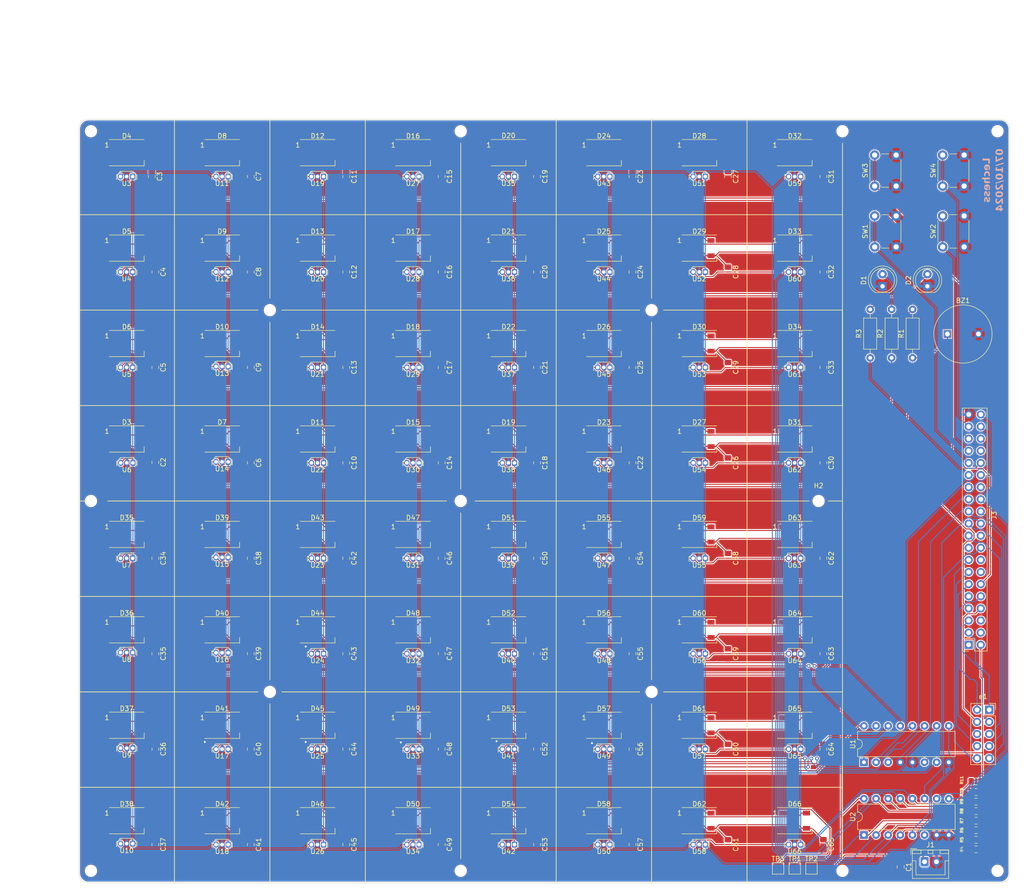
<source format=kicad_pcb>
(kicad_pcb (version 20240108) (generator "pcbnew") (generator_version "8.0")
  (layers (0 "F.Cu" signal) (31 "B.Cu" signal) (34 "B.Paste" user) (35 "F.Paste" user) (36 "B.SilkS" user "B.Silkscreen") (37 "F.SilkS" user "F.Silkscreen") (38 "B.Mask" user) (39 "F.Mask" user) (44 "Edge.Cuts" user))
  (net 0 "")
  (net 1 "GND")
  (net 2 "+5V")
  (net 3 "Net-(D1-Pad2)")
  (net 4 "Net-(D2-Pad2)")
  (net 5 "/BTN2")
  (net 6 "/BTN1")
  (net 7 "/BTN3")
  (net 8 "D_S2")
  (net 9 "M_S1")
  (net 10 "MUX_OUT")
  (net 11 "/STAT_LED")
  (net 12 "D_S0")
  (net 13 "D_S1")
  (net 14 "M_S2")
  (net 15 "M_S0")
  (net 16 "/BUZZER")
  (net 17 "Net-(BZ1-Pad1)")
  (net 18 "/AUX4")
  (net 19 "/AUX3")
  (net 20 "/AUX5")
  (net 21 "/AUX2")
  (net 22 "/AUX1")
  (net 23 "/AUX6")
  (net 24 "Net-(D3-Pad1)")
  (net 25 "Net-(D3-Pad4)")
  (net 26 "Net-(D4-Pad1)")
  (net 27 "LED_DATA")
  (net 28 "Net-(D5-Pad1)")
  (net 29 "Net-(D32-Pad1)")
  (net 30 "Net-(D10-Pad4)")
  (net 31 "Net-(D33-Pad1)")
  (net 32 "Net-(D11-Pad4)")
  (net 33 "Net-(D12-Pad4)")
  (net 34 "Net-(D13-Pad4)")
  (net 35 "Net-(D10-Pad1)")
  (net 36 "Net-(D11-Pad1)")
  (net 37 "Net-(D12-Pad1)")
  (net 38 "Net-(D13-Pad1)")
  (net 39 "Net-(D14-Pad1)")
  (net 40 "Net-(D15-Pad1)")
  (net 41 "Net-(D16-Pad1)")
  (net 42 "Net-(D17-Pad1)")
  (net 43 "Net-(D18-Pad1)")
  (net 44 "Net-(D19-Pad1)")
  (net 45 "Net-(D20-Pad1)")
  (net 46 "Net-(D21-Pad1)")
  (net 47 "Net-(D22-Pad1)")
  (net 48 "Net-(D23-Pad1)")
  (net 49 "Net-(D24-Pad1)")
  (net 50 "Net-(D25-Pad1)")
  (net 51 "Net-(D26-Pad1)")
  (net 52 "Net-(D27-Pad1)")
  (net 53 "Net-(D28-Pad1)")
  (net 54 "Net-(D29-Pad1)")
  (net 55 "Net-(D30-Pad1)")
  (net 56 "Net-(D31-Pad1)")
  (net 57 "Net-(D35-Pad1)")
  (net 58 "Net-(D36-Pad1)")
  (net 59 "Net-(D36-Pad4)")
  (net 60 "Net-(D37-Pad1)")
  (net 61 "Net-(D37-Pad4)")
  (net 62 "Net-(D38-Pad1)")
  (net 63 "Net-(D38-Pad4)")
  (net 64 "Net-(D39-Pad1)")
  (net 65 "Net-(D40-Pad1)")
  (net 66 "Net-(D41-Pad1)")
  (net 67 "Net-(D42-Pad1)")
  (net 68 "Net-(D43-Pad1)")
  (net 69 "Net-(D44-Pad1)")
  (net 70 "Net-(D45-Pad1)")
  (net 71 "Net-(D46-Pad1)")
  (net 72 "Net-(D47-Pad1)")
  (net 73 "Net-(D48-Pad1)")
  (net 74 "Net-(D49-Pad1)")
  (net 75 "Net-(D50-Pad1)")
  (net 76 "Net-(D51-Pad1)")
  (net 77 "Net-(D52-Pad1)")
  (net 78 "Net-(D53-Pad1)")
  (net 79 "Net-(D54-Pad1)")
  (net 80 "Net-(D55-Pad1)")
  (net 81 "Net-(D56-Pad1)")
  (net 82 "Net-(D57-Pad1)")
  (net 83 "Net-(D58-Pad1)")
  (net 84 "Net-(D59-Pad1)")
  (net 85 "Net-(D60-Pad1)")
  (net 86 "Net-(D61-Pad1)")
  (net 87 "Net-(D62-Pad1)")
  (net 88 "M_0")
  (net 89 "D_0")
  (net 90 "M_1")
  (net 91 "M_2")
  (net 92 "M_3")
  (net 93 "M_4")
  (net 94 "M_5")
  (net 95 "M_6")
  (net 96 "M_7")
  (net 97 "D_1")
  (net 98 "D_2")
  (net 99 "D_3")
  (net 100 "D_4")
  (net 101 "D_5")
  (net 102 "D_6")
  (net 103 "D_7")
  (net 104 "Net-(D66-Pad1)")
  (net 105 "/AUX10")
  (net 106 "/AUX9")
  (net 107 "/AUX8")
  (net 108 "/AUX7")
  (net 109 "/BTN4")
  (footprint "Capacitor_SMD:C_0805_2012Metric_Pad1.18x1.45mm_HandSolder" (layer "F.Cu") (at 232.2 206.7 -90)
    (property "Reference" "C1")
    (property "Value" "2.2uF")
  )
  (footprint "LED_THT:LED_D5.0mm" (layer "F.Cu") (at 228.4 85 90)
    (property "Reference" "D1")
    (property "Value" "LED")
  )
  (footprint "LED_THT:LED_D5.0mm" (layer "F.Cu") (at 237.8 85 90)
    (property "Reference" "D2")
    (property "Value" "LED")
  )
  (footprint "Resistor_THT:R_Axial_DIN0207_L6.3mm_D2.5mm_P10.16mm_Horizontal" (layer "F.Cu") (at 230.3 100 90)
    (property "Reference" "R2")
    (property "Value" "2.2k")
  )
  (footprint "Resistor_THT:R_Axial_DIN0207_L6.3mm_D2.5mm_P10.16mm_Horizontal" (layer "F.Cu") (at 234.696 100 90)
    (property "Reference" "R1")
    (property "Value" "100")
  )
  (footprint "Resistor_THT:R_Axial_DIN0207_L6.3mm_D2.5mm_P10.16mm_Horizontal" (layer "F.Cu") (at 225.806 100 90)
    (property "Reference" "R3")
    (property "Value" "2.2k")
  )
  (footprint "Button_Switch_THT:SW_PUSH_6mm_H5mm" (layer "F.Cu") (at 241 76.75 90)
    (property "Reference" "SW2")
    (property "Value" "SW_Push")
  )
  (footprint "Button_Switch_THT:SW_PUSH_6mm_H5mm" (layer "F.Cu") (at 226.75 76.75 90)
    (property "Reference" "SW1")
    (property "Value" "SW_Push")
  )
  (footprint "Button_Switch_THT:SW_PUSH_6mm_H5mm" (layer "F.Cu") (at 226.75 64 90)
    (property "Reference" "SW3")
    (property "Value" "SW_Push")
  )
  (footprint "Package_DIP:DIP-16_W7.62mm" (layer "F.Cu") (at 224.5 184.75 90)
    (property "Reference" "U1")
    (property "Value" "74HC238")
  )
  (footprint "Package_DIP:DIP-16_W7.62mm" (layer "F.Cu") (at 224.5 200 90)
    (property "Reference" "U2")
    (property "Value" "74LS151")
  )
  (footprint "Buzzer_Beeper:MagneticBuzzer_ProSignal_ABT-410-RC" (layer "F.Cu") (at 242 95)
    (property "Reference" "BZ1")
    (property "Value" "Buzzer")
  )
  (footprint "MountingHole:MountingHole_2.2mm_M2" (layer "F.Cu") (at 220 52.5)
    (property "Reference" "H1")
    (property "Value" "MountingHole")
  )
  (footprint "MountingHole:MountingHole_2.2mm_M2" (layer "F.Cu") (at 215 130)
    (property "Reference" "H2")
    (property "Value" "MountingHole")
  )
  (footprint "MountingHole:MountingHole_2.2mm_M2" (layer "F.Cu") (at 220 207.5)
    (property "Reference" "H3")
    (property "Value" "MountingHole")
  )
  (footprint "MountingHole:MountingHole_2.2mm_M2" (layer "F.Cu") (at 140 207.5)
    (property "Reference" "H4")
    (property "Value" "MountingHole")
  )
  (footprint "MountingHole:MountingHole_2.2mm_M2" (layer "F.Cu") (at 62.5 130)
    (property "Reference" "H5")
    (property "Value" "MountingHole")
  )
  (footprint "MountingHole:MountingHole_2.2mm_M2" (layer "F.Cu") (at 140 52.5)
    (property "Reference" "H6")
    (property "Value" "MountingHole")
  )
  (footprint "MountingHole:MountingHole_2.2mm_M2" (layer "F.Cu") (at 62.5 207.5)
    (property "Reference" "H7")
    (property "Value" "MountingHole")
  )
  (footprint "MountingHole:MountingHole_2.2mm_M2" (layer "F.Cu") (at 252.5 207.5)
    (property "Reference" "H8")
    (property "Value" "MountingHole")
  )
  (footprint "MountingHole:MountingHole_2.2mm_M2" (layer "F.Cu") (at 252.5 52.5)
    (property "Reference" "H10")
    (property "Value" "MountingHole")
  )
  (footprint "Board:raspberry_pi_socket" (layer "F.Cu") (at 248 133)
    (property "Reference" "J3")
    (property "Value" "RPi_GPIO")
  )
  (footprint "Package_TO_SOT_THT:TO-92Flat" (layer "F.Cu") (at 71.25 62 180)
    (property "Reference" "U3")
    (property "Value" "A3144")
  )
  (footprint "Package_TO_SOT_THT:TO-92Flat" (layer "F.Cu") (at 71.25 102 180)
    (property "Reference" "U5")
    (property "Value" "A3144")
  )
  (footprint "Package_TO_SOT_THT:TO-92Flat" (layer "F.Cu") (at 71.29 122 180)
    (property "Reference" "U6")
    (property "Value" "A3144")
  )
  (footprint "Package_TO_SOT_THT:TO-92Flat" (layer "F.Cu") (at 71.25 142 180)
    (property "Reference" "U7")
    (property "Value" "A3144")
  )
  (footprint "Package_TO_SOT_THT:TO-92Flat" (layer "F.Cu") (at 71.25 161.75 180)
    (property "Reference" "U8")
    (property "Value" "A3144")
  )
  (footprint "Package_TO_SOT_THT:TO-92Flat" (layer "F.Cu") (at 71.27 181.8 180)
    (property "Reference" "U9")
    (property "Value" "A3144")
  )
  (footprint "Package_TO_SOT_THT:TO-92Flat" (layer "F.Cu") (at 71.25 201.8 180)
    (property "Reference" "U10")
    (property "Value" "A3144")
  )
  (footprint "Package_TO_SOT_THT:TO-92Flat" (layer "F.Cu") (at 91.25 62 180)
    (property "Reference" "U11")
    (property "Value" "A3144")
  )
  (footprint "Package_TO_SOT_THT:TO-92Flat" (layer "F.Cu") (at 91.25 101.8 180)
    (property "Reference" "U13")
    (property "Value" "A3144")
  )
  (footprint "Package_TO_SOT_THT:TO-92Flat" (layer "F.Cu") (at 91.25 121.8 180)
    (property "Reference" "U14")
    (property "Value" "A3144")
  )
  (footprint "Package_TO_SOT_THT:TO-92Flat" (layer "F.Cu") (at 91.25 141.8 180)
    (property "Reference" "U15")
    (property "Value" "A3144")
  )
  (footprint "Package_TO_SOT_THT:TO-92Flat" (layer "F.Cu") (at 91.25 161.8 180)
    (property "Reference" "U16")
    (property "Value" "A3144")
  )
  (footprint "Package_TO_SOT_THT:TO-92Flat" (layer "F.Cu") (at 91.25 182 180)
    (property "Reference" "U17")
    (property "Value" "A3144")
  )
  (footprint "Package_TO_SOT_THT:TO-92Flat" (layer "F.Cu") (at 91.25 202 180)
    (property "Reference" "U18")
    (property "Value" "A3144")
  )
  (footprint "Package_TO_SOT_THT:TO-92Flat" (layer "F.Cu") (at 111.25 62 180)
    (property "Reference" "U19")
    (property "Value" "A3144")
  )
  (footprint "Package_TO_SOT_THT:TO-92Flat" (layer "F.Cu") (at 111.25 102 180)
    (property "Reference" "U21")
    (property "Value" "A3144")
  )
  (footprint "Package_TO_SOT_THT:TO-92Flat" (layer "F.Cu") (at 111.25 122 180)
    (property "Reference" "U22")
    (property "Value" "A3144")
  )
  (footprint "Package_TO_SOT_THT:TO-92Flat" (layer "F.Cu") (at 111.25 142 180)
    (property "Reference" "U23")
    (property "Value" "A3144")
  )
  (footprint "Package_TO_SOT_THT:TO-92Flat" (layer "F.Cu") (at 111.25 162 180)
    (property "Reference" "U24")
    (property "Value" "A3144")
  )
  (footprint "Package_TO_SOT_THT:TO-92Flat" (layer "F.Cu") (at 111.25 182 180)
    (property "Reference" "U25")
    (property "Value" "A3144")
  )
  (footprint "Package_TO_SOT_THT:TO-92Flat" (layer "F.Cu") (at 111.25 202 180)
    (property "Reference" "U26")
    (property "Value" "A3144")
  )
  (footprint "Package_TO_SOT_THT:TO-92Flat" (layer "F.Cu") (at 131.25 62 180)
    (property "Reference" "U27")
    (property "Value" "A3144")
  )
  (footprint "Package_TO_SOT_THT:TO-92Flat" (layer "F.Cu") (at 131.25 102 180)
    (property "Reference" "U29")
    (property "Value" "A3144")
  )
  (footprint "Package_TO_SOT_THT:TO-92Flat" (layer "F.Cu") (at 131.25 122 180)
    (property "Reference" "U30")
    (property "Value" "A3144")
  )
  (footprint "Package_TO_SOT_THT:TO-92Flat" (layer "F.Cu") (at 131.25 142 180)
    (property "Reference" "U31")
    (property "Value" "A3144")
  )
  (footprint "Package_TO_SOT_THT:TO-92Flat" (layer "F.Cu") (at 131.25 162 180)
    (property "Reference" "U32")
    (property "Value" "A3144")
  )
  (footprint "Package_TO_SOT_THT:TO-92Flat" (layer "F.Cu") (at 131.25 182 180)
    (property "Reference" "U33")
    (property "Value" "A3144")
  )
  (footprint "Package_TO_SOT_THT:TO-92Flat" (layer "F.Cu") (at 131.25 202 180)
    (property "Reference" "U34")
    (property "Value" "A3144")
  )
  (footprint "Package_TO_SOT_THT:TO-92Flat" (layer "F.Cu") (at 151.25 62 180)
    (property "Reference" "U35")
    (property "Value" "A3144")
  )
  (footprint "Package_TO_SOT_THT:TO-92Flat" (layer "F.Cu") (at 151.25 102 180)
    (property "Reference" "U37")
    (property "Value" "A3144")
  )
  (footprint "Package_TO_SOT_THT:TO-92Flat" (layer "F.Cu") (at 151.25 122 180)
    (property "Reference" "U38")
    (property "Value" "A3144")
  )
  (footprint "Package_TO_SOT_THT:TO-92Flat" (layer "F.Cu") (at 151.25 142 180)
    (property "Reference" "U39")
    (property "Value" "A3144")
  )
  (footprint "Package_TO_SOT_THT:TO-92Flat" (layer "F.Cu") (at 151.25 162 180)
    (property "Reference" "U40")
    (property "Value" "A3144")
  )
  (footprint "Package_TO_SOT_THT:TO-92Flat" (layer "F.Cu") (at 151.25 182 180)
    (property "Reference" "U41")
    (property "Value" "A3144")
  )
  (footprint "Package_TO_SOT_THT:TO-92Flat" (layer "F.Cu") (at 151.25 202 180)
    (property "Reference" "U42")
    (property "Value" "A3144")
  )
  (footprint "Package_TO_SOT_THT:TO-92Flat" (layer "F.Cu") (at 171.25 62 180)
    (property "Reference" "U43")
    (property "Value" "A3144")
  )
  (footprint "Package_TO_SOT_THT:TO-92Flat" (layer "F.Cu") (at 171.25 102 180)
    (property "Reference" "U45")
    (property "Value" "A3144")
  )
  (footprint "Package_TO_SOT_THT:TO-92Flat" (layer "F.Cu") (at 171.25 122 180)
    (property "Reference" "U46")
    (property "Value" "A3144")
  )
  (footprint "Package_TO_SOT_THT:TO-92Flat" (layer "F.Cu") (at 171.25 142 180)
    (property "Reference" "U47")
    (property "Value" "A3144")
  )
  (footprint "Package_TO_SOT_THT:TO-92Flat" (layer "F.Cu") (at 171.25 162 180)
    (property "Reference" "U48")
    (property "Value" "A3144")
  )
  (footprint "Package_TO_SOT_THT:TO-92Flat" (layer "F.Cu") (at 171.25 182 180)
    (property "Reference" "U49")
    (property "Value" "A3144")
  )
  (footprint "Package_TO_SOT_THT:TO-92Flat" (layer "F.Cu") (at 171.25 202 180)
    (property "Reference" "U50")
    (property "Value" "A3144")
  )
  (footprint "Package_TO_SOT_THT:TO-92Flat" (layer "F.Cu") (at 191.25 62 180)
    (property "Reference" "U51")
    (property "Value" "A3144")
  )
  (footprint "Package_TO_SOT_THT:TO-92Flat" (layer "F.Cu") (at 191.25 102 180)
    (property "Reference" "U53")
    (property "Value" "A3144")
  )
  (footprint "Package_TO_SOT_THT:TO-92Flat" (layer "F.Cu") (at 191.25 122 180)
    (property "Reference" "U54")
    (property "Value" "A3144")
  )
  (footprint "Package_TO_SOT_THT:TO-92Flat" (layer "F.Cu") (at 191.25 142 180)
    (property "Reference" "U55")
    (property "Value" "A3144")
  )
  (footprint "Package_TO_SOT_THT:TO-92Flat" (layer "F.Cu") (at 191.25 162 180)
    (property "Reference" "U56")
    (property "Value" "A3144")
  )
  (footprint "Package_TO_SOT_THT:TO-92Flat" (layer "F.Cu") (at 191.25 182 180)
    (property "Reference" "U57")
    (property "Value" "A3144")
  )
  (footprint "Package_TO_SOT_THT:TO-92Flat" (layer "F.Cu") (at 191.25 202 180)
    (property "Reference" "U58")
    (property "Value" "A3144")
  )
  (footprint "Package_TO_SOT_THT:TO-92Flat" (layer "F.Cu") (at 211.25 62 180)
    (property "Reference" "U59")
    (property "Value" "A3144")
  )
  (footprint "Package_TO_SOT_THT:TO-92Flat" (layer "F.Cu") (at 211.25 102 180)
    (property "Reference" "U61")
    (property "Value" "A3144")
  )
  (footprint "Package_TO_SOT_THT:TO-92Flat" (layer "F.Cu") (at 211.25 122 180)
    (property "Reference" "U62")
    (property "Value" "A3144")
  )
  (footprint "Package_TO_SOT_THT:TO-92Flat" (layer "F.Cu") (at 211.25 142 180)
    (property "Reference" "U63")
    (property "Value" "A3144")
  )
  (footprint "Package_TO_SOT_THT:TO-92Flat" (layer "F.Cu") (at 211.25 162 180)
    (property "Reference" "U64")
    (property "Value" "A3144")
  )
  (footprint "Package_TO_SOT_THT:TO-92Flat" (layer "F.Cu") (at 211.25 182 180)
    (property "Reference" "U65")
    (property "Value" "A3144")
  )
  (footprint "Package_TO_SOT_THT:TO-92Flat" (layer "F.Cu") (at 211.25 202 180)
    (property "Reference" "U66")
    (property "Value" "A3144")
  )
  (footprint "MountingHole:MountingHole_2.2mm_M2" (layer "F.Cu") (at 62.5 52.5)
    (property "Reference" "H9")
    (property "Value" "MountingHole")
  )
  (footprint "Capacitor_SMD:C_0805_2012Metric_Pad1.15x1.40mm_HandSolder" (layer "F.Cu") (at 76 121.9 -90)
    (property "Reference" "C2")
    (property "Value" "0.1uF")
  )
  (footprint "Capacitor_SMD:C_0805_2012Metric_Pad1.15x1.40mm_HandSolder" (layer "F.Cu") (at 75.25 62 -90)
    (property "Reference" "C3")
    (property "Value" "0.1uF")
  )
  (footprint "Capacitor_SMD:C_0805_2012Metric_Pad1.15x1.40mm_HandSolder" (layer "F.Cu") (at 76 82 -90)
    (property "Reference" "C4")
    (property "Value" "0.1uF")
  )
  (footprint "Capacitor_SMD:C_0805_2012Metric_Pad1.15x1.40mm_HandSolder" (layer "F.Cu") (at 76 102 -90)
    (property "Reference" "C5")
    (property "Value" "0.1uF")
  )
  (footprint "Capacitor_SMD:C_0805_2012Metric_Pad1.15x1.40mm_HandSolder" (layer "F.Cu") (at 96 122 -90)
    (property "Reference" "C6")
    (property "Value" "0.1uF")
  )
  (footprint "Capacitor_SMD:C_0805_2012Metric_Pad1.15x1.40mm_HandSolder" (layer "F.Cu") (at 96 62 -90)
    (property "Reference" "C7")
    (property "Value" "0.1uF")
  )
  (footprint "Capacitor_SMD:C_0805_2012Metric_Pad1.15x1.40mm_HandSolder" (layer "F.Cu") (at 96 82 -90)
    (property "Reference" "C8")
    (property "Value" "0.1uF")
  )
  (footprint "Capacitor_SMD:C_0805_2012Metric_Pad1.15x1.40mm_HandSolder" (layer "F.Cu") (at 96 102 -90)
    (property "Reference" "C9")
    (property "Value" "0.1uF")
  )
  (footprint "Capacitor_SMD:C_0805_2012Metric_Pad1.15x1.40mm_HandSolder" (layer "F.Cu") (at 116 122 -90)
    (property "Reference" "C10")
    (property "Value" "0.1uF")
  )
  (footprint "Capacitor_SMD:C_0805_2012Metric_Pad1.15x1.40mm_HandSolder" (layer "F.Cu") (at 116 62.025 -90)
    (property "Reference" "C11")
    (property "Value" "0.1uF")
  )
  (footprint "Capacitor_SMD:C_0805_2012Metric_Pad1.15x1.40mm_HandSolder" (layer "F.Cu") (at 116 82 -90)
    (property "Reference" "C12")
    (property "Value" "0.1uF")
  )
  (footprint "Capacitor_SMD:C_0805_2012Metric_Pad1.15x1.40mm_HandSolder" (layer "F.Cu") (at 116 102 -90)
    (property "Reference" "C13")
    (property "Value" "0.1uF")
  )
  (footprint "Capacitor_SMD:C_0805_2012Metric_Pad1.15x1.40mm_HandSolder" (layer "F.Cu") (at 136 122 -90)
    (property "Reference" "C14")
    (property "Value" "0.1uF")
  )
  (footprint "Capacitor_SMD:C_0805_2012Metric_Pad1.15x1.40mm_HandSolder" (layer "F.Cu") (at 136 62 -90)
    (property "Reference" "C15")
    (property "Value" "0.1uF")
  )
  (footprint "Capacitor_SMD:C_0805_2012Metric_Pad1.15x1.40mm_HandSolder" (layer "F.Cu") (at 136 82 -90)
    (property "Reference" "C16")
    (property "Value" "0.1uF")
  )
  (footprint "Capacitor_SMD:C_0805_2012Metric_Pad1.15x1.40mm_HandSolder" (layer "F.Cu") (at 136 102 -90)
    (property "Reference" "C17")
    (property "Value" "0.1uF")
  )
  (footprint "Capacitor_SMD:C_0805_2012Metric_Pad1.15x1.40mm_HandSolder" (layer "F.Cu") (at 156 122 -90)
    (property "Reference" "C18")
    (property "Value" "0.1uF")
  )
  (footprint "Capacitor_SMD:C_0805_2012Metric_Pad1.15x1.40mm_HandSolder" (layer "F.Cu") (at 156 62 -90)
    (property "Reference" "C19")
    (property "Value" "0.1uF")
  )
  (footprint "Capacitor_SMD:C_0805_2012Metric_Pad1.15x1.40mm_HandSolder" (layer "F.Cu") (at 156 82 -90)
    (property "Reference" "C20")
    (property "Value" "0.1uF")
  )
  (footprint "Capacitor_SMD:C_0805_2012Metric_Pad1.15x1.40mm_HandSolder" (layer "F.Cu") (at 156 102 -90)
    (property "Reference" "C21")
    (property "Value" "0.1uF")
  )
  (footprint "Capacitor_SMD:C_0805_2012Metric_Pad1.15x1.40mm_HandSolder" (layer "F.Cu") (at 176 122 -90)
    (property "Reference" "C22")
    (property "Value" "0.1uF")
  )
  (footprint "Capacitor_SMD:C_0805_2012Metric_Pad1.15x1.40mm_HandSolder" (layer "F.Cu") (at 176 62 -90)
    (property "Reference" "C23")
    (property "Value" "0.1uF")
  )
  (footprint "Capacitor_SMD:C_0805_2012Metric_Pad1.15x1.40mm_HandSolder" (layer "F.Cu") (at 176 82 -90)
    (property "Reference" "C24")
    (property "Value" "0.1uF")
  )
  (footprint "Capacitor_SMD:C_0805_2012Metric_Pad1.15x1.40mm_HandSolder" (layer "F.Cu") (at 176 102 -90)
    (property "Reference" "C25")
    (property "Value" "0.1uF")
  )
  (footprint "Capacitor_SMD:C_0805_2012Metric_Pad1.15x1.40mm_HandSolder" (layer "F.Cu") (at 196 122 -90)
    (property "Reference" "C26")
    (property "Value" "0.1uF")
  )
  (footprint "Capacitor_SMD:C_0805_2012Metric_Pad1.15x1.40mm_HandSolder" (layer "F.Cu") (at 196 62 -90)
    (property "Reference" "C27")
    (property "Value" "0.1uF")
  )
  (footprint "Capacitor_SMD:C_0805_2012Metric_Pad1.15x1.40mm_HandSolder" (layer "F.Cu") (at 196 82 -90)
    (property "Reference" "C28")
    (property "Value" "0.1uF")
  )
  (footprint "Capacitor_SMD:C_0805_2012Metric_Pad1.15x1.40mm_HandSolder" (layer "F.Cu") (at 196 102 -90)
    (property "Reference" "C29")
    (property "Value" "0.1uF")
  )
  (footprint "Capacitor_SMD:C_0805_2012Metric_Pad1.15x1.40mm_HandSolder" (layer "F.Cu") (at 216 122 -90)
    (property "Reference" "C30")
    (property "Value" "0.1uF")
  )
  (footprint "Capacitor_SMD:C_0805_2012Metric_Pad1.15x1.40mm_HandSolder" (layer "F.Cu") (at 216 62 -90)
    (property "Reference" "C31")
    (property "Value" "0.1uF")
  )
  (footprint "Capacitor_SMD:C_0805_2012Metric_Pad1.15x1.40mm_HandSolder" (layer "F.Cu") (at 216 82 -90)
    (property "Reference" "C32")
    (property "Value" "0.1uF")
  )
  (footprint "Capacitor_SMD:C_0805_2012Metric_Pad1.15x1.40mm_HandSolder" (layer "F.Cu") (at 216 102 -90)
    (property "Reference" "C33")
    (property "Value" "0.1uF")
  )
  (footprint "Capacitor_SMD:C_0805_2012Metric_Pad1.15x1.40mm_HandSolder" (layer "F.Cu") (at 76 142 -90)
    (property "Reference" "C34")
    (property "Value" "0.1uF")
  )
  (footprint "Capacitor_SMD:C_0805_2012Metric_Pad1.15x1.40mm_HandSolder" (layer "F.Cu") (at 76 162 -90)
    (property "Reference" "C35")
    (property "Value" "0.1uF")
  )
  (footprint "Capacitor_SMD:C_0805_2012Metric_Pad1.15x1.40mm_HandSolder" (layer "F.Cu") (at 76 182 -90)
    (property "Reference" "C36")
    (property "Value" "0.1uF")
  )
  (footprint "Capacitor_SMD:C_0805_2012Metric_Pad1.15x1.40mm_HandSolder" (layer "F.Cu") (at 76 202 -90)
    (property "Reference" "C37")
    (property "Value" "0.1uF")
  )
  (footprint "Capacitor_SMD:C_0805_2012Metric_Pad1.15x1.40mm_HandSolder" (layer "F.Cu") (at 96 142 -90)
    (property "Reference" "C38")
    (property "Value" "0.1uF")
  )
  (footprint "Capacitor_SMD:C_0805_2012Metric_Pad1.15x1.40mm_HandSolder" (layer "F.Cu") (at 96 162 -90)
    (property "Reference" "C39")
    (property "Value" "0.1uF")
  )
  (footprint "Capacitor_SMD:C_0805_2012Metric_Pad1.15x1.40mm_HandSolder" (layer "F.Cu") (at 96 182 -90)
    (property "Reference" "C40")
    (property "Value" "0.1uF")
  )
  (footprint "Capacitor_SMD:C_0805_2012Metric_Pad1.15x1.40mm_HandSolder" (layer "F.Cu") (at 96 202 -90)
    (property "Reference" "C41")
    (property "Value" "0.1uF")
  )
  (footprint "Capacitor_SMD:C_0805_2012Metric_Pad1.15x1.40mm_HandSolder" (layer "F.Cu") (at 116 142 -90)
    (property "Reference" "C42")
    (property "Value" "0.1uF")
  )
  (footprint "Capacitor_SMD:C_0805_2012Metric_Pad1.15x1.40mm_HandSolder" (layer "F.Cu") (at 116 162 -90)
    (property "Reference" "C43")
    (property "Value" "0.1uF")
  )
  (footprint "Capacitor_SMD:C_0805_2012Metric_Pad1.15x1.40mm_HandSolder" (layer "F.Cu") (at 116 182 -90)
    (property "Reference" "C44")
    (property "Value" "0.1uF")
  )
  (footprint "Capacitor_SMD:C_0805_2012Metric_Pad1.15x1.40mm_HandSolder" (layer "F.Cu") (at 116 202 -90)
    (property "Reference" "C45")
    (property "Value" "0.1uF")
  )
  (footprint "Capacitor_SMD:C_0805_2012Metric_Pad1.15x1.40mm_HandSolder" (layer "F.Cu") (at 136 142 -90)
    (property "Reference" "C46")
    (property "Value" "0.1uF")
  )
  (footprint "Capacitor_SMD:C_0805_2012Metric_Pad1.15x1.40mm_HandSolder" (layer "F.Cu") (at 136 162 -90)
    (property "Reference" "C47")
    (property "Value" "0.1uF")
  )
  (footprint "Capacitor_SMD:C_0805_2012Metric_Pad1.15x1.40mm_HandSolder" (layer "F.Cu") (at 136 182 -90)
    (property "Reference" "C48")
    (property "Value" "0.1uF")
  )
  (footprint "Capacitor_SMD:C_0805_2012Metric_Pad1.15x1.40mm_HandSolder" (layer "F.Cu") (at 136 202 -90)
    (property "Reference" "C49")
    (property "Value" "0.1uF")
  )
  (footprint "Capacitor_SMD:C_0805_2012Metric_Pad1.15x1.40mm_HandSolder" (layer "F.Cu") (at 156 142 -90)
    (property "Reference" "C50")
    (property "Value" "0.1uF")
  )
  (footprint "Capacitor_SMD:C_0805_2012Metric_Pad1.15x1.40mm_HandSolder" (layer "F.Cu") (at 156 162 -90)
    (property "Reference" "C51")
    (property "Value" "0.1uF")
  )
  (footprint "Capacitor_SMD:C_0805_2012Metric_Pad1.15x1.40mm_HandSolder" (layer "F.Cu") (at 156 182 -90)
    (property "Reference" "C52")
    (property "Value" "0.1uF")
  )
  (footprint "Capacitor_SMD:C_0805_2012Metric_Pad1.15x1.40mm_HandSolder" (layer "F.Cu") (at 156 202 -90)
    (property "Reference" "C53")
    (property "Value" "0.1uF")
  )
  (footprint "Capacitor_SMD:C_0805_2012Metric_Pad1.15x1.40mm_HandSolder" (layer "F.Cu") (at 176 142 -90)
    (property "Reference" "C54")
    (property "Value" "0.1uF")
  )
  (footprint "Capacitor_SMD:C_0805_2012Metric_Pad1.15x1.40mm_HandSolder" (layer "F.Cu") (at 176 162 -90)
    (property "Reference" "C55")
    (property "Value" "0.1uF")
  )
  (footprint "Capacitor_SMD:C_0805_2012Metric_Pad1.15x1.40mm_HandSolder" (layer "F.Cu") (at 176 182 -90)
    (property "Reference" "C56")
    (property "Value" "0.1uF")
  )
  (footprint "Capacitor_SMD:C_0805_2012Metric_Pad1.15x1.40mm_HandSolder" (layer "F.Cu") (at 176 202 -90)
    (property "Reference" "C57")
    (property "Value" "0.1uF")
  )
  (footprint "Capacitor_SMD:C_0805_2012Metric_Pad1.15x1.40mm_HandSolder" (layer "F.Cu") (at 196 142 -90)
    (property "Reference" "C58")
    (property "Value" "0.1uF")
  )
  (footprint "Capacitor_SMD:C_0805_2012Metric_Pad1.15x1.40mm_HandSolder" (layer "F.Cu") (at 196 162 -90)
    (property "Reference" "C59")
    (property "Value" "0.1uF")
  )
  (footprint "Capacitor_SMD:C_0805_2012Metric_Pad1.15x1.40mm_HandSolder" (layer "F.Cu") (at 196 182 -90)
    (property "Reference" "C60")
    (property "Value" "0.1uF")
  )
  (footprint "Capacitor_SMD:C_0805_2012Metric_Pad1.15x1.40mm_HandSolder" (layer "F.Cu") (at 196 202 -90)
    (property "Reference" "C61")
    (property "Value" "0.1uF")
  )
  (footprint "Capacitor_SMD:C_0805_2012Metric_Pad1.15x1.40mm_HandSolder" (layer "F.Cu") (at 216 142 -90)
    (property "Reference" "C62")
    (property "Value" "0.1uF")
  )
  (footprint "Capacitor_SMD:C_0805_2012Metric_Pad1.15x1.40mm_HandSolder" (layer "F.Cu") (at 216 162 -90)
    (property "Reference" "C63")
    (property "Value" "0.1uF")
  )
  (footprint "Capacitor_SMD:C_0805_2012Metric_Pad1.15x1.40mm_HandSolder" (layer "F.Cu") (at 216 182 -90)
    (property "Reference" "C64")
    (property "Value" "0.1uF")
  )
  (footprint "Capacitor_SMD:C_0805_2012Metric_Pad1.15x1.40mm_HandSolder" (layer "F.Cu") (at 216 202 -90)
    (property "Reference" "C65")
    (property "Value" "0.1uF")
  )
  (footprint "LED_SMD:LED_WS2812B_PLCC4_5.0x5.0mm_P3.2mm" (layer "F.Cu") (at 70 117)
    (property "Reference" "D3")
    (property "Value" "WS2812B")
  )
  (footprint "LED_SMD:LED_WS2812B_PLCC4_5.0x5.0mm_P3.2mm" (layer "F.Cu") (at 70 57)
    (property "Reference" "D4")
    (property "Value" "WS2812B")
  )
  (footprint "LED_SMD:LED_WS2812B_PLCC4_5.0x5.0mm_P3.2mm" (layer "F.Cu") (at 70 77)
    (property "Reference" "D5")
    (property "Value" "WS2812B")
  )
  (footprint "LED_SMD:LED_WS2812B_PLCC4_5.0x5.0mm_P3.2mm" (layer "F.Cu") (at 70 97)
    (property "Reference" "D6")
    (property "Value" "WS2812B")
  )
  (footprint "LED_SMD:LED_WS2812B_PLCC4_5.0x5.0mm_P3.2mm" (layer "F.Cu") (at 90 117)
    (property "Reference" "D7")
    (property "Value" "WS2812B")
  )
  (footprint "LED_SMD:LED_WS2812B_PLCC4_5.0x5.0mm_P3.2mm" (layer "F.Cu") (at 90 57)
    (property "Reference" "D8")
    (property "Value" "WS2812B")
  )
  (footprint "LED_SMD:LED_WS2812B_PLCC4_5.0x5.0mm_P3.2mm" (layer "F.Cu") (at 90 77)
    (property "Reference" "D9")
    (property "Value" "WS2812B")
  )
  (footprint "LED_SMD:LED_WS2812B_PLCC4_5.0x5.0mm_P3.2mm" (layer "F.Cu") (at 90 97)
    (property "Reference" "D10")
    (property "Value" "WS2812B")
  )
  (footprint "LED_SMD:LED_WS2812B_PLCC4_5.0x5.0mm_P3.2mm" (layer "F.Cu") (at 110 117)
    (property "Reference" "D11")
    (property "Value" "WS2812B")
  )
  (footprint "LED_SMD:LED_WS2812B_PLCC4_5.0x5.0mm_P3.2mm" (layer "F.Cu") (at 110 57)
    (property "Reference" "D12")
    (property "Value" "WS2812B")
  )
  (footprint "LED_SMD:LED_WS2812B_PLCC4_5.0x5.0mm_P3.2mm" (layer "F.Cu") (at 110 77)
    (property "Reference" "D13")
    (property "Value" "WS2812B")
  )
  (footprint "LED_SMD:LED_WS2812B_PLCC4_5.0x5.0mm_P3.2mm" (layer "F.Cu") (at 110 97)
    (property "Reference" "D14")
    (property "Value" "WS2812B")
  )
  (footprint "LED_SMD:LED_WS2812B_PLCC4_5.0x5.0mm_P3.2mm" (layer "F.Cu") (at 130 117)
    (property "Reference" "D15")
    (property "Value" "WS2812B")
  )
  (footprint "LED_SMD:LED_WS2812B_PLCC4_5.0x5.0mm_P3.2mm" (layer "F.Cu") (at 130 57)
    (property "Reference" "D16")
    (property "Value" "WS2812B")
  )
  (footprint "LED_SMD:LED_WS2812B_PLCC4_5.0x5.0mm_P3.2mm" (layer "F.Cu") (at 130 77)
    (property "Reference" "D17")
    (property "Value" "WS2812B")
  )
  (footprint "LED_SMD:LED_WS2812B_PLCC4_5.0x5.0mm_P3.2mm" (layer "F.Cu") (at 130 97)
    (property "Reference" "D18")
    (property "Value" "WS2812B")
  )
  (footprint "LED_SMD:LED_WS2812B_PLCC4_5.0x5.0mm_P3.2mm" (layer "F.Cu") (at 150 117)
    (property "Reference" "D19")
    (property "Value" "WS2812B")
  )
  (footprint "LED_SMD:LED_WS2812B_PLCC4_5.0x5.0mm_P3.2mm" (layer "F.Cu") (at 150 57)
    (property "Reference" "D20")
    (property "Value" "WS2812B")
  )
  (footprint "LED_SMD:LED_WS2812B_PLCC4_5.0x5.0mm_P3.2mm" (layer "F.Cu") (at 150 77)
    (property "Reference" "D21")
    (property "Value" "WS2812B")
  )
  (footprint "LED_SMD:LED_WS2812B_PLCC4_5.0x5.0mm_P3.2mm" (layer "F.Cu") (at 150 97)
    (property "Reference" "D22")
    (property "Value" "WS2812B")
  )
  (footprint "LED_SMD:LED_WS2812B_PLCC4_5.0x5.0mm_P3.2mm" (layer "F.Cu") (at 170 117)
    (property "Reference" "D23")
    (property "Value" "WS2812B")
  )
  (footprint "LED_SMD:LED_WS2812B_PLCC4_5.0x5.0mm_P3.2mm" (layer "F.Cu") (at 170 57)
    (property "Reference" "D24")
    (property "Value" "WS2812B")
  )
  (footprint "LED_SMD:LED_WS2812B_PLCC4_5.0x5.0mm_P3.2mm" (layer "F.Cu") (at 170 77)
    (property "Reference" "D25")
    (property "Value" "WS2812B")
  )
  (footprint "LED_SMD:LED_WS2812B_PLCC4_5.0x5.0mm_P3.2mm" (layer "F.Cu") (at 170 97)
    (property "Reference" "D26")
    (property "Value" "WS2812B")
  )
  (footprint "LED_SMD:LED_WS2812B_PLCC4_5.0x5.0mm_P3.2mm" (layer "F.Cu") (at 190 117)
    (property "Reference" "D27")
    (property "Value" "WS2812B")
  )
  (footprint "LED_SMD:LED_WS2812B_PLCC4_5.0x5.0mm_P3.2mm" (layer "F.Cu") (at 190 57)
    (property "Reference" "D28")
    (property "Value" "WS2812B")
  )
  (footprint "LED_SMD:LED_WS2812B_PLCC4_5.0x5.0mm_P3.2mm" (layer "F.Cu") (at 190 77)
    (property "Reference" "D29")
    (property "Value" "WS2812B")
  )
  (footprint "LED_SMD:LED_WS2812B_PLCC4_5.0x5.0mm_P3.2mm" (layer "F.Cu") (at 190 97)
    (property "Reference" "D30")
    (property "Value" "WS2812B")
  )
  (footprint "LED_SMD:LED_WS2812B_PLCC4_5.0x5.0mm_P3.2mm" (layer "F.Cu") (at 210 117)
    (property "Reference" "D31")
    (property "Value" "WS2812B")
  )
  (footprint "LED_SMD:LED_WS2812B_PLCC4_5.0x5.0mm_P3.2mm" (layer "F.Cu") (at 210 57)
    (property "Reference" "D32")
    (property "Value" "WS2812B")
  )
  (footprint "LED_SMD:LED_WS2812B_PLCC4_5.0x5.0mm_P3.2mm" (layer "F.Cu") (at 210 77)
    (property "Reference" "D33")
    (property "Value" "WS2812B")
  )
  (footprint "LED_SMD:LED_WS2812B_PLCC4_5.0x5.0mm_P3.2mm" (layer "F.Cu") (at 210 97)
    (property "Reference" "D34")
    (property "Value" "WS2812B")
  )
  (footprint "LED_SMD:LED_WS2812B_PLCC4_5.0x5.0mm_P3.2mm" (layer "F.Cu") (at 70 137)
    (property "Reference" "D35")
    (property "Value" "WS2812B")
  )
  (footprint "LED_SMD:LED_WS2812B_PLCC4_5.0x5.0mm_P3.2mm" (layer "F.Cu") (at 70 157)
    (property "Reference" "D36")
    (property "Value" "WS2812B")
  )
  (footprint "LED_SMD:LED_WS2812B_PLCC4_5.0x5.0mm_P3.2mm" (layer "F.Cu") (at 70 177)
    (property "Reference" "D37")
    (property "Value" "WS2812B")
  )
  (footprint "LED_SMD:LED_WS2812B_PLCC4_5.0x5.0mm_P3.2mm" (layer "F.Cu") (at 70 197)
    (property "Reference" "D38")
    (property "Value" "WS2812B")
  )
  (footprint "LED_SMD:LED_WS2812B_PLCC4_5.0x5.0mm_P3.2mm" (layer "F.Cu") (at 90 137)
    (property "Reference" "D39")
    (property "Value" "WS2812B")
  )
  (footprint "LED_SMD:LED_WS2812B_PLCC4_5.0x5.0mm_P3.2mm" (layer "F.Cu") (at 90 157)
    (property "Reference" "D40")
    (property "Value" "WS2812B")
  )
  (footprint "LED_SMD:LED_WS2812B_PLCC4_5.0x5.0mm_P3.2mm" (layer "F.Cu") (at 90 177)
    (property "Reference" "D41")
    (property "Value" "WS2812B")
  )
  (footprint "LED_SMD:LED_WS2812B_PLCC4_5.0x5.0mm_P3.2mm" (layer "F.Cu") (at 90 197)
    (property "Reference" "D42")
    (property "Value" "WS2812B")
  )
  (footprint "LED_SMD:LED_WS2812B_PLCC4_5.0x5.0mm_P3.2mm" (layer "F.Cu") (at 110 137)
    (property "Reference" "D43")
    (property "Value" "WS2812B")
  )
  (footprint "LED_SMD:LED_WS2812B_PLCC4_5.0x5.0mm_P3.2mm" (layer "F.Cu") (at 110 157)
    (property "Reference" "D44")
    (property "Value" "WS2812B")
  )
  (footprint "LED_SMD:LED_WS2812B_PLCC4_5.0x5.0mm_P3.2mm" (layer "F.Cu") (at 110 177)
    (property "Reference" "D45")
    (property "Value" "WS2812B")
  )
  (footprint "LED_SMD:LED_WS2812B_PLCC4_5.0x5.0mm_P3.2mm" (layer "F.Cu") (at 110 197)
    (property "Reference" "D46")
    (property "Value" "WS2812B")
  )
  (footprint "LED_SMD:LED_WS2812B_PLCC4_5.0x5.0mm_P3.2mm" (layer "F.Cu") (at 130 137)
    (property "Reference" "D47")
    (property "Value" "WS2812B")
  )
  (footprint "LED_SMD:LED_WS2812B_PLCC4_5.0x5.0mm_P3.2mm" (layer "F.Cu") (at 130 157)
    (property "Reference" "D48")
    (property "Value" "WS2812B")
  )
  (footprint "LED_SMD:LED_WS2812B_PLCC4_5.0x5.0mm_P3.2mm" (layer "F.Cu") (at 130 177)
    (property "Reference" "D49")
    (property "Value" "WS2812B")
  )
  (footprint "LED_SMD:LED_WS2812B_PLCC4_5.0x5.0mm_P3.2mm" (layer "F.Cu") (at 130 197)
    (property "Reference" "D50")
    (property "Value" "WS2812B")
  )
  (footprint "LED_SMD:LED_WS2812B_PLCC4_5.0x5.0mm_P3.2mm" (layer "F.Cu") (at 150 137)
    (property "Reference" "D51")
    (property "Value" "WS2812B")
  )
  (footprint "LED_SMD:LED_WS2812B_PLCC4_5.0x5.0mm_P3.2mm" (layer "F.Cu") (at 150 157)
    (property "Reference" "D52")
    (property "Value" "WS2812B")
  )
  (footprint "LED_SMD:LED_WS2812B_PLCC4_5.0x5.0mm_P3.2mm" (layer "F.Cu") (at 150 177)
    (property "Reference" "D53")
    (property "Value" "WS2812B")
  )
  (footprint "LED_SMD:LED_WS2812B_PLCC4_5.0x5.0mm_P3.2mm" (layer "F.Cu") (at 150 197)
    (property "Reference" "D54")
    (property "Value" "WS2812B")
  )
  (footprint "LED_SMD:LED_WS2812B_PLCC4_5.0x5.0mm_P3.2mm" (layer "F.Cu") (at 170 137)
    (property "Reference" "D55")
    (property "Value" "WS2812B")
  )
  (footprint "LED_SMD:LED_WS2812B_PLCC4_5.0x5.0mm_P3.2mm" (layer "F.Cu") (at 170 157)
    (property "Reference" "D56")
    (property "Value" "WS2812B")
  )
  (footprint "LED_SMD:LED_WS2812B_PLCC4_5.0x5.0mm_P3.2mm" (layer "F.Cu") (at 170 177)
    (property "Reference" "D57")
    (property "Value" "WS2812B")
  )
  (footprint "LED_SMD:LED_WS2812B_PLCC4_5.0x5.0mm_P3.2mm" (layer "F.Cu") (at 170 197)
    (property "Reference" "D58")
    (property "Value" "WS2812B")
  )
  (footprint "LED_SMD:LED_WS2812B_PLCC4_5.0x5.0mm_P3.2mm" (layer "F.Cu") (at 190 137)
    (property "Reference" "D59")
    (property "Value" "WS2812B")
  )
  (footprint "LED_SMD:LED_WS2812B_PLCC4_5.0x5.0mm_P3.2mm" (layer "F.Cu") (at 190 157)
    (property "Reference" "D60")
    (property "Value" "WS2812B")
  )
  (footprint "LED_SMD:LED_WS2812B_PLCC4_5.0x5.0mm_P3.2mm" (layer "F.Cu") (at 190 177)
    (property "Reference" "D61")
    (property "Value" "WS2812B")
  )
  (footprint "LED_SMD:LED_WS2812B_PLCC4_5.0x5.0mm_P3.2mm" (layer "F.Cu") (at 190 197)
    (property "Reference" "D62")
    (property "Value" "WS2812B")
  )
  (footprint "LED_SMD:LED_WS2812B_PLCC4_5.0x5.0mm_P3.2mm" (layer "F.Cu") (at 210 137)
    (property "Reference" "D63")
    (property "Value" "WS2812B")
  )
  (footprint "LED_SMD:LED_WS2812B_PLCC4_5.0x5.0mm_P3.2mm" (layer "F.Cu") (at 210 157)
    (property "Reference" "D64")
    (property "Value" "WS2812B")
  )
  (footprint "LED_SMD:LED_WS2812B_PLCC4_5.0x5.0mm_P3.2mm" (layer "F.Cu") (at 210 177)
    (property "Reference" "D65")
    (property "Value" "WS2812B")
  )
  (footprint "LED_SMD:LED_WS2812B_PLCC4_5.0x5.0mm_P3.2mm" (layer "F.Cu") (at 210 197)
    (property "Reference" "D66")
    (property "Value" "WS2812B")
  )
  (footprint "Package_TO_SOT_THT:TO-92Flat" (layer "F.Cu") (at 71.25 82 180)
    (property "Reference" "U4")
    (property "Value" "A3144")
  )
  (footprint "Package_TO_SOT_THT:TO-92Flat" (layer "F.Cu") (at 91.25 82 180)
    (property "Reference" "U12")
    (property "Value" "A3144")
  )
  (footprint "Package_TO_SOT_THT:TO-92Flat" (layer "F.Cu") (at 111.25 82 180)
    (property "Reference" "U20")
    (property "Value" "A3144")
  )
  (footprint "Package_TO_SOT_THT:TO-92Flat" (layer "F.Cu") (at 131.25 82 180)
    (property "Reference" "U28")
    (property "Value" "A3144")
  )
  (footprint "Package_TO_SOT_THT:TO-92Flat" (layer "F.Cu") (at 151.25 82 180)
    (property "Reference" "U36")
    (property "Value" "A3144")
  )
  (footprint "Package_TO_SOT_THT:TO-92Flat" (layer "F.Cu") (at 171.25 82 180)
    (property "Reference" "U44")
    (property "Value" "A3144")
  )
  (footprint "Package_TO_SOT_THT:TO-92Flat" (layer "F.Cu") (at 191.25 82 180)
    (property "Reference" "U52")
    (property "Value" "A3144")
  )
  (footprint "Package_TO_SOT_THT:TO-92Flat" (layer "F.Cu") (at 211.25 82 180)
    (property "Reference" "U60")
    (property "Value" "A3144")
  )
  (footprint "MountingHole:MountingHole_2.2mm_M2" (layer "F.Cu") (at 180 90)
    (property "Reference" "H11")
    (property "Value" "MountingHole")
  )
  (footprint "MountingHole:MountingHole_2.2mm_M2" (layer "F.Cu") (at 100 170)
    (property "Reference" "H12")
    (property "Value" "MountingHole")
  )
  (footprint "MountingHole:MountingHole_2.2mm_M2" (layer "F.Cu") (at 100 90)
    (property "Reference" "H13")
    (property "Value" "MountingHole")
  )
  (footprint "MountingHole:MountingHole_2.2mm_M2" (layer "F.Cu") (at 180 170)
    (property "Reference" "H14")
    (property "Value" "MountingHole")
  )
  (footprint "MountingHole:MountingHole_2.2mm_M2" (layer "F.Cu") (at 140 130)
    (property "Reference" "H15")
    (property "Value" "MountingHole")
  )
  (footprint "TestPoint:TestPoint_Pad_2.0x2.0mm" (layer "F.Cu") (at 210 207)
    (property "Reference" "TP1")
    (property "Value" "TestPoint")
  )
  (footprint "TestPoint:TestPoint_Pad_2.0x2.0mm" (layer "F.Cu") (at 213.5 207)
    (property "Reference" "TP2")
    (property "Value" "TestPoint")
  )
  (footprint "TestPoint:TestPoint_Pad_2.0x2.0mm" (layer "F.Cu") (at 206.5 207)
    (property "Reference" "TP3")
    (property "Value" "TestPoint")
  )
  (footprint "Connector_PinSocket_2.54mm:PinSocket_2x05_P2.54mm_Vertical" (layer "F.Cu") (at 250.75 173.75)
    (property "Reference" "e1")
    (property "Value" "Conn_02x05_Odd_Even")
  )
  (footprint "Button_Switch_THT:SW_PUSH_6mm_H5mm" (layer "F.Cu") (at 241 64 90)
    (property "Reference" "SW4")
    (property "Value" "SW_Push")
  )
  (footprint "Resistor_SMD:R_0805_2012Metric_Pad1.15x1.40mm_HandSolder" (layer "F.Cu") (at 248 203 180)
    (property "Reference" "R4")
    (property "Value" "10k")
  )
  (footprint "Resistor_SMD:R_0805_2012Metric_Pad1.15x1.40mm_HandSolder" (layer "F.Cu") (at 248 199 180)
    (property "Reference" "R6")
    (property "Value" "10k")
  )
  (footprint "Resistor_SMD:R_0805_2012Metric_Pad1.15x1.40mm_HandSolder" (layer "F.Cu") (at 248 197 180)
    (property "Reference" "R7")
    (property "Value" "10k")
  )
  (footprint "Resistor_SMD:R_0805_2012Metric_Pad1.15x1.40mm_HandSolder" (layer "F.Cu") (at 248 195 180)
    (property "Reference" "R8")
    (property "Value" "10k")
  )
  (footprint "Resistor_SMD:R_0805_2012Metric_Pad1.15x1.40mm_HandSolder" (layer "F.Cu") (at 248 193 180)
    (property "Reference" "R9")
    (property "Value" "10k")
  )
  (footprint "Resistor_SMD:R_0805_2012Metric_Pad1.15x1.40mm_HandSolder" (layer "F.Cu") (at 248 191 180)
    (property "Reference" "R10")
    (property "Value" "10k")
  )
  (footprint "Resistor_SMD:R_0805_2012Metric_Pad1.15x1.40mm_HandSolder" (layer "F.Cu") (at 248 188.75 180)
    (property "Reference" "R11")
    (property "Value" "10k")
  )
  (footprint "Resistor_SMD:R_0805_2012Metric_Pad1.15x1.40mm_HandSolder" (layer "F.Cu") (at 248 201 180)
    (property "Reference" "R5")
    (property "Value" "10k")
  )
  (footprint "Connector_JST:JST_XH_B2B-XH-A_1x02_P2.50mm_Vertical" (layer "F.Cu") (at 237.2 205.6)
    (property "Reference" "J1")
    (property "Value" "Conn_01x02_Female")
  )
  (gr_line (start 62.5 130) (end 60 130) (stroke (width 0.15)) (layer "F.SilkS"))
  (gr_line (start 185 90) (end 220 90) (stroke (width 0.15)) (layer "F.SilkS"))
  (gr_line (start 100 87.5) (end 100 85) (stroke (width 0.15)) (layer "F.SilkS"))
  (gr_line (start 102.5 90) (end 105 90) (stroke (width 0.15)) (layer "F.SilkS"))
  (gr_line (start 180 87.5) (end 180 85) (stroke (width 0.15)) (layer "F.SilkS"))
  (gr_line (start 182.5 90) (end 185 90) (stroke (width 0.15)) (layer "F.SilkS"))
  (gr_line (start 220 127.5) (end 220 132.5) (stroke (width 0.15)) (layer "F.SilkS"))
  (gr_line (start 100 95) (end 100 92.5) (stroke (width 0.15)) (layer "F.SilkS"))
  (gr_line (start 137 130) (end 66 130) (stroke (width 0.15)) (layer "F.SilkS"))
  (gr_line (start 60 110) (end 220 110) (stroke (width 0.15)) (layer "F.SilkS"))
  (gr_line (start 95 90) (end 60 90) (stroke (width 0.15)) (layer "F.SilkS"))
  (gr_line (start 60 170) (end 95 170) (stroke (width 0.15)) (layer "F.SilkS"))
  (gr_line (start 105 90) (end 175 90) (stroke (width 0.15)) (layer "F.SilkS"))
  (gr_line (start 105 170) (end 175 170) (stroke (width 0.15)) (layer "F.SilkS"))
  (gr_line (start 60 150) (end 220 150) (stroke (width 0.15)) (layer "F.SilkS"))
  (gr_line (start 180 85) (end 180 50) (stroke (width 0.15)) (layer "F.SilkS"))
  (gr_line (start 100 175) (end 100 172.5) (stroke (width 0.15)) (layer "F.SilkS"))
  (gr_line (start 180 95) (end 180 92.5) (stroke (width 0.15)) (layer "F.SilkS"))
  (gr_line (start 175 90) (end 177.5 90) (stroke (width 0.15)) (layer "F.SilkS"))
  (gr_line (start 140 125) (end 140 55) (stroke (width 0.15)) (layer "F.SilkS"))
  (gr_line (start 140 125) (end 140 127.5) (stroke (width 0.15)) (layer "F.SilkS"))
  (gr_line (start 140 135) (end 140 132.5) (stroke (width 0.15)) (layer "F.SilkS"))
  (gr_line (start 175 170) (end 177.5 170) (stroke (width 0.15)) (layer "F.SilkS"))
  (gr_line (start 95 90) (end 97.5 90) (stroke (width 0.15)) (layer "F.SilkS"))
  (gr_line (start 217 130) (end 220 130) (stroke (width 0.15)) (layer "F.SilkS"))
  (gr_line (start 60 70) (end 220 70) (stroke (width 0.15)) (layer "F.SilkS"))
  (gr_line (start 180 175) (end 180 172.5) (stroke (width 0.15)) (layer "F.SilkS"))
  (gr_line (start 95 170) (end 97.5 170) (stroke (width 0.15)) (layer "F.SilkS"))
  (gr_line (start 100 210) (end 100 175) (stroke (width 0.15)) (layer "F.SilkS"))
  (gr_line (start 220 127.5) (end 220 55) (stroke (width 0.15)) (layer "F.SilkS"))
  (gr_line (start 100 85) (end 100 50) (stroke (width 0.15)) (layer "F.SilkS"))
  (gr_line (start 220 110) (end 220 90) (stroke (width 0.15)) (layer "F.SilkS"))
  (gr_line (start 220 205) (end 220 132.5) (stroke (width 0.15)) (layer "F.SilkS"))
  (gr_line (start 180 210) (end 180 175) (stroke (width 0.15)) (layer "F.SilkS"))
  (gr_line (start 200 50) (end 200 210) (stroke (width 0.15)) (layer "F.SilkS"))
  (gr_line (start 100 165) (end 100 95) (stroke (width 0.15)) (layer "F.SilkS"))
  (gr_line (start 100 165) (end 100 167.5) (stroke (width 0.15)) (layer "F.SilkS"))
  (gr_line (start 185 170) (end 182.5 170) (stroke (width 0.15)) (layer "F.SilkS"))
  (gr_line (start 60 190) (end 220 190) (stroke (width 0.15)) (layer "F.SilkS"))
  (gr_line (start 160 50) (end 160 210) (stroke (width 0.15)) (layer "F.SilkS"))
  (gr_line (start 140 205) (end 140 135) (stroke (width 0.15)) (layer "F.SilkS"))
  (gr_line (start 80 50) (end 80 210) (stroke (width 0.15)) (layer "F.SilkS"))
  (gr_line (start 180 165) (end 180 95) (stroke (width 0.15)) (layer "F.SilkS"))
  (gr_line (start 120 50) (end 120 210) (stroke (width 0.15)) (layer "F.SilkS"))
  (gr_line (start 213 130) (end 143 130) (stroke (width 0.15)) (layer "F.SilkS"))
  (gr_line (start 185 170) (end 220 170) (stroke (width 0.15)) (layer "F.SilkS"))
  (gr_line (start 105 170) (end 102.5 170) (stroke (width 0.15)) (layer "F.SilkS"))
  (gr_line (start 180 165) (end 180 167.5) (stroke (width 0.15)) (layer "F.SilkS"))
  (gr_line (start 60 52) (end 60 208) (stroke (width 0.1)) (layer "Edge.Cuts"))
  (gr_line (start 253 210) (end 62 210) (stroke (width 0.1)) (layer "Edge.Cuts"))
  (gr_arc (start 60 52) (mid 60.585786 50.585786) (end 62 50) (stroke (width 0.1)) (layer "Edge.Cuts"))
  (gr_line (start 255 52) (end 255 208) (stroke (width 0.1)) (layer "Edge.Cuts"))
  (gr_arc (start 253 50) (mid 254.414214 50.585786) (end 255 52) (stroke (width 0.1)) (layer "Edge.Cuts"))
  (gr_arc (start 255 208) (mid 254.414214 209.414214) (end 253 210) (stroke (width 0.1)) (layer "Edge.Cuts"))
  (gr_line (start 235 50) (end 253 50) (stroke (width 0.1)) (layer "Edge.Cuts"))
  (gr_line (start 220 50) (end 235 50) (stroke (width 0.1)) (layer "Edge.Cuts"))
  (gr_line (start 62 50) (end 220 50) (stroke (width 0.1)) (layer "Edge.Cuts"))
  (gr_arc (start 62 210) (mid 60.585786 209.414214) (end 60 208) (stroke (width 0.1)) (layer "Edge.Cuts"))
  (gr_text "07/10/2024\n" (at 253 62.75 90) (layer "B.SilkS") (effects (font (size 1.5 1.5) (thickness 0.3)) (justify mirror)))
  (gr_text "Lechess" (at 250.25 62.75 90) (layer "B.SilkS") (effects (font (size 1.5 1.5) (thickness 0.25)) (justify mirror)))
  (segment (start 232.2 207.7375) (end 237.5625 207.7375) (width 0.2) (layer "F.Cu") (net 1))
  (segment (start 237.5625 207.7375) (end 239.7 205.6) (width 0.2) (layer "F.Cu") (net 1))
  (via (at 86.35 180.5) (size 0.8) (drill 0.4) (layers "F.Cu" "B.Cu") (net 1))
  (via (at 107.5 180.5) (size 0.8) (drill 0.4) (layers "F.Cu" "B.Cu") (net 1))
  (via (at 107.5 160.5) (size 0.8) (drill 0.4) (layers "F.Cu" "B.Cu") (net 1))
  (via (at 167.5 180.75) (size 0.8) (drill 0.4) (layers "F.Cu" "B.Cu") (net 1))
  (via (at 147.5 180.35) (size 0.8) (drill 0.4) (layers "F.Cu" "B.Cu") (net 1))
  (via (at 127.45 180.6) (size 0.8) (drill 0.4) (layers "F.Cu" "B.Cu") (net 1))
  (segment (start 239.7 205.6) (end 239.7 200.04) (width 0.2) (layer "B.Cu") (net 1))
  (segment (start 239.7 200.04) (end 239.74 200) (width 0.2) (layer "B.Cu") (net 1))
  (segment (start 134.17 197.83) (end 150.73 197.83) (width 0.2) (layer "F.Cu") (net 2))
  (segment (start 150.73 97.83) (end 151.5 98.6) (width 0.2) (layer "F.Cu") (net 2))
  (segment (start 131.5 58.6) (end 132.45 58.6) (width 0.2) (layer "F.Cu") (net 2))
  (segment (start 151.5 58.6) (end 152.45 58.6) (width 0.2) (layer "F.Cu") (net 2))
  (segment (start 170.73 197.83) (end 171.5 198.6) (width 0.2) (layer "F.Cu") (net 2))
  (segment (start 65.5 134.5) (end 65.5 136.5) (width 0.2) (layer "F.Cu") (net 2))
  (segment (start 112.45 118.6) (end 113.4 118.6) (width 0.2) (layer "F.Cu") (net 2))
  (segment (start 81.5 86.5) (end 74 94) (width 0.2) (layer "F.Cu") (net 2))
  (segment (start 193.4 138.6) (end 194.17 137.83) (width 0.2) (layer "F.Cu") (net 2))
  (segment (start 170.73 137.83) (end 171.5 138.6) (width 0.2) (layer "F.Cu") (net 2))
  (segment (start 94.17 57.83) (end 110.73 57.83) (width 0.2) (layer "F.Cu") (net 2))
  (segment (start 91.5 138.6) (end 92.45 138.6) (width 0.2) (layer "F.Cu") (net 2))
  (segment (start 212.45 198.6) (end 213.625 198.6) (width 0.2) (layer "F.Cu") (net 2))
  (segment (start 93.4 198.6) (end 94.17 197.83) (width 0.2) (layer "F.Cu") (net 2))
  (segment (start 114.17 77.83) (end 130.73 77.83) (width 0.2) (layer "F.Cu") (net 2))
  (segment (start 194.17 137.83) (end 210.73 137.83) (width 0.2) (layer "F.Cu") (net 2))
  (segment (start 173.4 58.6) (end 173.625 58.6) (width 0.2) (layer "F.Cu") (net 2))
  (segment (start 71.1 98.6) (end 72.45 98.6) (width 0.2) (layer "F.Cu") (net 2))
  (segment (start 92.45 58.6) (end 93.4 58.6) (width 0.2) (layer "F.Cu") (net 2))
  (segment (start 152.45 198.6) (end 153.4 198.6) (width 0.2) (layer "F.Cu") (net 2))
  (segment (start 93.625 58.6) (end 93.4 58.6) (width 0.2) (layer "F.Cu") (net 2))
  (segment (start 114.17 157.83) (end 130.73 157.83) (width 0.2) (layer "F.Cu") (net 2))
  (segment (start 219.75 204.99) (end 215.87 208.87) (width 0.2) (layer "F.Cu") (net 2))
  (segment (start 132.45 98.6) (end 133.4 98.6) (width 0.2) (layer "F.Cu") (net 2))
  (segment (start 219.75 195.999) (end 219.75 196.25) (width 0.2) (layer "F.Cu") (net 2))
  (segment (start 173.4 78.6) (end 174.17 77.83) (width 0.2) (layer "F.Cu") (net 2))
  (segment (start 73.4 158.6) (end 74.17 157.83) (width 0.2) (layer "F.Cu") (net 2))
  (segment (start 132.45 178.6) (end 133.4 178.6) (width 0.2) (layer "F.Cu") (net 2))
  (segment (start 212.45 98.6) (end 213.625 98.6) (width 0.2) (layer "F.Cu") (net 2))
  (segment (start 93.4 118.6) (end 94.17 117.83) (width 0.2) (layer "F.Cu") (net 2))
  (segment (start 72.45 178.6) (end 73.4 178.6) (width 0.2) (layer "F.Cu") (net 2))
  (segment (start 170.73 177.83) (end 171.5 178.6) (width 0.2) (layer "F.Cu") (net 2))
  (segment (start 92.45 178.6) (end 93.4 178.6) (width 0.2) (layer "F.Cu") (net 2))
  (segment (start 132.45 158.6) (end 133.4 158.6) (width 0.2) (layer "F.Cu") (net 2))
  (segment (start 249.025 191) (end 249.025 188.75) (width 0.2) (layer "F.Cu") (net 2))
  (segment (start 66 117) (end 69.5 117) (width 0.2) (layer "F.Cu") (net 2))
  (segment (start 111.5 178.6) (end 112.45 178.6) (width 0.2) (layer "F.Cu") (net 2))
  (segment (start 173.4 118.6) (end 173.625 118.6) (width 0.2) (layer "F.Cu") (net 2))
  (segment (start 236 204.2) (end 233.46 204.2) (width 0.2) (layer "F.Cu") (net 2))
  (segment (start 134.17 97.83) (end 150.73 97.83) (width 0.2) (layer "F.Cu") (net 2))
  (segment (start 65.5 114.5) (end 65.5 116.5) (width 0.2) (layer "F.Cu") (net 2))
  (segment (start 113.4 98.6) (end 113.625 98.6) (width 0.2) (layer "F.Cu") (net 2))
  (segment (start 190.73 197.83) (end 191.5 198.6) (width 0.2) (layer "F.Cu") (net 2))
  (segment (start 170.73 77.83) (end 171.5 78.6) (width 0.2) (layer "F.Cu") (net 2))
  (segment (start 171.5 78.6) (end 172.45 78.6) (width 0.2) (layer "F.Cu") (net 2))
  (segment (start 212.45 138.6) (end 213.625 138.6) (width 0.2) (layer "F.Cu") (net 2))
  (segment (start 150.73 57.83) (end 151.5 58.6) (width 0.2) (layer "F.Cu") (net 2))
  (segment (start 151.5 78.6) (end 152.45 78.6) (width 0.2) (layer "F.Cu") (net 2))
  (segment (start 113.4 138.6) (end 113.625 138.6) (width 0.2) (layer "F.Cu") (net 2))
  (segment (start 173.625 138.6) (end 176 140.975) (width 0.2) (layer "F.Cu") (net 2))
  (segment (start 191.5 138.6) (end 192.45 138.6) (width 0.2) (layer "F.Cu") (net 2))
  (segment (start 249.025 203) (end 249.025 201) (width 0.2) (layer "F.Cu") (net 2))
  (segment (start 73.4 58.6) (end 74.17 57.83) (width 0.2) (layer "F.Cu") (net 2))
  (segment (start 133.4 198.6) (end 133.625 198.6) (width 0.2) (layer "F.Cu") (net 2))
  (segment (start 72.45 198.6) (end 73.4 198.6) (width 0.2) (layer "F.Cu") (net 2))
  (segment (start 112.45 178.6) (end 113.4 178.6) (width 0.2) (layer "F.Cu") (net 2))
  (segment (start 93.4 158.6) (end 94.17 157.83) (width 0.2) (layer "F.Cu") (net 2))
  (segment (start 113.625 178.6) (end 116 180.975) (width 0.2) (layer "F.Cu") (net 2))
  (segment (start 69.5 77) (end 71.1 78.6) (width 0.2) (layer "F.Cu") (net 2))
  (segment (start 133.4 158.6) (end 133.625 158.6) (width 0.2) (layer "F.Cu") (net 2))
  (segment (start 93.625 178.6) (end 96 180.975) (width 0.2) (layer "F.Cu") (net 2))
  (segment (start 112.45 158.6) (end 113.4 158.6) (width 0.2) (layer "F.Cu") (net 2))
  (segment (start 66.1116 133.888) (end 65.5 134.5) (width 0.2) (layer "F.Cu") (net 2))
  (segment (start 194.17 57.83) (end 210.73 57.83) (width 0.2) (layer "F.Cu") (net 2))
  (segment (start 73.625 98.6) (end 76 100.975) (width 0.2) (layer "F.Cu") (net 2))
  (segment (start 73.4 78.6) (end 73.625 78.6) (width 0.2) (layer "F.Cu") (net 2))
  (segment (start 113.4 78.6) (end 114.17 77.83) (width 0.2) (layer "F.Cu") (net 2))
  (segment (start 69.5 137) (end 71.1 138.6) (width 0.2) (layer "F.Cu") (net 2))
  (segment (start 194.17 157.83) (end 210.73 157.83) (width 0.2) (layer "F.Cu") (net 2))
  (segment (start 153.4 118.6) (end 153.625 118.6) (width 0.2) (layer "F.Cu") (net 2))
  (segment (start 176 100.975) (end 176.025 101) (width 0.2) (layer "F.Cu") (net 2))
  (segment (start 130.73 157.83) (end 131.5 158.6) (width 0.2) (layer "F.Cu") (net 2))
  (segment (start 112.45 58.6) (end 113.4 58.6) (width 0.2) (layer "F.Cu") (net 2))
  (segment (start 133.625 158.6) (end 136 160.975) (width 0.2) (layer "F.Cu") (net 2))
  (segment (start 93.4 158.6) (end 93.625 158.6) (width 0.2) (layer "F.Cu") (net 2))
  (segment (start 132.45 58.6) (end 133.4 58.6) (width 0.2) (layer "F.Cu") (net 2))
  (segment (start 153.4 98.6) (end 153.625 98.6) (width 0.2) (layer "F.Cu") (net 2))
  (segment (start 133.625 118.6) (end 136 120.975) (width 0.2) (layer "F.Cu") (net 2))
  (segment (start 173.4 138.6) (end 174.17 137.83) (width 0.2) (layer "F.Cu") (net 2))
  (segment (start 92.45 78.6) (end 93.4 78.6) (width 0.2) (layer "F.Cu") (net 2))
  (segment (start 151.5 98.6) (end 152.45 98.6) (width 0.2) (layer "F.Cu") (net 2))
  (segment (start 216 60.975) (end 217 61.975) (width 0.2) (layer "F.Cu") (net 2))
  (segment (start 172.45 198.6) (end 173.4 198.6) (width 0.2) (layer "F.Cu") (net 2))
  (segment (start 233.46 204.2) (end 232.2 204.2) (width 0.2) (layer "F.Cu") (net 2))
  (segment (start 217 61.975) (end 217 64) (width 0.2) (layer "F.Cu") (net 2))
  (segment (start 154.17 197.83) (end 170.73 197.83) (width 0.2) (layer "F.Cu") (net 2))
  (segment (start 73.625 138.6) (end 76 140.975) (width 0.2) (layer "F.Cu") (net 2))
  (segment (start 153.4 118.6) (end 154.17 117.83) (width 0.2) (layer "F.Cu") (net 2))
  (segment (start 72.45 78.6) (end 73.4 78.6) (width 0.2) (layer "F.Cu") (net 2))
  (segment (start 172.45 138.6) (end 173.4 138.6) (width 0.2) (layer "F.Cu") (net 2))
  (segment (start 92.45 178.6) (end 93.4 178.6) (width 0.2) (layer "F.Cu") (net 2))
  (segment (start 217 143.535) (end 217 144) (width 0.2) (layer "F.Cu") (net 2))
  (segment (start 207.17 208.87) (end 206.5 208.2) (width 0.2) (layer "F.Cu") (net 2))
  (segment (start 152.45 178.6) (end 153.4 178.6) (width 0.2) (layer "F.Cu") (net 2))
  (segment (start 219.75 164.2614) (end 219.75 179.9929) (width 0.2) (layer "F.Cu") (net 2))
  (segment (start 193.625 118.6) (end 196 120.975) (width 0.2) (layer "F.Cu") (net 2))
  (segment (start 153.4 178.6) (end 154.17 177.83) (width 0.2) (layer "F.Cu") (net 2))
  (segment (start 113.4 138.6) (end 114.17 137.83) (width 0.2) (layer "F.Cu") (net 2))
  (segment (start 173.625 58.6) (end 176 60.975) (width 0.2) (layer "F.Cu") (net 2))
  (segment (start 173.625 118.6) (end 176 120.975) (width 0.2) (layer "F.Cu") (net 2))
  (segment (start 132.45 78.6) (end 133.4 78.6) (width 0.2) (layer "F.Cu") (net 2))
  (segment (start 132.45 158.6) (end 133.4 158.6) (width 0.2) (layer "F.Cu") (net 2))
  (segment (start 223.369 192.38) (end 219.75 195.999) (width 0.2) (layer "F.Cu") (net 2))
  (segment (start 191.5 178.6) (end 192.45 178.6) (width 0.2) (layer "F.Cu") (net 2))
  (segment (start 172.45 138.6) (end 173.4 138.6) (width 0.2) (layer "F.Cu") (net 2))
  (segment (start 91.5 158.6) (end 92.45 158.6) (width 0.2) (layer "F.Cu") (net 2))
  (segment (start 173.4 98.6) (end 173.625 98.6) (width 0.2) (layer "F.Cu") (net 2))
  (segment (start 212.45 78.6) (end 213.625 78.6) (width 0.2) (layer "F.Cu") (net 2))
  (segment (start 133.625 198.6) (end 136 200.975) (width 0.2) (layer "F.Cu") (net 2))
  (segment (start 90.73 197.83) (end 91.5 198.6) (width 0.2) (layer "F.Cu") (net 2))
  (segment (start 132.45 198.6) (end 133.4 198.6) (width 0.2) (layer "F.Cu") (net 2))
  (segment (start 114.17 197.83) (end 130.73 197.83) (width 0.2) (layer "F.Cu") (net 2))
  (segment (start 193.625 198.6) (end 196 200.975) (width 0.2) (layer "F.Cu") (net 2))
  (segment (start 191.5 118.6) (end 192.45 118.6) (width 0.2) (layer "F.Cu") (net 2))
  (segment (start 74.3884 173.888) (end 66.6116 173.888) (width 0.2) (layer "F.Cu") (net 2))
  (segment (start 249.025 199) (end 249.025 197) (width 0.2) (layer "F.Cu") (net 2))
  (segment (start 151.5 118.6) (end 152.45 118.6) (width 0.2) (layer "F.Cu") (net 2))
  (segment (start 92.45 158.6) (end 93.4 158.6) (width 0.2) (layer "F.Cu") (net 2))
  (segment (start 153.625 78.6) (end 156 80.975) (width 0.2) (layer "F.Cu") (net 2))
  (segment (start 92.45 118.6) (end 93.4 118.6) (width 0.2) (layer "F.Cu") (net 2))
  (segment (start 170.73 97.83) (end 171.5 98.6) (width 0.2) (layer "F.Cu") (net 2))
  (segment (start 152.45 98.6) (end 153.4 98.6) (width 0.2) (layer "F.Cu") (net 2))
  (segment (start 81.5 186.5) (end 74 194) (width 0.2) (layer "F.Cu") (net 2))
  (segment (start 217 121.975) (end 217 124) (width 0.2) (layer "F.Cu") (net 2))
  (segment (start 133.4 58.6) (end 134.17 57.83) (width 0.2) (layer "F.Cu") (net 2))
  (segment (start 151.5 198.6) (end 152.45 198.6) (width 0.2) (layer "F.Cu") (net 2))
  (segment (start 219.75 195.999) (end 219.75 196.25) (width 0.2) (layer "F.Cu") (net 2))
  (segment (start 171.5 58.6) (end 172.45 58.6) (width 0.2) (layer "F.Cu") (net 2))
  (segment (start 112.45 138.6) (end 113.4 138.6) (width 0.2) (layer "F.Cu") (net 2))
  (segment (start 170.73 117.83) (end 171.5 118.6) (width 0.2) (layer "F.Cu") (net 2))
  (segment (start 72.45 138.6) (end 73.4 138.6) (width 0.2) (layer "F.Cu") (net 2))
  (segment (start 93.4 58.6) (end 94.17 57.83) (width 0.2) (layer "F.Cu") (net 2))
  (segment (start 74 114) (end 66 114) (width 0.2) (layer "F.Cu") (net 2))
  (segment (start 113.4 158.6) (end 113.625 158.6) (width 0.2) (layer "F.Cu") (net 2))
  (segment (start 154.17 77.83) (end 170.73 77.83) (width 0.2) (layer "F.Cu") (net 2))
  (segment (start 193.4 98.6) (end 193.625 98.6) (width 0.2) (layer "F.Cu") (net 2))
  (segment (start 81.7767 126.5) (end 74.3884 133.888) (width 0.2) (layer "F.Cu") (net 2))
  (segment (start 65.5 94.5) (end 65.5 96.5) (width 0.2) (layer "F.Cu") (net 2))
  (segment (start 192.45 198.6) (end 193.4 198.6) (width 0.2) (layer "F.Cu") (net 2))
  (segment (start 219.75 179.9929) (end 220.5668 179.9929) (width 0.2) (layer "F.Cu") (net 2))
  (segment (start 171.5 98.6) (end 172.45 98.6) (width 0.2) (layer "F.Cu") (net 2))
  (segment (start 152.45 198.6) (end 153.4 198.6) (width 0.2) (layer "F.Cu") (net 2))
  (segment (start 90.73 77.83) (end 91.5 78.6) (width 0.2) (layer "F.Cu") (net 2))
  (segment (start 90.73 57.83) (end 91.5 58.6) (width 0.2) (layer "F.Cu") (net 2))
  (segment (start 173.4 118.6) (end 174.17 117.83) (width 0.2) (layer "F.Cu") (net 2))
  (segment (start 66 137) (end 69.5 137) (width 0.2) (layer "F.Cu") (net 2))
  (segment (start 93.4 98.6) (end 94.17 97.83) (width 0.2) (layer "F.Cu") (net 2))
  (segment (start 65.5 116.5) (end 66 117) (width 0.2) (layer "F.Cu") (net 2))
  (segment (start 171.5 138.6) (end 172.45 138.6) (width 0.2) (layer "F.Cu") (net 2))
  (segment (start 112.45 138.6) (end 113.4 138.6) (width 0.2) (layer "F.Cu") (net 2))
  (segment (start 213.625 138.6) (end 216 140.975) (width 0.2) (layer "F.Cu") (net 2))
  (segment (start 114.17 117.83) (end 130.73 117.83) (width 0.2) (layer "F.Cu") (net 2))
  (segment (start 75.25 60.3) (end 73.55 58.6) (width 0.2) (layer "F.Cu") (net 2))
  (segment (start 90.73 157.83) (end 91.5 158.6) (width 0.2) (layer "F.Cu") (net 2))
  (segment (start 133.625 58.6) (end 136 60.975) (width 0.2) (layer "F.Cu") (net 2))
  (segment (start 249.025 195) (end 249.025 193) (width 0.2) (layer "F.Cu") (net 2))
  (segment (start 173.625 98.6) (end 176 100.975) (width 0.2) (layer "F.Cu") (net 2))
  (segment (start 110.73 177.83) (end 111.5 178.6) (width 0.2) (layer "F.Cu") (net 2))
  (segment (start 113.625 158.6) (end 116 160.975) (width 0.2) (layer "F.Cu") (net 2))
  (segment (start 66 176.5) (end 66.5 177) (width 0.2) (layer "F.Cu") (net 2))
  (segment (start 172.45 158.6) (end 173.4 158.6) (width 0.2) (layer "F.Cu") (net 2))
  (segment (start 71.1 78.6) (end 72.45 78.6) (width 0.2) (layer "F.Cu") (net 2))
  (segment (start 192.45 158.6) (end 193.4 158.6) (width 0.2) (layer "F.Cu") (net 2))
  (segment (start 72.45 118.6) (end 73.4 118.6) (width 0.2) (layer "F.Cu") (net 2))
  (segment (start 132.45 118.6) (end 133.4 118.6) (width 0.2) (layer "F.Cu") (net 2))
  (segment (start 73.4 78.6) (end 74.17 77.83) (width 0.2) (layer "F.Cu") (net 2))
  (segment (start 133.4 178.6) (end 133.625 178.6) (width 0.2) (layer "F.Cu") (net 2))
  (segment (start 154.17 97.83) (end 170.73 97.83) (width 0.2) (layer "F.Cu") (net 2))
  (segment (start 65.5 136.5) (end 66 137) (width 0.2) (layer "F.Cu") (net 2))
  (segment (start 133.4 58.6) (end 133.625 58.6) (width 0.2) (layer "F.Cu") (net 2))
  (segment (start 194.17 77.83) (end 210.73 77.83) (width 0.2) (layer "F.Cu") (net 2))
  (segment (start 232.2 204.2) (end 231.6 204.2) (width 0.2) (layer "F.Cu") (net 2))
  (segment (start 171.5 178.6) (end 172.45 178.6) (width 0.2) (layer "F.Cu") (net 2))
  (segment (start 212.45 118.6) (end 213.625 118.6) (width 0.2) (layer "F.Cu") (net 2))
  (segment (start 92.45 138.6) (end 93.4 138.6) (width 0.2) (layer "F.Cu") (net 2))
  (segment (start 81.5 66.5) (end 74 74) (width 0.2) (layer "F.Cu") (net 2))
  (segment (start 249.3662 188.4088) (end 249.025 188.75) (width 0.2) (layer "F.Cu") (net 2))
  (segment (start 73.4 138.6) (end 73.625 138.6) (width 0.2) (layer "F.Cu") (net 2))
  (segment (start 110.73 117.83) (end 111.5 118.6) (width 0.2) (layer "F.Cu") (net 2))
  (segment (start 211.5 58.6) (end 212.45 58.6) (width 0.2) (layer "F.Cu") (net 2))
  (segment (start 131.5 78.6) (end 132.45 78.6) (width 0.2) (layer "F.Cu") (net 2))
  (segment (start 74.17 197.83) (end 90.73 197.83) (width 0.2) (layer "F.Cu") (net 2))
  (segment (start 172.45 118.6) (end 173.4 118.6) (width 0.2) (layer "F.Cu") (net 2))
  (segment (start 133.625 138.6) (end 136 140.975) (width 0.2) (layer "F.Cu") (net 2))
  (segment (start 172.45 58.6) (end 173.4 58.6) (width 0.2) (layer "F.Cu") (net 2))
  (segment (start 153.625 178.6) (end 156 180.975) (width 0.2) (layer "F.Cu") (net 2))
  (segment (start 215 106) (end 82 106) (width 0.2) (layer "F.Cu") (net 2))
  (segment (start 152.45 58.6) (end 153.4 58.6) (width 0.2) (layer "F.Cu") (net 2))
  (segment (start 171.5 198.6) (end 172.45 198.6) (width 0.2) (layer "F.Cu") (net 2))
  (segment (start 94.17 177.83) (end 110.73 177.83) (width 0.2) (layer "F.Cu") (net 2))
  (segment (start 153.625 98.6) (end 156 100.975) (width 0.2) (layer "F.Cu") (net 2))
  (segment (start 93.625 138.6) (end 96 140.975) (width 0.2) (layer "F.Cu") (net 2))
  (segment (start 192.45 78.6) (end 193.4 78.6) (width 0.2) (layer "F.Cu") (net 2))
  (segment (start 93.4 138.6) (end 93.625 138.6) (width 0.2) (layer "F.Cu") (net 2))
  (segment (start 93.4 78.6) (end 93.625 78.6) (width 0.2) (layer "F.Cu") (net 2))
  (segment (start 110.73 137.83) (end 111.5 138.6) (width 0.2) (layer "F.Cu") (net 2))
  (segment (start 131.5 158.6) (end 132.45 158.6) (width 0.2) (layer "F.Cu") (net 2))
  (segment (start 193.4 58.6) (end 193.625 58.6) (width 0.2) (layer "F.Cu") (net 2))
  (segment (start 191.5 58.6) (end 192.45 58.6) (width 0.2) (layer "F.Cu") (net 2))
  (segment (start 206.5 205.8) (end 206.5 207) (width 0.2) (layer "F.Cu") (net 2))
  (segment (start 113.4 58.6) (end 113.6 58.6) (width 0.2) (layer "F.Cu") (net 2))
  (segment (start 249.3662 167.2958) (end 249.3662 182.7649) (width 0.2) (layer "F.Cu") (net 2))
  (segment (start 130.73 137.83) (end 131.5 138.6) (width 0.2) (layer "F.Cu") (net 2))
  (segment (start 153.4 158.6) (end 153.625 158.6) (width 0.2) (layer "F.Cu") (net 2))
  (segment (start 193.625 98.6) (end 196 100.975) (width 0.2) (layer "F.Cu") (net 2))
  (segment (start 219.8 204.2) (end 219.75 204.25) (width 0.2) (layer "F.Cu") (net 2))
  (segment (start 130.73 197.83) (end 131.5 198.6) (width 0.2) (layer "F.Cu") (net 2))
  (segment (start 74.17 177.83) (end 90.73 177.83) (width 0.2) (layer "F.Cu") (net 2))
  (segment (start 93.625 78.6) (end 96 80.975) (width 0.2) (layer "F.Cu") (net 2))
  (segment (start 152.45 58.6) (end 153.4 58.6) (width 0.2) (layer "F.Cu") (net 2))
  (segment (start 131.5 118.6) (end 132.45 118.6) (width 0.2) (layer "F.Cu") (net 2))
  (segment (start 132.45 78.6) (end 133.4 78.6) (width 0.2) (layer "F.Cu") (net 2))
  (segment (start 193.4 98.6) (end 194.17 97.83) (width 0.2) (layer "F.Cu") (net 2))
  (segment (start 210.73 57.83) (end 211.5 58.6) (width 0.2) (layer "F.Cu") (net 2))
  (segment (start 73.625 78.6) (end 76 80.975) (width 0.2) (layer "F.Cu") (net 2))
  (segment (start 93.4 198.6) (end 93.625 198.6) (width 0.2) (layer "F.Cu") (net 2))
  (segment (start 92.45 158.6) (end 93.4 158.6) (width 0.2) (layer "F.Cu") (net 2))
  (segment (start 171.5 158.6) (end 172.45 158.6) (width 0.2) (layer "F.Cu") (net 2))
  (segment (start 211.5 78.6) (end 212.45 78.6) (width 0.2) (layer "F.Cu") (net 2))
  (segment (start 73.55 58.6) (end 73.4 58.6) (width 0.2) (layer "F.Cu") (net 2))
  (segment (start 74.17 137.83) (end 90.73 137.83) (width 0.2) (layer "F.Cu") (net 2))
  (segment (start 71.5 178.6) (end 72.45 178.6) (width 0.2) (layer "F.Cu") (net 2))
  (segment (start 212.45 178.6) (end 213.625 178.6) (width 0.2) (layer "F.Cu") (net 2))
  (segment (start 73.4 178.6) (end 74.17 177.83) (width 0.2) (layer "F.Cu") (net 2))
  (segment (start 69.9 177) (end 71.5 178.6) (width 0.2) (layer "F.Cu") (net 2))
  (segment (start 193.625 138.6) (end 196 140.975) (width 0.2) (layer "F.Cu") (net 2))
  (segment (start 172.45 78.6) (end 173.4 78.6) (width 0.2) (layer "F.Cu") (net 2))
  (segment (start 191.5 198.6) (end 192.45 198.6) (width 0.2) (layer "F.Cu") (net 2))
  (segment (start 153.625 158.6) (end 156 160.975) (width 0.2) (layer "F.Cu") (net 2))
  (segment (start 72.45 158.6) (end 73.4 158.6) (width 0.2) (layer "F.Cu") (net 2))
  (segment (start 211.5 138.6) (end 212.45 138.6) (width 0.2) (layer "F.Cu") (net 2))
  (segment (start 92.45 138.6) (end 93.4 138.6) (width 0.2) (layer "F.Cu") (net 2))
  (segment (start 111.5 78.6) (end 112.45 78.6) (width 0.2) (layer "F.Cu") (net 2))
  (segment (start 230.3 104.7) (end 230.3 104.45) (width 0.2) (layer "F.Cu") (net 2))
  (segment (start 170.73 157.83) (end 171.5 158.6) (width 0.2) (layer "F.Cu") (net 2))
  (segment (start 74.17 57.83) (end 90.73 57.83) (width 0.2) (layer "F.Cu") (net 2))
  (segment (start 133.4 198.6) (end 134.17 197.83) (width 0.2) (layer "F.Cu") (net 2))
  (segment (start 93.625 158.6) (end 96 160.975) (width 0.2) (layer "F.Cu") (net 2))
  (segment (start 193.625 158.6) (end 196 160.975) (width 0.2) (layer "F.Cu") (net 2))
  (segment (start 113.4 58.6) (end 114.17 57.83) (width 0.2) (layer "F.Cu") (net 2))
  (segment (start 192.45 58.6) (end 193.4 58.6) (width 0.2) (layer "F.Cu") (net 2))
  (segment (start 153.4 98.6) (end 154.17 97.83) (width 0.2) (layer "F.Cu") (net 2))
  (segment (start 74 74) (end 66 74) (width 0.2) (layer "F.Cu") (net 2))
  (segment (start 193.625 178.6) (end 196 180.975) (width 0.2) (layer "F.Cu") (net 2))
  (segment (start 172.45 78.6) (end 173.4 78.6) (width 0.2) (layer "F.Cu") (net 2))
  (segment (start 71.5 198.6) (end 72.45 198.6) (width 0.2) (layer "F.Cu") (net 2))
  (segment (start 74.17 97.83) (end 90.73 97.83) (width 0.2) (layer "F.Cu") (net 2))
  (segment (start 153.625 198.6) (end 156 200.975) (width 0.2) (layer "F.Cu") (net 2))
  (segment (start 113.6 58.6) (end 116 61) (width 0.2) (layer "F.Cu") (net 2))
  (segment (start 93.4 118.6) (end 93.625 118.6) (width 0.2) (layer "F.Cu") (net 2))
  (segment (start 213.625 118.6) (end 216 120.975) (width 0.2) (layer "F.Cu") (net 2))
  (segment (start 73.4 198.6) (end 74.17 197.83) (width 0.2) (layer "F.Cu") (net 2))
  (segment (start 150.73 137.83) (end 151.5 138.6) (width 0.2) (layer "F.Cu") (net 2))
  (segment (start 113.4 78.6) (end 113.625 78.6) (width 0.2) (layer "F.Cu") (net 2))
  (segment (start 132.45 138.6) (end 133.4 138.6) (width 0.2) (layer "F.Cu") (net 2))
  (segment (start 190.73 57.83) (end 191.5 58.6) (width 0.2) (layer "F.Cu") (net 2))
  (segment (start 214.5 186.5) (end 81.5 186.5) (width 0.2) (layer "F.Cu") (net 2))
  (segment (start 74.17 77.83) (end 90.73 77.83) (width 0.2) (layer "F.Cu") (net 2))
  (segment (start 93.625 198.6) (end 96 200.975) (width 0.2) (layer "F.Cu") (net 2))
  (segment (start 73.4 158.6) (end 73.625 158.6) (width 0.2) (layer "F.Cu") (net 2))
  (segment (start 193.4 158.6) (end 193.625 158.6) (width 0.2) (layer "F.Cu") (net 2))
  (segment (start 216 140.975) (end 217 141.975) (width 0.2) (layer "F.Cu") (net 2))
  (segment (start 217 161.975) (end 217 164) (width 0.2) (layer "F.Cu") (net 2))
  (segment (start 94.17 137.83) (end 110.73 137.83) (width 0.2) (layer "F.Cu") (net 2))
  (segment (start 66.5 177) (end 69.9 177) (width 0.2) (layer "F.Cu") (net 2))
  (segment (start 113.625 198.6) (end 116 200.975) (width 0.2) (layer "F.Cu") (net 2))
  (segment (start 92.45 198.6) (end 93.4 198.6) (width 0.2) (layer "F.Cu") (net 2))
  (segment (start 71.1 118.6) (end 72.45 118.6) (width 0.2) (layer "F.Cu") (net 2))
  (segment (start 69.5 97) (end 71.1 98.6) (width 0.2) (layer "F.Cu") (net 2))
  (segment (start 133.4 178.6) (end 134.17 177.83) (width 0.2) (layer "F.Cu") (net 2))
  (segment (start 65.5 156.5) (end 66 157) (width 0.2) (layer "F.Cu") (net 2))
  (segment (start 174.17 117.83) (end 190.73 117.83) (width 0.2) (layer "F.Cu") (net 2))
  (segment (start 111.5 58.6) (end 112.45 58.6) (width 0.2) (layer "F.Cu") (net 2))
  (segment (start 74.17 157.83) (end 90.73 157.83) (width 0.2) (layer "F.Cu") (net 2))
  (segment (start 66 114) (end 65.5 114.5) (width 0.2) (layer "F.Cu") (net 2))
  (segment (start 96 60.975) (end 93.625 58.6) (width 0.2) (layer "F.Cu") (net 2))
  (segment (start 172.45 118.6) (end 173.4 118.6) (width 0.2) (layer "F.Cu") (net 2))
  (segment (start 72.45 118.6) (end 73.4 118.6) (width 0.2) (layer "F.Cu") (net 2))
  (segment (start 172.45 98.6) (end 173.4 98.6) (width 0.2) (layer "F.Cu") (net 2))
  (segment (start 113.4 118.6) (end 113.625 118.6) (width 0.2) (layer "F.Cu") (net 2))
  (segment (start 73.4 178.6) (end 73.625 178.6) (width 0.2) (layer "F.Cu") (net 2))
  (segment (start 173.625 158.6) (end 176 160.975) (width 0.2) (layer "F.Cu") (net 2))
  (segment (start 192.45 58.6) (end 193.4 58.6) (width 0.2) (layer "F.Cu") (net 2))
  (segment (start 213.625 78.6) (end 216 80.975) (width 0.2) (layer "F.Cu") (net 2))
  (segment (start 132.45 58.6) (end 133.4 58.6) (width 0.2) (layer "F.Cu") (net 2))
  (segment (start 219.75 196.25) (end 219.75 204.25) (width 0.2) (layer "F.Cu") (net 2))
  (segment (start 247.825 204.2) (end 249.025 203) (width 0.2) (layer "F.Cu") (net 2))
  (segment (start 174.17 177.83) (end 190.73 177.83) (width 0.2) (layer "F.Cu") (net 2))
  (segment (start 173.4 98.6) (end 174.17 97.83) (width 0.2) (layer "F.Cu") (net 2))
  (segment (start 113.625 78.6) (end 116 80.975) (width 0.2) (layer "F.Cu") (net 2))
  (segment (start 193.625 78.6) (end 196 80.975) (width 0.2) (layer "F.Cu") (net 2))
  (segment (start 153.625 118.6) (end 156 120.975) (width 0.2) (layer "F.Cu") (net 2))
  (segment (start 153.4 198.6) (end 153.625 198.6) (width 0.2) (layer "F.Cu") (net 2))
  (segment (start 73.625 178.6) (end 76 180.975) (width 0.2) (layer "F.Cu") (net 2))
  (segment (start 216 100.975) (end 217 101.975) (width 0.2) (layer "F.Cu") (net 2))
  (segment (start 114.17 177.83) (end 130.73 177.83) (width 0.2) (layer "F.Cu") (net 2))
  (segment (start 193.4 118.6) (end 194.17 117.83) (width 0.2) (layer "F.Cu") (net 2))
  (segment (start 111.5 98.6) (end 112.45 98.6) (width 0.2) (layer "F.Cu") (net 2))
  (segment (start 193.4 58.6) (end 194.17 57.83) (width 0.2) (layer "F.Cu") (net 2))
  (segment (start 92.45 98.6) (end 93.4 98.6) (width 0.2) (layer "F.Cu") (net 2))
  (segment (start 191.5 158.6) (end 192.45 158.6) (width 0.2) (layer "F.Cu") (net 2))
  (segment (start 174.17 57.83) (end 190.73 57.83) (width 0.2) (layer "F.Cu") (net 2))
  (segment (start 93.625 98.6) (end 96 100.975) (width 0.2) (layer "F.Cu") (net 2))
  (segment (start 114.17 57.83) (end 130.73 57.83) (width 0.2) (layer "F.Cu") (net 2))
  (segment (start 112.45 158.6) (end 113.4 158.6) (width 0.2) (layer "F.Cu") (net 2))
  (segment (start 193.4 198.6) (end 193.625 198.6) (width 0.2) (layer "F.Cu") (net 2))
  (segment (start 230.3 104.7) (end 230.3 100) (width 0.2) (layer "F.Cu") (net 2))
  (segment (start 214.5 146.5) (end 214 146.5) (width 0.2) (layer "F.Cu") (net 2))
  (segment (start 193.4 78.6) (end 194.17 77.83) (width 0.2) (layer "F.Cu") (net 2))
  (segment (start 150.73 77.83) (end 151.5 78.6) (width 0.2) (layer "F.Cu") (net 2))
  (segment (start 131.5 178.6) (end 132.45 178.6) (width 0.2) (layer "F.Cu") (net 2))
  (segment (start 217 164) (end 215 166) (width 0.2) (layer "F.Cu") (net 2))
  (segment (start 110.73 97.83) (end 111.5 98.6) (width 0.2) (layer "F.Cu") (net 2))
  (segment (start 230.3 153.7114) (end 230.3 104.7) (width 0.2) (layer "F.Cu") (net 2))
  (segment (start 193.4 138.6) (end 193.625 138.6) (width 0.2) (layer "F.Cu") (net 2))
  (segment (start 216 160.975) (end 217 161.975) (width 0.2) (layer "F.Cu") (net 2))
  (segment (start 152.45 118.6) (end 153.4 118.6) (width 0.2) (layer "F.Cu") (net 2))
  (segment (start 211.5 158.6) (end 212.45 158.6) (width 0.2) (layer "F.Cu") (net 2))
  (segment (start 133.4 158.6) (end 134.17 157.83) (width 0.2) (layer "F.Cu") (net 2))
  (segment (start 130.73 77.83) (end 131.5 78.6) (width 0.2) (layer "F.Cu") (net 2))
  (segment (start 111.5 158.6) (end 112.45 158.6) (width 0.2) (layer "F.Cu") (net 2))
  (segment (start 69.9 197) (end 71.5 198.6) (width 0.2) (layer "F.Cu") (net 2))
  (segment (start 93.4 78.6) (end 94.17 77.83) (width 0.2) (layer "F.Cu") (net 2))
  (segment (start 192.45 78.6) (end 193.4 78.6) (width 0.2) (layer "F.Cu") (net 2))
  (segment (start 66 174.5) (end 66 176.5) (width 0.2) (layer "F.Cu") (net 2))
  (segment (start 113.625 98.6) (end 116 100.975) (width 0.2) (layer "F.Cu") (net 2))
  (segment (start 133.4 78.6) (end 133.625 78.6) (width 0.2) (layer "F.Cu") (net 2))
  (segment (start 66.6116 173.888) (end 66 174.5) (width 0.2) (layer "F.Cu") (net 2))
  (segment (start 65.5 74.5) (end 65.5 76.5) (width 0.2) (layer "F.Cu") (net 2))
  (segment (start 193.4 158.6) (end 194.17 157.83) (width 0.2) (layer "F.Cu") (net 2))
  (segment (start 91.5 118.6) (end 92.45 118.6) (width 0.2) (layer "F.Cu") (net 2))
  (segment (start 110.73 157.83) (end 111.5 158.6) (width 0.2) (layer "F.Cu") (net 2))
  (segment (start 224.6 177.03) (end 224.5 177.13) (width 0.2) (layer "F.Cu") (net 2))
  (segment (start 81.7767 146.5) (end 74.3884 153.888) (width 0.2) (layer "F.Cu") (net 2))
  (segment (start 217 104) (end 215 106) (width 0.2) (layer "F.Cu") (net 2))
  (segment (start 210.73 97.83) (end 211.5 98.6) (width 0.2) (layer "F.Cu") (net 2))
  (segment (start 174.17 157.83) (end 190.73 157.83) (width 0.2) (layer "F.Cu") (net 2))
  (segment (start 211.5 178.6) (end 212.45 178.6) (width 0.2) (layer "F.Cu") (net 2))
  (segment (start 217 84) (end 214.5 86.5) (width 0.2) (layer "F.Cu") (net 2))
  (segment (start 82 106) (end 74 114) (width 0.2) (layer "F.Cu") (net 2))
  (segment (start 153.4 78.6) (end 154.17 77.83) (width 0.2) (layer "F.Cu") (net 2))
  (segment (start 132.45 138.6) (end 133.4 138.6) (width 0.2) (layer "F.Cu") (net 2))
  (segment (start 193.4 78.6) (end 193.625 78.6) (width 0.2) (layer "F.Cu") (net 2))
  (segment (start 210.73 177.83) (end 211.5 178.6) (width 0.2) (layer "F.Cu") (net 2))
  (segment (start 173.625 198.6) (end 176 200.975) (width 0.2) (layer "F.Cu") (net 2))
  (segment (start 112.45 78.6) (end 113.4 78.6) (width 0.2) (layer "F.Cu") (net 2))
  (segment (start 73.625 198.6) (end 76 200.975) (width 0.2) (layer "F.Cu") (net 2))
  (segment (start 152.45 138.6) (end 153.4 138.6) (width 0.2) (layer "F.Cu") (net 2))
  (segment (start 132.45 118.6) (end 133.4 118.6) (width 0.2) (layer "F.Cu") (net 2))
  (segment (start 74.17 117.83) (end 90.73 117.83) (width 0.2) (layer "F.Cu") (net 2))
  (segment (start 213.625 158.6) (end 216 160.975) (width 0.2) (layer "F.Cu") (net 2))
  (segment (start 131.5 198.6) (end 132.45 198.6) (width 0.2) (layer "F.Cu") (net 2))
  (segment (start 224.5 192.38) (end 223.369 192.38) (width 0.2) (layer "F.Cu") (net 2))
  (segment (start 69.5 117) (end 71.1 118.6) (width 0.2) (layer "F.Cu") (net 2))
  (segment (start 173.4 58.6) (end 174.17 57.83) (width 0.2) (layer "F.Cu") (net 2))
  (segment (start 134.17 137.83) (end 150.73 137.83) (width 0.2) (layer "F.Cu") (net 2))
  (segment (start 154.17 117.83) (end 170.73 117.83) (width 0.2) (layer "F.Cu") (net 2))
  (segment (start 82.2767 166) (end 74.3884 173.888) (width 0.2) (layer "F.Cu") (net 2))
  (segment (start 231.6 204.2) (end 220.54 204.2) (width 0.2) (layer "F.Cu") (net 2))
  (segment (start 217 81.975) (end 217 84) (width 0.2) (layer "F.Cu") (net 2))
  (segment (start 73.4 198.6) (end 73.625 198.6) (width 0.2) (layer "F.Cu") (net 2))
  (segment (start 73.4 58.6) (end 72.45 58.6) (width 0.2) (layer "F.Cu") (net 2))
  (segment (start 90.73 117.83) (end 91.5 118.6) (width 0.2) (layer "F.Cu") (net 2))
  (segment (start 190.73 117.83) (end 191.5 118.6) (width 0.2) (layer "F.Cu") (net 2))
  (segment (start 133.4 98.6) (end 133.625 98.6) (width 0.2) (layer "F.Cu") (net 2))
  (segment (start 213.625 198.6) (end 216 200.975) (width 0.2) (layer "F.Cu") (net 2))
  (segment (start 220.54 204.2) (end 219.75 204.99) (width 0.2) (layer "F.Cu") (net 2))
  (segment (start 174.17 77.83) (end 190.73 77.83) (width 0.2) (layer "F.Cu") (net 2))
  (segment (start 237.2 204.8) (end 236.6 204.2) (width 0.2) (layer "F.Cu") (net 2))
  (segment (start 133.4 118.6) (end 134.17 117.83) (width 0.2) (layer "F.Cu") (net 2))
  (segment (start 173.4 178.6) (end 174.17 177.83) (width 0.2) (layer "F.Cu") (net 2))
  (segment (start 192.45 178.6) (end 193.4 178.6) (width 0.2) (layer "F.Cu") (net 2))
  (segment (start 113.4 158.6) (end 114.17 157.83) (width 0.2) (layer "F.Cu") (net 2))
  (segment (start 206.5 208.2) (end 206.5 207) (width 0.2) (layer "F.Cu") (net 2))
  (segment (start 152.45 158.6) (end 153.4 158.6) (width 0.2) (layer "F.Cu") (net 2))
  (segment (start 112.45 178.6) (end 113.4 178.6) (width 0.2) (layer "F.Cu") (net 2))
  (segment (start 150.73 197.83) (end 151.5 198.6) (width 0.2) (layer "F.Cu") (net 2))
  (segment (start 153.4 138.6) (end 153.625 138.6) (width 0.2) (layer "F.Cu") (net 2))
  (segment (start 232.2 204.8) (end 231.6 204.2) (width 0.2) (layer "F.Cu") (net 2))
  (segment (start 66 74) (end 65.5 74.5) (width 0.2) (layer "F.Cu") (net 2))
  (segment (start 66 97) (end 69.5 97) (width 0.2) (layer "F.Cu") (net 2))
  (segment (start 210.73 117.83) (end 211.5 118.6) (width 0.2) (layer "F.Cu") (net 2))
  (segment (start 211.5 198.6) (end 212.45 198.6) (width 0.2) (layer "F.Cu") (net 2))
  (segment (start 113.4 198.6) (end 113.625 198.6) (width 0.2) (layer "F.Cu") (net 2))
  (segment (start 211.5 98.6) (end 212.45 98.6) (width 0.2) (layer "F.Cu") (net 2))
  (segment (start 190.73 97.83) (end 191.5 98.6) (width 0.2) (layer "F.Cu") (net 2))
  (segment (start 134.17 117.83) (end 150.73 117.83) (width 0.2) (layer "F.Cu") (net 2))
  (segment (start 173.4 158.6) (end 173.625 158.6) (width 0.2) (layer "F.Cu") (net 2))
  (segment (start 72.45 178.6) (end 73.4 178.6) (width 0.2) (layer "F.Cu") (net 2))
  (segment (start 74 194) (end 66 194) (width 0.2) (layer "F.Cu") (net 2))
  (segment (start 94.17 97.83) (end 110.73 97.83) (width 0.2) (layer "F.Cu") (net 2))
  (segment (start 132.45 198.6) (end 133.4 198.6) (width 0.2) (layer "F.Cu") (net 2))
  (segment (start 152.45 98.6) (end 153.4 98.6) (width 0.2) (layer "F.Cu") (net 2))
  (segment (start 172.45 98.6) (end 173.4 98.6) (width 0.2) (layer "F.Cu") (net 2))
  (segment (start 190.73 77.83) (end 191.5 78.6) (width 0.2) (layer "F.Cu") (net 2))
  (segment (start 130.73 177.83) (end 131.5 178.6) (width 0.2) (layer "F.Cu") (net 2))
  (segment (start 192.45 198.6) (end 193.4 198.6) (width 0.2) (layer "F.Cu") (net 2))
  (segment (start 219.75 204.25) (end 219.75 204.99) (width 0.2) (layer "F.Cu") (net 2))
  (segment (start 173.4 178.6) (end 173.625 178.6) (width 0.2) (layer "F.Cu") (net 2))
  (segment (start 173.4 198.6) (end 173.625 198.6) (width 0.2) (layer "F.Cu") (net 2))
  (segment (start 249.3662 167.2958) (end 248.99 166.9196) (width 0.2) (layer "F.Cu") (net 2))
  (segment (start 92.45 78.6) (end 93.4 78.6) (width 0.2) (layer "F.Cu") (net 2))
  (segment (start 153.4 198.6) (end 154.17 197.83) (width 0.2) (layer "F.Cu") (net 2))
  (segment (start 72.45 78.6) (end 73.4 78.6) (width 0.2) (layer "F.Cu") (net 2))
  (segment (start 66 157) (end 69.5 157) (width 0.2) (layer "F.Cu") (net 2))
  (segment (start 153.4 58.6) (end 153.625 58.6) (width 0.2) (layer "F.Cu") (net 2))
  (segment (start 75.25 60.975) (end 75.25 60.3) (width 0.2) (layer "F.Cu") (net 2))
  (segment (start 217 141.975) (end 217 143.535) (width 0.2) (layer "F.Cu") (net 2))
  (segment (start 173.4 198.6) (end 174.17 197.83) (width 0.2) (layer "F.Cu") (net 2))
  (segment (start 192.45 98.6) (end 193.4 98.6) (width 0.2) (layer "F.Cu") (net 2))
  (segment (start 71.1 158.6) (end 72.45 158.6) (width 0.2) (layer "F.Cu") (net 2))
  (segment (start 173.4 78.6) (end 173.625 78.6) (width 0.2) (layer "F.Cu") (net 2))
  (segment (start 249.3662 182.7649) (end 249.3662 188.4088) (width 0.2) (layer "F.Cu") (net 2))
  (segment (start 91.5 78.6) (end 92.45 78.6) (width 0.2) (layer "F.Cu") (net 2))
  (segment (start 153.4 58.6) (end 154.17 57.83) (width 0.2) (layer "F.Cu") (net 2))
  (segment (start 133.625 98.6) (end 136 100.975) (width 0.2) (layer "F.Cu") (net 2))
  (segment (start 150.73 177.83) (end 151.5 178.6) (width 0.2) (layer "F.Cu") (net 2))
  (segment (start 208.3 204) (end 206.5 205.8) (width 0.2) (layer "F.Cu") (net 2))
  (segment (start 172.45 158.6) (end 173.4 158.6) (width 0.2) (layer "F.Cu") (net 2))
  (segment (start 249.3662 182.7649) (end 239.1851 182.7649) (width 0.2) (layer "F.Cu") (net 2))
  (segment (start 153.625 58.6) (end 156 60.975) (width 0.2) (layer "F.Cu") (net 2))
  (segment (start 73.725 118.6) (end 76 120.875) (width 0.2) (layer "F.Cu") (net 2))
  (segment (start 213.625 98.6) (end 216 100.975) (width 0.2) (layer "F.Cu") (net 2))
  (segment (start 236 204.2) (end 236.6 204.2) (width 0.2) (layer "F.Cu") (net 2))
  (segment (start 153.4 138.6) (end 154.17 137.83) (width 0.2) (layer "F.Cu") (net 2))
  (segment (start 134.17 157.83) (end 150.73 157.83) (width 0.2) (layer "F.Cu") (net 2))
  (segment (start 65.5 96.5) (end 66 97) (width 0.2) (layer "F.Cu") (net 2))
  (segment (start 249.025 197) (end 249.025 195) (width 0.2) (layer "F.Cu") (net 2))
  (segment (start 212.45 158.6) (end 213.625 158.6) (width 0.2) (layer "F.Cu") (net 2))
  (segment (start 219.75 164.2614) (end 230.3 153.7114) (width 0.2) (layer "F.Cu") (net 2))
  (segment (start 73.4 118.6) (end 73.725 118.6) (width 0.2) (layer "F.Cu") (net 2))
  (segment (start 90.73 97.83) (end 91.5 98.6) (width 0.2) (layer "F.Cu") (net 2))
  (segment (start 193.4 178.6) (end 194.17 177.83) (width 0.2) (layer "F.Cu") (net 2))
  (segment (start 154.17 137.83) (end 170.73 137.83) (width 0.2) (layer "F.Cu") (net 2))
  (segment (start 190.73 137.83) (end 191.5 138.6) (width 0.2) (layer "F.Cu") (net 2))
  (segment (start 93.4 178.6) (end 93.625 178.6) (width 0.2) (layer "F.Cu") (net 2))
  (segment (start 217 101.975) (end 217 104) (width 0.2) (layer "F.Cu") (net 2))
  (segment (start 210.73 157.83) (end 211.5 158.6) (width 0.2) (layer "F.Cu") (net 2))
  (segment (start 69.5 157) (end 71.1 158.6) (width 0.2) (layer "F.Cu") (net 2))
  (segment (start 151.5 138.6) (end 152.45 138.6) (width 0.2) (layer "F.Cu") (net 2))
  (segment (start 239.1851 182.7649) (end 237.2 184.75) (width 0.2) (layer "F.Cu") (net 2))
  (segment (start 215.87 208.87) (end 207.17 208.87) (width 0.2) (layer "F.Cu") (net 2))
  (segment (start 171.5 118.6) (end 172.45 118.6) (width 0.2) (layer "F.Cu") (net 2))
  (segment (start 194.17 177.83) (end 210.73 177.83) (width 0.2) (layer "F.Cu") (net 2))
  (segment (start 172.45 58.6) (end 173.4 58.6) (width 0.2) (layer "F.Cu") (net 2))
  (segment (start 249.025 193) (end 249.025 191) (width 0.2) (layer "F.Cu") (net 2))
  (segment (start 74.3884 133.888) (end 66.1116 133.888) (width 0.2) (layer "F.Cu") (net 2))
  (segment (start 73.4 118.6) (end 74.17 117.83) (width 0.2) (layer "F.Cu") (net 2))
  (segment (start 216 200.975) (end 216.99999 201.97499) (width 0.2) (layer "F.Cu") (net 2))
  (segment (start 94.17 77.83) (end 110.73 77.83) (width 0.2) (layer "F.Cu") (net 2))
  (segment (start 220.5668 179.9929) (end 223.4297 177.13) (width 0.2) (layer "F.Cu") (net 2))
  (segment (start 92.45 118.6) (end 93.4 118.6) (width 0.2) (layer "F.Cu") (net 2))
  (segment (start 172.45 178.6) (end 173.4 178.6) (width 0.2) (layer "F.Cu") (net 2))
  (segment (start 173.625 178.6) (end 176 180.975) (width 0.2) (layer "F.Cu") (net 2))
  (segment (start 113.625 118.6) (end 116 120.975) (width 0.2) (layer "F.Cu") (net 2))
  (segment (start 190.73 157.83) (end 191.5 158.6) (width 0.2) (layer "F.Cu") (net 2))
  (segment (start 130.73 97.83) (end 131.5 98.6) (width 0.2) (layer "F.Cu") (net 2))
  (segment (start 172.45 198.6) (end 173.4 198.6) (width 0.2) (layer "F.Cu") (net 2))
  (segment (start 131.5 98.6) (end 132.45 98.6) (width 0.2) (layer "F.Cu") (net 2))
  (segment (start 112.45 118.6) (end 113.4 118.6) (width 0.2) (layer "F.Cu") (net 2))
  (segment (start 114.17 97.83) (end 130.73 97.83) (width 0.2) (layer "F.Cu") (net 2))
  (segment (start 211.5 118.6) (end 212.45 118.6) (width 0.2) (layer "F.Cu") (net 2))
  (segment (start 72.45 98.6) (end 73.4 98.6) (width 0.2) (layer "F.Cu") (net 2))
  (segment (start 212.45 58.6) (end 213.625 58.6) (width 0.2) (layer "F.Cu") (net 2))
  (segment (start 153.4 158.6) (end 154.17 157.83) (width 0.2) (layer "F.Cu") (net 2))
  (segment (start 65.5 76.5) (end 66 77) (width 0.2) (layer "F.Cu") (net 2))
  (segment (start 74 94) (end 66 94) (width 0.2) (layer "F.Cu") (net 2))
  (segment (start 72.45 158.6) (end 73.4 158.6) (width 0.2) (layer "F.Cu") (net 2))
  (segment (start 93.4 178.6) (end 94.17 177.83) (width 0.2) (layer "F.Cu") (net 2))
  (segment (start 66 197) (end 69.9 197) (width 0.2) (layer "F.Cu") (net 2))
  (segment (start 134.17 77.83) (end 150.73 77.83) (width 0.2) (layer "F.Cu") (net 2))
  (segment (start 65.5 196.5) (end 66 197) (width 0.2) (layer "F.Cu") (net 2))
  (segment (start 172.45 178.6) (end 173.4 178.6) (width 0.2) (layer "F.Cu") (net 2))
  (segment (start 112.45 78.6) (end 113.4 78.6) (width 0.2) (layer "F.Cu") (net 2))
  (segment (start 152.45 78.6) (end 153.4 78.6) (width 0.2) (layer "F.Cu") (net 2))
  (segment (start 113.625 138.6) (end 116 140.975) (width 0.2) (layer "F.Cu") (net 2))
  (segment (start 73.625 158.6) (end 76 160.975) (width 0.2) (layer "F.Cu") (net 2))
  (segment (start 150.73 117.83) (end 151.5 118.6) (width 0.2) (layer "F.Cu") (net 2))
  (segment (start 72.45 138.6) (end 73.4 138.6) (width 0.2) (layer "F.Cu") (net 2))
  (segment (start 113.4 98.6) (end 114.17 97.83) (width 0.2) (layer "F.Cu") (net 2))
  (segment (start 93.625 118.6) (end 96 120.975) (width 0.2) (layer "F.Cu") (net 2))
  (segment (start 174.17 137.83) (end 190.73 137.83) (width 0.2) (layer "F.Cu") (net 2))
  (segment (start 92.45 98.6) (end 93.4 98.6) (width 0.2) (layer "F.Cu") (net 2))
  (segment (start 151.5 158.6) (end 152.45 158.6) (width 0.2) (layer "F.Cu") (net 2))
  (segment (start 173.4 158.6) (end 174.17 157.83) (width 0.2) (layer "F.Cu") (net 2))
  (segment (start 217 184) (end 214.5 186.5) (width 0.2) (layer "F.Cu") (net 2))
  (segment (start 216 120.975) (end 217 121.975) (width 0.2) (layer "F.Cu") (net 2))
  (segment (start 213.625 58.6) (end 216 60.975) (width 0.2) (layer "F.Cu") (net 2))
  (segment (start 72.45 98.6) (end 73.4 98.6) (width 0.2) (layer "F.Cu") (net 2))
  (segment (start 152.45 158.6) (end 153.4 158.6) (width 0.2) (layer "F.Cu") (net 2))
  (segment (start 133.625 78.6) (end 136 80.975) (width 0.2) (layer "F.Cu") (net 2))
  (segment (start 94.17 157.83) (end 110.73 157.83) (width 0.2) (layer "F.Cu") (net 2))
  (segment (start 213.625 178.6) (end 216 180.975) (width 0.2) (layer "F.Cu") (net 2))
  (segment (start 113.4 178.6) (end 114.17 177.83) (width 0.2) (layer "F.Cu") (net 2))
  (segment (start 71.1 138.6) (end 72.45 138.6) (width 0.2) (layer "F.Cu") (net 2))
  (segment (start 216.75 204) (end 208.3 204) (width 0.2) (layer "F.Cu") (net 2))
  (segment (start 154.17 157.83) (end 170.73 157.83) (width 0.2) (layer "F.Cu") (net 2))
  (segment (start 219.75 179.9929) (end 219.75 195.999) (width 0.2) (layer "F.Cu") (net 2))
  (segment (start 66 194) (end 65.5 194.5) (width 0.2) (layer "F.Cu") (net 2))
  (segment (start 216.99999 201.97499) (end 216.99999 203.75001) (width 0.2) (layer "F.Cu") (net 2))
  (segment (start 66 77) (end 69.5 77) (width 0.2) (layer "F.Cu") (net 2))
  (segment (start 73.4 138.6) (end 74.17 137.83) (width 0.2) (layer "F.Cu") (net 2))
  (segment (start 224.5 177.13) (end 223.4297 177.13) (width 0.2) (layer "F.Cu") (net 2))
  (segment (start 151.5 178.6) (end 152.45 178.6) (width 0.2) (layer "F.Cu") (net 2))
  (segment (start 154.17 177.83) (end 170.73 177.83) (width 0.2) (layer "F.Cu") (net 2))
  (segment (start 170.73 57.83) (end 171.5 58.6) (width 0.2) (layer "F.Cu") (net 2))
  (segment (start 214.5 66.5) (end 81.5 66.5) (width 0.2) (layer "F.Cu") (net 2))
  (segment (start 248.99 166.9196) (end 248.99 160.125) (width 0.2) (layer "F.Cu") (net 2))
  (segment (start 210.73 197.83) (end 211.5 198.6) (width 0.2) (layer "F.Cu") (net 2))
  (segment (start 236.6 204.2) (end 247.825 204.2) (width 0.2) (layer "F.Cu") (net 2))
  (segment (start 112.45 98.6) (end 113.4 98.6) (width 0.2) (layer "F.Cu") (net 2))
  (segment (start 91.5 178.6) (end 92.45 178.6) (width 0.2) (layer "F.Cu") (net 2))
  (segment (start 91.5 98.6) (end 92.45 98.6) (width 0.2) (layer "F.Cu") (net 2))
  (segment (start 133.4 98.6) (end 134.17 97.83) (width 0.2) (layer "F.Cu") (net 2))
  (segment (start 91.5 198.6) (end 92.45 198.6) (width 0.2) (layer "F.Cu") (net 2))
  (segment (start 216 80.975) (end 217 81.975) (width 0.2) (layer "F.Cu") (net 2))
  (segment (start 191.5 78.6) (end 192.45 78.6) (width 0.2) (layer "F.Cu") (net 2))
  (segment (start 130.73 57.83) (end 131.5 58.6) (width 0.2) (layer "F.Cu") (net 2))
  (segment (start 216.99999 203.75001) (end 216.75 204) (width 0.2) (layer "F.Cu") (net 2))
  (segment (start 194.17 117.83) (end 210.73 117.83) (width 0.2) (layer "F.Cu") (net 2))
  (segment (start 232.2 205.6625) (end 232.2 204.8) (width 0.2) (layer "F.Cu") (net 2))
  (segment (start 152.45 178.6) (end 153.4 178.6) (width 0.2) (layer "F.Cu") (net 2))
  (segment (start 131.5 138.6) (end 132.45 138.6) (width 0.2) (layer "F.Cu") (net 2))
  (segment (start 193.4 198.6) (end 194.17 197.83) (width 0.2) (layer "F.Cu") (net 2))
  (segment (start 217 124) (end 214.5 126.5) (width 0.2) (layer "F.Cu") (net 2))
  (segment (start 193.4 178.6) (end 193.625 178.6) (width 0.2) (layer "F.Cu") (net 2))
  (segment (start 133.625 178.6) (end 136 180.975) (width 0.2) (layer "F.Cu") (net 2))
  (segment (start 93.4 138.6) (end 94.17 137.83) (width 0.2) (layer "F.Cu") (net 2))
  (segment (start 154.17 57.83) (end 170.73 57.83) (width 0.2) (layer "F.Cu") (net 2))
  (segment (start 132.45 178.6) (end 133.4 178.6) (width 0.2) (layer "F.Cu") (net 2))
  (segment (start 74.3884 153.888) (end 66.1116 153.888) (width 0.2) (layer "F.Cu") (net 2))
  (segment (start 194.17 97.83) (end 210.73 97.83) (width 0.2) (layer "F.Cu") (net 2))
  (segment (start 66 94) (end 65.5 94.5) (width 0.2) (layer "F.Cu") (net 2))
  (segment (start 110.73 77.83) (end 111.5 78.6) (width 0.2) (layer "F.Cu") (net 2))
  (segment (start 92.45 198.6) (end 93.4 198.6) (width 0.2) (layer "F.Cu") (net 2))
  (segment (start 112.45 198.6) (end 113.4 198.6) (width 0.2) (layer "F.Cu") (net 2))
  (segment (start 215 166) (end 82.2767 166) (width 0.2) (layer "F.Cu") (net 2))
  (segment (start 114.17 137.83) (end 130.73 137.83) (width 0.2) (layer "F.Cu") (net 2))
  (segment (start 193.4 118.6) (end 193.625 118.6) (width 0.2) (layer "F.Cu") (net 2))
  (segment (start 192.45 138.6) (end 193.4 138.6) (width 0.2) (layer "F.Cu") (net 2))
  (segment (start 192.45 178.6) (end 193.4 178.6) (width 0.2) (layer "F.Cu") (net 2))
  (segment (start 133.4 138.6) (end 133.625 138.6) (width 0.2) (layer "F.Cu") (net 2))
  (segment (start 110.73 197.83) (end 111.5 198.6) (width 0.2) (layer "F.Cu") (net 2))
  (segment (start 90.73 177.83) (end 91.5 178.6) (width 0.2) (layer "F.Cu") (net 2))
  (segment (start 111.5 198.6) (end 112.45 198.6) (width 0.2) (layer "F.Cu") (net 2))
  (segment (start 65.5 154.5) (end 65.5 156.5) (width 0.2) (layer "F.Cu") (net 2))
  (segment (start 134.17 57.83) (end 150.73 57.83) (width 0.2) (layer "F.Cu") (net 2))
  (segment (start 174.17 197.83) (end 190.73 197.83) (width 0.2) (layer "F.Cu") (net 2))
  (segment (start 150.73 157.83) (end 151.5 158.6) (width 0.2) (layer "F.Cu") (net 2))
  (segment (start 190.73 177.83) (end 191.5 178.6) (width 0.2) (layer "F.Cu") (net 2))
  (segment (start 134.17 177.83) (end 150.73 177.83) (width 0.2) (layer "F.Cu") (net 2))
  (segment (start 249.025 201) (end 249.025 199) (width 0.2) (layer "F.Cu") (net 2))
  (segment (start 133.4 118.6) (end 133.625 118.6) (width 0.2) (layer "F.Cu") (net 2))
  (segment (start 214.5 86.5) (end 81.5 86.5) (width 0.2) (layer "F.Cu") (net 2))
  (segment (start 111.5 118.6) (end 112.45 118.6) (width 0.2) (layer "F.Cu") (net 2))
  (segment (start 130.73 117.83) (end 131.5 118.6) (width 0.2) (layer "F.Cu") (net 2))
  (segment (start 214.035 146.5) (end 81.7767 146.5) (width 0.2) (layer "F.Cu") (net 2))
  (segment (start 174.17 97.83) (end 190.73 97.83) (width 0.2) (layer "F.Cu") (net 2))
  (segment (start 152.45 138.6) (end 153.4 138.6) (width 0.2) (layer "F.Cu") (net 2))
  (segment (start 91.5 58.6) (end 92.45 58.6) (width 0.2) (layer "F.Cu") (net 2))
  (segment (start 112.45 98.6) (end 113.4 98.6) (width 0.2) (layer "F.Cu") (net 2))
  (segment (start 112.45 198.6) (end 113.4 198.6) (width 0.2) (layer "F.Cu") (net 2))
  (segment (start 216 180.975) (end 217 181.975) (width 0.2) (layer "F.Cu") (net 2))
  (segment (start 133.4 138.6) (end 134.17 137.83) (width 0.2) (layer "F.Cu") (net 2))
  (segment (start 133.4 78.6) (end 134.17 77.83) (width 0.2) (layer "F.Cu") (net 2))
  (segment (start 72.45 198.6) (end 73.4 198.6) (width 0.2) (layer "F.Cu") (net 2))
  (segment (start 210.73 137.83) (end 211.5 138.6) (width 0.2) (layer "F.Cu") (net 2))
  (segment (start 191.5 98.6) (end 192.45 98.6) (width 0.2) (layer "F.Cu") (net 2))
  (segment (start 73.4 98.6) (end 74.17 97.83) (width 0.2) (layer "F.Cu") (net 2))
  (segment (start 192.45 118.6) (end 193.4 118.6) (width 0.2) (layer "F.Cu") (net 2))
  (segment (start 192.45 158.6) (end 193.4 158.6) (width 0.2) (layer "F.Cu") (net 2))
  (segment (start 173.4 138.6) (end 173.625 138.6) (width 0.2) (layer "F.Cu") (net 2))
  (segment (start 65.5 194.5) (end 65.5 196.5) (width 0.2) (layer "F.Cu") (net 2))
  (segment (start 132.45 98.6) (end 133.4 98.6) (width 0.2) (layer "F.Cu") (net 2))
  (segment (start 192.45 138.6) (end 193.4 138.6) (width 0.2) (layer "F.Cu") (net 2))
  (segment (start 219.75 148.53) (end 219.75 164.2614) (width 0.2) (layer "F.Cu") (net 2))
  (segment (start 73.4 98.6) (end 73.625 98.6) (width 0.2) (layer "F.Cu") (net 2))
  (segment (start 217 144) (end 214.5 146.5) (width 0.2) (layer "F.Cu") (net 2))
  (segment (start 113.4 118.6) (end 114.17 117.83) (width 0.2) (layer "F.Cu") (net 2))
  (segment (start 194.17 197.83) (end 210.73 197.83) (width 0.2) (layer "F.Cu") (net 2))
  (segment (start 173.625 78.6) (end 176 80.975) (width 0.2) (layer "F.Cu") (net 2))
  (segment (start 90.73 137.83) (end 91.5 138.6) (width 0.2) (layer "F.Cu") (net 2))
  (segment (start 94.17 117.83) (end 110.73 117.83) (width 0.2) (layer "F.Cu") (net 2))
  (segment (start 153.4 178.6) (end 153.625 178.6) (width 0.2) (layer "F.Cu") (net 2))
  (segment (start 113.4 178.6) (end 113.625 178.6) (width 0.2) (layer "F.Cu") (net 2))
  (segment (start 237.2 205.6) (end 237.2 204.8) (width 0.2) (layer "F.Cu") (net 2))
  (segment (start 192.45 118.6) (end 193.4 118.6) (width 0.2) (layer "F.Cu") (net 2))
  (segment (start 152.45 118.6) (end 153.4 118.6) (width 0.2) (layer "F.Cu") (net 2))
  (segment (start 110.73 57.83) (end 111.5 58.6) (width 0.2) (layer "F.Cu") (net 2))
  (segment (start 66.1116 153.888) (end 65.5 154.5) (width 0.2) (layer "F.Cu") (net 2))
  (segment (start 217 181.975) (end 217 184) (width 0.2) (layer "F.Cu") (net 2))
  (segment (start 192.45 98.6) (end 193.4 98.6) (width 0.2) (layer "F.Cu") (net 2))
  (segment (start 93.4 98.6) (end 93.625 98.6) (width 0.2) (layer "F.Cu") (net 2))
  (segment (start 217 64) (end 214.5 66.5) (width 0.2) (layer "F.Cu") (net 2))
  (segment (start 111.5 138.6) (end 112.45 138.6) (width 0.2) (layer "F.Cu") (net 2))
  (segment (start 152.45 78.6) (end 153.4 78.6) (width 0.2) (layer "F.Cu") (net 2))
  (segment (start 153.4 78.6) (end 153.625 78.6) (width 0.2) (layer "F.Cu") (net 2))
  (segment (start 112.45 58.6) (end 113.4 58.6) (width 0.2) (layer "F.Cu") (net 2))
  (segment (start 153.625 138.6) (end 156 140.975) (width 0.2) (layer "F.Cu") (net 2))
  (segment (start 214.5 126.5) (end 81.7767 126.5) (width 0.2) (layer "F.Cu") (net 2))
  (segment (start 113.4 198.6) (end 114.17 197.83) (width 0.2) (layer "F.Cu") (net 2))
  (segment (start 210.73 77.83) (end 211.5 78.6) (width 0.2) (layer "F.Cu") (net 2))
  (segment (start 193.625 58.6) (end 196 60.975) (width 0.2) (layer "F.Cu") (net 2))
  (segment (start 94.17 197.83) (end 110.73 197.83) (width 0.2) (layer "F.Cu") (net 2))
  (segment (start 230.3 89.84) (end 230.3 84.36) (width 0.2) (layer "B.Cu") (net 3))
  (segment (start 230.3 84.36) (end 228.4 82.46) (width 0.2) (layer "B.Cu") (net 3))
  (segment (start 225.806 89.84) (end 228.446 87.2) (width 0.2) (layer "F.Cu") (net 4))
  (segment (start 228.446 87.2) (end 233.06 87.2) (width 0.2) (layer "F.Cu") (net 4))
  (segment (start 233.06 87.2) (end 237.8 82.46) (width 0.2) (layer "F.Cu") (net 4))
  (segment (start 243.403 79.153) (end 243.403 116.438) (width 0.2) (layer "B.Cu") (net 5))
  (segment (start 241 76.75) (end 243.403 79.153) (width 0.2) (layer "B.Cu") (net 5))
  (segment (start 243.403 116.438) (end 246.45 119.485) (width 0.2) (layer "B.Cu") (net 5))
  (segment (start 241 76.75) (end 241 70.25) (width 0.2) (layer "B.Cu") (net 5))
  (segment (start 239.5796 89.5796) (end 226.75 76.75) (width 0.2) (layer "B.Cu") (net 6))
  (segment (start 226.75 70.25) (end 226.75 76.75) (width 0.2) (layer "B.Cu") (net 6))
  (segment (start 239.5796 89.5796) (end 239.5796 115.1546) (width 0.2) (layer "B.Cu") (net 6))
  (segment (start 239.5796 115.1546) (end 246.45 122.025) (width 0.2) (layer "B.Cu") (net 6))
  (segment (start 245.3297 115.8247) (end 246.45 116.945) (width 0.2) (layer "F.Cu") (net 7))
  (segment (start 226.8623 64) (end 233.5809 70.7186) (width 0.2) (layer "F.Cu") (net 7))
  (segment (start 233.5809 70.7186) (end 233.5809 73.3955) (width 0.2) (layer "F.Cu") (net 7))
  (segment (start 245.3297 85.1443) (end 245.3297 115.8247) (width 0.2) (layer "F.Cu") (net 7))
  (segment (start 226.75 64) (end 226.8623 64) (width 0.2) (layer "F.Cu") (net 7))
  (segment (start 233.5809 73.3955) (end 245.3297 85.1443) (width 0.2) (layer "F.Cu") (net 7))
  (segment (start 226.75 57.5) (end 226.75 64) (width 0.2) (layer "B.Cu") (net 7))
  (segment (start 238.47 177.396) (end 238.47 138.5077) (width 0.2) (layer "B.Cu") (net 8))
  (segment (start 232.186001 183.679999) (end 238.47 177.396) (width 0.2) (layer "B.Cu") (net 8))
  (segment (start 248.6705 128.375) (end 249.3905 128.375) (width 0.2) (layer "B.Cu") (net 8))
  (segment (start 249.3905 128.375) (end 250.9001 126.8654) (width 0.2) (layer "B.Cu") (net 8))
  (segment (start 247.8696 129.8149) (end 247.8696 129.1759) (width 0.2) (layer "B.Cu") (net 8))
  (segment (start 247.8696 129.1759) (end 248.6705 128.375) (width 0.2) (layer "B.Cu") (net 8))
  (segment (start 246.2123 130.7654) (end 246.9191 130.7654) (width 0.2) (layer "B.Cu") (net 8))
  (segment (start 250.9001 126.8654) (end 250.9001 113.7751) (width 0.2) (layer "B.Cu") (net 8))
  (segment (start 250.9001 113.7751) (end 248.99 111.865) (width 0.2) (layer "B.Cu") (net 8))
  (segment (start 238.47 138.5077) (end 246.2123 130.7654) (width 0.2) (layer "B.Cu") (net 8))
  (segment (start 246.9191 130.7654) (end 247.8696 129.8149) (width 0.2) (layer "B.Cu") (net 8))
  (segment (start 229.58 184.75) (end 230.650001 183.679999) (width 0.2) (layer "B.Cu") (net 8))
  (segment (start 230.650001 183.679999) (end 232.186001 183.679999) (width 0.2) (layer "B.Cu") (net 8))
  (segment (start 244.9355 191.3097) (end 254.1464 182.0988) (width 0.2) (layer "B.Cu") (net 9))
  (segment (start 239.74 192.38) (end 240.8103 191.3097) (width 0.2) (layer "B.Cu") (net 9))
  (segment (start 254.1464 182.0988) (end 254.1464 137.3414) (width 0.2) (layer "B.Cu") (net 9))
  (segment (start 241.7467 191.3097) (end 242.3897 191.3097) (width 0.2) (layer "B.Cu") (net 9))
  (segment (start 240.8103 191.3097) (end 242.3897 191.3097) (width 0.2) (layer "B.Cu") (net 9))
  (segment (start 242.3897 191.3097) (end 244.9355 191.3097) (width 0.2) (layer "B.Cu") (net 9))
  (segment (start 254.1464 137.3414) (end 248.99 132.185) (width 0.2) (layer "B.Cu") (net 9))
  (segment (start 238.2846 195.3051) (end 238.2846 190.5937) (width 0.2) (layer "B.Cu") (net 10))
  (segment (start 234.66 198.9297) (end 238.2846 195.3051) (width 0.2) (layer "B.Cu") (net 10))
  (segment (start 238.2846 190.5937) (end 241.1807 187.6976) (width 0.2) (layer "B.Cu") (net 10))
  (segment (start 241.1807 187.6976) (end 241.1807 146.0031) (width 0.2) (layer "B.Cu") (net 10))
  (segment (start 234.66 200) (end 234.66 198.9297) (width 0.2) (layer "B.Cu") (net 10))
  (segment (start 241.1807 146.0031) (end 246.1088 141.075) (width 0.2) (layer "B.Cu") (net 10))
  (segment (start 247.72 141.075) (end 248.99 139.805) (width 0.2) (layer "B.Cu") (net 10))
  (segment (start 246.1088 141.075) (end 247.72 141.075) (width 0.2) (layer "B.Cu") (net 10))
  (segment (start 225.806 104.42) (end 225.806 100) (width 0.2) (layer "B.Cu") (net 11))
  (segment (start 244.5314 123.1454) (end 247.8696 123.1454) (width 0.2) (layer "B.Cu") (net 11))
  (segment (start 225.806 104.42) (end 244.5314 123.1454) (width 0.2) (layer "B.Cu") (net 11))
  (segment (start 247.8696 123.1454) (end 248.99 122.025) (width 0.2) (layer "B.Cu") (net 11))
  (segment (start 246.1211 125.835) (end 246.7875 125.835) (width 0.2) (layer "B.Cu") (net 12))
  (segment (start 247.5704 124.3403) (end 248.6157 123.295) (width 0.2) (layer "B.Cu") (net 12))
  (segment (start 250.1546 122.4477) (end 250.1546 118.1096) (width 0.2) (layer "B.Cu") (net 12))
  (segment (start 247.5704 125.0521) (end 247.5704 124.3403) (width 0.2) (layer "B.Cu") (net 12))
  (segment (start 249.3073 123.295) (end 250.1546 122.4477) (width 0.2) (layer "B.Cu") (net 12))
  (segment (start 231.0833 179.7473) (end 233.5455 177.2851) (width 0.2) (layer "B.Cu") (net 12))
  (segment (start 229.9877 179.7473) (end 230.7273 179.7473) (width 0.2) (layer "B.Cu") (net 12))
  (segment (start 224.5 183.75) (end 228.5027 179.7473) (width 0.2) (layer "B.Cu") (net 12))
  (segment (start 248.6157 123.295) (end 249.3073 123.295) (width 0.2) (layer "B.Cu") (net 12))
  (segment (start 233.5455 177.2851) (end 233.5455 138.4106) (width 0.2) (layer "B.Cu") (net 12))
  (segment (start 233.5455 138.4106) (end 246.1211 125.835) (width 0.2) (layer "B.Cu") (net 12))
  (segment (start 230.7273 179.7473) (end 231.0833 179.7473) (width 0.2) (layer "B.Cu") (net 12))
  (segment (start 250.1546 118.1096) (end 248.99 116.945) (width 0.2) (layer "B.Cu") (net 12))
  (segment (start 246.7875 125.835) (end 247.5704 125.0521) (width 0.2) (layer "B.Cu") (net 12))
  (segment (start 224.5 184.75) (end 224.5 183.75) (width 0.2) (layer "B.Cu") (net 12))
  (segment (start 228.5027 179.7473) (end 230.7273 179.7473) (width 0.2) (layer "B.Cu") (net 12))
  (segment (start 250.525 124.7005) (end 250.525 115.94) (width 0.2) (layer "B.Cu") (net 13))
  (segment (start 231.592 180.683) (end 232.6265 180.683) (width 0.2) (layer "B.Cu") (net 13))
  (segment (start 232.6265 180.683) (end 235.93 177.3795) (width 0.2) (layer "B.Cu") (net 13))
  (segment (start 250.525 115.94) (end 248.99 114.405) (width 0.2) (layer "B.Cu") (net 13))
  (segment (start 235.93 177.3795) (end 235.93 138.5187) (width 0.2) (layer "B.Cu") (net 13))
  (segment (start 227.04 184.75) (end 227.535328 184.75) (width 0.2) (layer "B.Cu") (net 13))
  (segment (start 246.2233 128.2254) (end 246.9191 128.2254) (width 0.2) (layer "B.Cu") (net 13))
  (segment (start 248.6705 125.835) (end 249.3905 125.835) (width 0.2) (layer "B.Cu") (net 13))
  (segment (start 227.535328 184.75) (end 231.592 180.693328) (width 0.2) (layer "B.Cu") (net 13))
  (segment (start 247.8696 126.6359) (end 248.6705 125.835) (width 0.2) (layer "B.Cu") (net 13))
  (segment (start 235.93 138.5187) (end 246.2233 128.2254) (width 0.2) (layer "B.Cu") (net 13))
  (segment (start 247.8696 127.2749) (end 247.8696 126.6359) (width 0.2) (layer "B.Cu") (net 13))
  (segment (start 231.592 180.693328) (end 231.592 180.683) (width 0.2) (layer "B.Cu") (net 13))
  (segment (start 249.3905 125.835) (end 250.525 124.7005) (width 0.2) (layer "B.Cu") (net 13))
  (segment (start 246.9191 128.2254) (end 247.8696 127.2749) (width 0.2) (layer "B.Cu") (net 13))
  (segment (start 254.5168 182.2523) (end 244.3891 192.38) (width 0.2) (layer "B.Cu") (net 14))
  (segment (start 254.5168 135.1718) (end 254.5168 182.2523) (width 0.2) (layer "B.Cu") (net 14))
  (segment (start 248.99 129.645) (end 254.5168 135.1718) (width 0.2) (layer "B.Cu") (net 14))
  (segment (start 244.3891 192.38) (end 242.28 192.38) (width 0.2) (layer "B.Cu") (net 14))
  (segment (start 246.9431 133.5663) (end 246.0218 133.5663) (width 0.2) (layer "B.Cu") (net 15))
  (segment (start 240.8103 186.153) (end 237.2 189.7633) (width 0.2) (layer "B.Cu") (net 15))
  (segment (start 248.99 134.725) (end 248.140001 133.875001) (width 0.2) (layer "B.Cu") (net 15))
  (segment (start 240.8103 138.7778) (end 240.8103 186.153) (width 0.2) (layer "B.Cu") (net 15))
  (segment (start 248.140001 133.875001) (end 247.251801 133.875001) (width 0.2) (layer "B.Cu") (net 15))
  (segment (start 246.0218 133.5663) (end 240.8103 138.7778) (width 0.2) (layer "B.Cu") (net 15))
  (segment (start 237.2 189.7633) (end 237.2 192.38) (width 0.2) (layer "B.Cu") (net 15))
  (segment (start 247.251801 133.875001) (end 246.9431 133.5663) (width 0.2) (layer "B.Cu") (net 15))
  (segment (start 245.33 151.385) (end 245.33 139.267) (width 0.2) (layer "F.Cu") (net 16))
  (segment (start 247.57 137.803) (end 247.57 136.727) (width 0.2) (layer "F.Cu") (net 16))
  (segment (start 246.988 138.385) (end 247.57 137.803) (width 0.2) (layer "F.Cu") (net 16))
  (segment (start 246.212 138.385) (end 246.988 138.385) (width 0.2) (layer "F.Cu") (net 16))
  (segment (start 247.57 136.727) (end 246.688 135.845) (width 0.2) (layer "F.Cu") (net 16))
  (segment (start 246.45 152.505) (end 245.33 151.385) (width 0.2) (layer "F.Cu") (net 16))
  (segment (start 233.626 90.91) (end 234.696 89.84) (width 0.2) (layer "F.Cu") (net 16))
  (segment (start 233.626 123.559) (end 233.626 90.91) (width 0.2) (layer "F.Cu") (net 16))
  (segment (start 246.688 135.845) (end 245.912 135.845) (width 0.2) (layer "F.Cu") (net 16))
  (segment (start 245.912 135.845) (end 233.626 123.559) (width 0.2) (layer "F.Cu") (net 16))
  (segment (start 245.33 139.267) (end 246.212 138.385) (width 0.2) (layer "F.Cu") (net 16))
  (segment (start 238 100) (end 242 96) (width 0.2) (layer "F.Cu") (net 17))
  (segment (start 234.696 100) (end 238 100) (width 0.2) (layer "F.Cu") (net 17))
  (segment (start 242 96) (end 242 95) (width 0.2) (layer "F.Cu") (net 17))
  (segment (start 250.75 181.37) (end 253.37 178.75) (width 0.2) (layer "B.Cu") (net 18))
  (segment (start 249.345 135.845) (end 247.57 135.845) (width 0.2) (layer "B.Cu") (net 18))
  (segment (start 253.37 139.87) (end 249.345 135.845) (width 0.2) (layer "B.Cu") (net 18))
  (segment (start 247.57 135.845) (end 246.45 134.725) (width 0.2) (layer "B.Cu") (net 18))
  (segment (start 253.37 178.75) (end 253.37 139.87) (width 0.2) (layer "B.Cu") (net 18))
  (segment (start 253 142.157) (end 249.528 138.685) (width 0.2) (layer "B.Cu") (net 19))
  (segment (start 249.528 138.685) (end 247.87 138.685) (width 0.2) (layer "B.Cu") (net 19))
  (segment (start 247.87 138.685) (end 246.45 137.265) (width 0.2) (layer "B.Cu") (net 19))
  (segment (start 253 176.58) (end 253 142.157) (width 0.2) (layer "B.Cu") (net 19))
  (segment (start 250.75 178.83) (end 253 176.58) (width 0.2) (layer "B.Cu") (net 19))
  (segment (start 249.228 133.305) (end 247.57 133.305) (width 0.2) (layer "B.Cu") (net 20))
  (segment (start 247.57 133.305) (end 246.45 132.185) (width 0.2) (layer "B.Cu") (net 20))
  (segment (start 253.74 180.92) (end 253.74 137.817) (width 0.2) (layer "B.Cu") (net 20))
  (segment (start 250.75 183.91) (end 253.74 180.92) (width 0.2) (layer "B.Cu") (net 20))
  (segment (start 253.74 137.817) (end 249.228 133.305) (width 0.2) (layer "B.Cu") (net 20))
  (segment (start 244.96 156.535) (end 246.45 155.045) (width 0.2) (layer "B.Cu") (net 21))
  (segment (start 244.96 161.344) (end 244.96 156.535) (width 0.2) (layer "B.Cu") (net 21))
  (segment (start 250.75 176.29) (end 249.33 174.87) (width 0.2) (layer "B.Cu") (net 21))
  (segment (start 249.33 165.714) (end 244.96 161.344) (width 0.2) (layer "B.Cu") (net 21))
  (segment (start 249.33 174.87) (end 249.33 165.714) (width 0.2) (layer "B.Cu") (net 21))
  (segment (start 250.75 166.610728) (end 250.75 166.611) (width 0.2) (layer "B.Cu") (net 22))
  (segment (start 250.75 173.75) (end 250.75 166.611) (width 0.2) (layer "B.Cu") (net 22))
  (segment (start 246.45 157.585) (end 247.869999 159.004999) (width 0.2) (layer "B.Cu") (net 22))
  (segment (start 247.869999 159.004999) (end 247.869999 163.730727) (width 0.2) (layer "B.Cu") (net 22))
  (segment (start 247.869999 163.730727) (end 250.75 166.610728) (width 0.2) (layer "B.Cu") (net 22))
  (segment (start 248.21 173.75) (end 248.21 168.126) (width 0.2) (layer "B.Cu") (net 23))
  (segment (start 246.846 167.43) (end 244.59 165.174) (width 0.2) (layer "B.Cu") (net 23))
  (segment (start 247.514 167.43) (end 246.846 167.43) (width 0.2) (layer "B.Cu") (net 23))
  (segment (start 246.212 151.085) (end 247.87 151.085) (width 0.2) (layer "B.Cu") (net 23))
  (segment (start 244.59 152.707) (end 246.212 151.085) (width 0.2) (layer "B.Cu") (net 23))
  (segment (start 244.59 165.174) (end 244.59 152.707) (width 0.2) (layer "B.Cu") (net 23))
  (segment (start 247.87 151.085) (end 248.99 149.965) (width 0.2) (layer "B.Cu") (net 23))
  (segment (start 248.21 168.126) (end 247.514 167.43) (width 0.2) (layer "B.Cu") (net 23))
  (segment (start 90.73 116.17) (end 91.5 115.4) (width 0.2) (layer "F.Cu") (net 24))
  (segment (start 67.55 115.4) (end 68.5 115.4) (width 0.2) (layer "F.Cu") (net 24))
  (segment (start 91.5 115.4) (end 92.45 115.4) (width 0.2) (layer "F.Cu") (net 24))
  (segment (start 69.27 116.17) (end 90.73 116.17) (width 0.2) (layer "F.Cu") (net 24))
  (segment (start 68.5 115.4) (end 69.27 116.17) (width 0.2) (layer "F.Cu") (net 24))
  (segment (start 207.55 95.4) (end 207.8 95.4) (width 0.2) (layer "F.Cu") (net 25))
  (segment (start 82.3 106.5) (end 215.023272 106.5) (width 0.2) (layer "F.Cu") (net 25))
  (segment (start 207.8 95.4) (end 207.55 95.4) (width 0.2) (layer "F.Cu") (net 25))
  (segment (start 215.023272 106.5) (end 217.37 104.153272) (width 0.2) (layer "F.Cu") (net 25))
  (segment (start 72.45 115.4) (end 73.4 115.4) (width 0.2) (layer "F.Cu") (net 25))
  (segment (start 217.37 98.584) (end 213.416 94.63) (width 0.2) (layer "F.Cu") (net 25))
  (segment (start 209.27 94.63) (end 208.5 95.4) (width 0.2) (layer "F.Cu") (net 25))
  (segment (start 73.4 115.4) (end 82.3 106.5) (width 0.2) (layer "F.Cu") (net 25))
  (segment (start 217.37 104.153272) (end 217.37 98.584) (width 0.2) (layer "F.Cu") (net 25))
  (segment (start 208.5 95.4) (end 207.8 95.4) (width 0.2) (layer "F.Cu") (net 25))
  (segment (start 213.416 94.63) (end 209.27 94.63) (width 0.2) (layer "F.Cu") (net 25))
  (segment (start 68.5 55.4) (end 69.27 56.17) (width 0.2) (layer "F.Cu") (net 26))
  (segment (start 67.8 55.4) (end 68.5 55.4) (width 0.2) (layer "F.Cu") (net 26))
  (segment (start 91.5 55.4) (end 92.45 55.4) (width 0.2) (layer "F.Cu") (net 26))
  (segment (start 90.73 56.17) (end 91.5 55.4) (width 0.2) (layer "F.Cu") (net 26))
  (segment (start 67.55 55.4) (end 67.8 55.4) (width 0.2) (layer "F.Cu") (net 26))
  (segment (start 67.55 55.4) (end 67.8 55.4) (width 0.2) (layer "F.Cu") (net 26))
  (segment (start 69.27 56.17) (end 90.73 56.17) (width 0.2) (layer "F.Cu") (net 26))
  (segment (start 216.10969 54.25969) (end 219.9979 58.1479) (width 0.2) (layer "F.Cu") (net 27))
  (segment (start 243.0703 120.3369) (end 245.878401 123.145001) (width 0.2) (layer "F.Cu") (net 27))
  (segment (start 219.9979 60.8268) (end 243.0703 83.8992) (width 0.2) (layer "F.Cu") (net 27))
  (segment (start 249.227603 123.145001) (end 251 124.917398) (width 0.2) (layer "F.Cu") (net 27))
  (segment (start 72.45 55.4) (end 73.4 55.4) (width 0.2) (layer "F.Cu") (net 27))
  (segment (start 251 145.415) (end 248.99 147.425) (width 0.2) (layer "F.Cu") (net 27))
  (segment (start 245.878401 123.145001) (end 249.227603 123.145001) (width 0.2) (layer "F.Cu") (net 27))
  (segment (start 251 124.917398) (end 251 145.415) (width 0.2) (layer "F.Cu") (net 27))
  (segment (start 74.54031 54.25969) (end 216.10969 54.25969) (width 0.2) (layer "F.Cu") (net 27))
  (segment (start 73.4 55.4) (end 74.54031 54.25969) (width 0.2) (layer "F.Cu") (net 27))
  (segment (start 243.0703 83.8992) (end 243.0703 120.3369) (width 0.2) (layer "F.Cu") (net 27))
  (segment (start 219.9979 58.1479) (end 219.9979 60.8268) (width 0.2) (layer "F.Cu") (net 27))
  (segment (start 69.27 76.17) (end 90.73 76.17) (width 0.2) (layer "F.Cu") (net 28))
  (segment (start 91.5 75.4) (end 92.45 75.4) (width 0.2) (layer "F.Cu") (net 28))
  (segment (start 67.55 75.4) (end 68.5 75.4) (width 0.2) (layer "F.Cu") (net 28))
  (segment (start 68.5 75.4) (end 69.27 76.17) (width 0.2) (layer "F.Cu") (net 28))
  (segment (start 90.73 76.17) (end 91.5 75.4) (width 0.2) (layer "F.Cu") (net 28))
  (segment (start 73.4 75.4) (end 81.8 67) (width 0.2) (layer "F.Cu") (net 29))
  (segment (start 72.45 75.4) (end 73.4 75.4) (width 0.2) (layer "F.Cu") (net 29))
  (segment (start 217.37 64.153272) (end 217.37 58.584) (width 0.2) (layer "F.Cu") (net 29))
  (segment (start 209.27 54.63) (end 208.5 55.4) (width 0.2) (layer "F.Cu") (net 29))
  (segment (start 81.8 67) (end 214.523272 67) (width 0.2) (layer "F.Cu") (net 29))
  (segment (start 217.37 58.584) (end 213.416 54.63) (width 0.2) (layer "F.Cu") (net 29))
  (segment (start 213.416 54.63) (end 209.27 54.63) (width 0.2) (layer "F.Cu") (net 29))
  (segment (start 208.5 55.4) (end 207.55 55.4) (width 0.2) (layer "F.Cu") (net 29))
  (segment (start 214.523272 67) (end 217.37 64.153272) (width 0.2) (layer "F.Cu") (net 29))
  (segment (start 69.27 96.17) (end 90.73 96.17) (width 0.2) (layer "F.Cu") (net 30))
  (segment (start 90.73 96.17) (end 91.5 95.4) (width 0.2) (layer "F.Cu") (net 30))
  (segment (start 91.5 95.4) (end 92.45 95.4) (width 0.2) (layer "F.Cu") (net 30))
  (segment (start 68.5 95.4) (end 69.27 96.17) (width 0.2) (layer "F.Cu") (net 30))
  (segment (start 67.55 95.4) (end 68.5 95.4) (width 0.2) (layer "F.Cu") (net 30))
  (segment (start 81.8 87) (end 214.523272 87) (width 0.2) (layer "F.Cu") (net 31))
  (segment (start 73.4 95.4) (end 81.8 87) (width 0.2) (layer "F.Cu") (net 31))
  (segment (start 209.27 74.63) (end 208.5 75.4) (width 0.2) (layer "F.Cu") (net 31))
  (segment (start 217.37 84.153272) (end 217.37 78.584) (width 0.2) (layer "F.Cu") (net 31))
  (segment (start 213.416 74.63) (end 209.27 74.63) (width 0.2) (layer "F.Cu") (net 31))
  (segment (start 217.37 78.584) (end 213.416 74.63) (width 0.2) (layer "F.Cu") (net 31))
  (segment (start 208.5 75.4) (end 207.55 75.4) (width 0.2) (layer "F.Cu") (net 31))
  (segment (start 214.523272 87) (end 217.37 84.153272) (width 0.2) (layer "F.Cu") (net 31))
  (segment (start 72.45 95.4) (end 73.4 95.4) (width 0.2) (layer "F.Cu") (net 31))
  (segment (start 88.5 115.4) (end 89.27 114.63) (width 0.2) (layer "F.Cu") (net 32))
  (segment (start 111.5 115.4) (end 112.45 115.4) (width 0.2) (layer "F.Cu") (net 32))
  (segment (start 87.55 115.4) (end 88.5 115.4) (width 0.2) (layer "F.Cu") (net 32))
  (segment (start 89.27 114.63) (end 110.73 114.63) (width 0.2) (layer "F.Cu") (net 32))
  (segment (start 110.73 114.63) (end 111.5 115.4) (width 0.2) (layer "F.Cu") (net 32))
  (segment (start 110.6594 54.6297) (end 111.4297 55.4) (width 0.2) (layer "F.Cu") (net 33))
  (segment (start 112.45 55.4) (end 111.4297 55.4) (width 0.2) (layer "F.Cu") (net 33))
  (segment (start 87.55 55.4) (end 88.5703 55.4) (width 0.2) (layer "F.Cu") (net 33))
  (segment (start 88.5703 55.4) (end 89.3406 54.6297) (width 0.2) (layer "F.Cu") (net 33))
  (segment (start 89.3406 54.6297) (end 110.6594 54.6297) (width 0.2) (layer "F.Cu") (net 33))
  (segment (start 110.73 74.63) (end 111.5 75.4) (width 0.2) (layer "F.Cu") (net 34))
  (segment (start 87.55 75.4) (end 87.8 75.4) (width 0.2) (layer "F.Cu") (net 34))
  (segment (start 87.8 75.4) (end 88.57 74.63) (width 0.2) (layer "F.Cu") (net 34))
  (segment (start 111.5 75.4) (end 112.45 75.4) (width 0.2) (layer "F.Cu") (net 34))
  (segment (start 88.57 74.63) (end 110.73 74.63) (width 0.2) (layer "F.Cu") (net 34))
  (segment (start 110.73 94.63) (end 111.5 95.4) (width 0.2) (layer "F.Cu") (net 35))
  (segment (start 88.5 95.4) (end 89.27 94.63) (width 0.2) (layer "F.Cu") (net 35))
  (segment (start 87.55 95.4) (end 88.5 95.4) (width 0.2) (layer "F.Cu") (net 35))
  (segment (start 111.5 95.4) (end 112.45 95.4) (width 0.2) (layer "F.Cu") (net 35))
  (segment (start 89.27 94.63) (end 110.73 94.63) (width 0.2) (layer "F.Cu") (net 35))
  (segment (start 107.55 115.4) (end 107.55 116.1) (width 0.2) (layer "F.Cu") (net 36))
  (segment (start 130.73 116.17) (end 131.5 115.4) (width 0.2) (layer "F.Cu") (net 36))
  (segment (start 107.62 116.17) (end 130.73 116.17) (width 0.2) (layer "F.Cu") (net 36))
  (segment (start 107.55 116.1) (end 107.62 116.17) (width 0.2) (layer "F.Cu") (net 36))
  (segment (start 131.5 115.4) (end 132.45 115.4) (width 0.2) (layer "F.Cu") (net 36))
  (segment (start 108.5 55.4) (end 109.27 56.17) (width 0.2) (layer "F.Cu") (net 37))
  (segment (start 109.27 56.17) (end 130.73 56.17) (width 0.2) (layer "F.Cu") (net 37))
  (segment (start 130.73 56.17) (end 131.5 55.4) (width 0.2) (layer "F.Cu") (net 37))
  (segment (start 107.55 55.4) (end 108.5 55.4) (width 0.2) (layer "F.Cu") (net 37))
  (segment (start 131.5 55.4) (end 132.45 55.4) (width 0.2) (layer "F.Cu") (net 37))
  (segment (start 108.5 75.4) (end 109.27 76.17) (width 0.2) (layer "F.Cu") (net 38))
  (segment (start 107.55 75.4) (end 108.5 75.4) (width 0.2) (layer "F.Cu") (net 38))
  (segment (start 131.5 75.4) (end 132.45 75.4) (width 0.2) (layer "F.Cu") (net 38))
  (segment (start 109.27 76.17) (end 130.73 76.17) (width 0.2) (layer "F.Cu") (net 38))
  (segment (start 130.73 76.17) (end 131.5 75.4) (width 0.2) (layer "F.Cu") (net 38))
  (segment (start 130.73 96.17) (end 131.5 95.4) (width 0.2) (layer "F.Cu") (net 39))
  (segment (start 108.5 95.4) (end 109.27 96.17) (width 0.2) (layer "F.Cu") (net 39))
  (segment (start 109.27 96.17) (end 130.73 96.17) (width 0.2) (layer "F.Cu") (net 39))
  (segment (start 131.5 95.4) (end 132.45 95.4) (width 0.2) (layer "F.Cu") (net 39))
  (segment (start 107.55 95.4) (end 108.5 95.4) (width 0.2) (layer "F.Cu") (net 39))
  (segment (start 128.5 115.4) (end 129.27 114.63) (width 0.2) (layer "F.Cu") (net 40))
  (segment (start 150.73 114.63) (end 151.5 115.4) (width 0.2) (layer "F.Cu") (net 40))
  (segment (start 129.27 114.63) (end 150.73 114.63) (width 0.2) (layer "F.Cu") (net 40))
  (segment (start 151.5 115.4) (end 152.45 115.4) (width 0.2) (layer "F.Cu") (net 40))
  (segment (start 127.55 115.4) (end 128.5 115.4) (width 0.2) (layer "F.Cu") (net 40))
  (segment (start 151.5 55.4) (end 152.45 55.4) (width 0.2) (layer "F.Cu") (net 41))
  (segment (start 150.73 54.63) (end 151.5 55.4) (width 0.2) (layer "F.Cu") (net 41))
  (segment (start 127.8 55.4) (end 128.57 54.63) (width 0.2) (layer "F.Cu") (net 41))
  (segment (start 128.57 54.63) (end 150.73 54.63) (width 0.2) (layer "F.Cu") (net 41))
  (segment (start 127.55 55.4) (end 127.8 55.4) (width 0.2) (layer "F.Cu") (net 41))
  (segment (start 151.5 75.4) (end 152.45 75.4) (width 0.2) (layer "F.Cu") (net 42))
  (segment (start 127.55 75.4) (end 128.5 75.4) (width 0.2) (layer "F.Cu") (net 42))
  (segment (start 128.5 75.4) (end 129.27 74.63) (width 0.2) (layer "F.Cu") (net 42))
  (segment (start 150.73 74.63) (end 151.5 75.4) (width 0.2) (layer "F.Cu") (net 42))
  (segment (start 129.27 74.63) (end 150.73 74.63) (width 0.2) (layer "F.Cu") (net 42))
  (segment (start 151.5 95.4) (end 152.45 95.4) (width 0.2) (layer "F.Cu") (net 43))
  (segment (start 150.73 94.63) (end 151.5 95.4) (width 0.2) (layer "F.Cu") (net 43))
  (segment (start 129.27 94.63) (end 150.73 94.63) (width 0.2) (layer "F.Cu") (net 43))
  (segment (start 127.55 95.4) (end 128.5 95.4) (width 0.2) (layer "F.Cu") (net 43))
  (segment (start 128.5 95.4) (end 129.27 94.63) (width 0.2) (layer "F.Cu") (net 43))
  (segment (start 147.55 115.4) (end 148.5 115.4) (width 0.2) (layer "F.Cu") (net 44))
  (segment (start 148.5 115.4) (end 149.27 116.17) (width 0.2) (layer "F.Cu") (net 44))
  (segment (start 171.5 115.4) (end 172.45 115.4) (width 0.2) (layer "F.Cu") (net 44))
  (segment (start 170.73 116.17) (end 171.5 115.4) (width 0.2) (layer "F.Cu") (net 44))
  (segment (start 149.27 116.17) (end 170.73 116.17) (width 0.2) (layer "F.Cu") (net 44))
  (segment (start 147.8 55.4) (end 148.57 56.17) (width 0.2) (layer "F.Cu") (net 45))
  (segment (start 148.57 56.17) (end 170.73 56.17) (width 0.2) (layer "F.Cu") (net 45))
  (segment (start 147.55 55.4) (end 147.8 55.4) (width 0.2) (layer "F.Cu") (net 45))
  (segment (start 171.5 55.4) (end 172.45 55.4) (width 0.2) (layer "F.Cu") (net 45))
  (segment (start 170.73 56.17) (end 171.5 55.4) (width 0.2) (layer "F.Cu") (net 45))
  (segment (start 170.73 76.17) (end 171.5 75.4) (width 0.2) (layer "F.Cu") (net 46))
  (segment (start 148.5 75.4) (end 149.27 76.17) (width 0.2) (layer "F.Cu") (net 46))
  (segment (start 147.55 75.4) (end 148.5 75.4) (width 0.2) (layer "F.Cu") (net 46))
  (segment (start 149.27 76.17) (end 170.73 76.17) (width 0.2) (layer "F.Cu") (net 46))
  (segment (start 171.5 75.4) (end 172.45 75.4) (width 0.2) (layer "F.Cu") (net 46))
  (segment (start 147.55 95.4) (end 147.8 95.4) (width 0.2) (layer "F.Cu") (net 47))
  (segment (start 147.8 95.4) (end 148.57 96.17) (width 0.2) (layer "F.Cu") (net 47))
  (segment (start 148.57 96.17) (end 170.73 96.17) (width 0.2) (layer "F.Cu") (net 47))
  (segment (start 170.73 96.17) (end 171.5 95.4) (width 0.2) (layer "F.Cu") (net 47))
  (segment (start 171.5 95.4) (end 172.45 95.4) (width 0.2) (layer "F.Cu") (net 47))
  (segment (start 190.73 114.63) (end 191.5 115.4) (width 0.2) (layer "F.Cu") (net 48))
  (segment (start 167.55 115.4) (end 168.5 115.4) (width 0.2) (layer "F.Cu") (net 48))
  (segment (start 168.5 115.4) (end 169.27 114.63) (width 0.2) (layer "F.Cu") (net 48))
  (segment (start 169.27 114.63) (end 190.73 114.63) (width 0.2) (layer "F.Cu") (net 48))
  (segment (start 191.5 115.4) (end 192.45 115.4) (width 0.2) (layer "F.Cu") (net 48))
  (segment (start 168.5 55.4) (end 169.27 54.63) (width 0.2) (layer "F.Cu") (net 49))
  (segment (start 190.73 54.63) (end 191.5 55.4) (width 0.2) (layer "F.Cu") (net 49))
  (segment (start 191.5 55.4) (end 192.45 55.4) (width 0.2) (layer "F.Cu") (net 49))
  (segment (start 167.55 55.4) (end 168.5 55.4) (width 0.2) (layer "F.Cu") (net 49))
  (segment (start 169.27 54.63) (end 190.73 54.63) (width 0.2) (layer "F.Cu") (net 49))
  (segment (start 190.73 74.63) (end 191.5 75.4) (width 0.2) (layer "F.Cu") (net 50))
  (segment (start 169.27 74.63) (end 190.73 74.63) (width 0.2) (layer "F.Cu") (net 50))
  (segment (start 167.55 75.4) (end 168.5 75.4) (width 0.2) (layer "F.Cu") (net 50))
  (segment (start 191.5 75.4) (end 192.45 75.4) (width 0.2) (layer "F.Cu") (net 50))
  (segment (start 168.5 75.4) (end 169.27 74.63) (width 0.2) (layer "F.Cu") (net 50))
  (segment (start 191.5 95.4) (end 192.45 95.4) (width 0.2) (layer "F.Cu") (net 51))
  (segment (start 167.55 95.4) (end 168.5 95.4) (width 0.2) (layer "F.Cu") (net 51))
  (segment (start 168.5 95.4) (end 169.27 94.63) (width 0.2) (layer "F.Cu") (net 51))
  (segment (start 169.27 94.63) (end 190.73 94.63) (width 0.2) (layer "F.Cu") (net 51))
  (segment (start 190.73 94.63) (end 191.5 95.4) (width 0.2) (layer "F.Cu") (net 51))
  (segment (start 187.8 115.4) (end 188.57 116.17) (width 0.2) (layer "F.Cu") (net 52))
  (segment (start 188.57 116.17) (end 210.73 116.17) (width 0.2) (layer "F.Cu") (net 52))
  (segment (start 210.73 116.17) (end 211.5 115.4) (width 0.2) (layer "F.Cu") (net 52))
  (segment (start 187.55 115.4) (end 187.8 115.4) (width 0.2) (layer "F.Cu") (net 52))
  (segment (start 211.5 115.4) (end 212.45 115.4) (width 0.2) (layer "F.Cu") (net 52))
  (segment (start 188.5 55.4) (end 189.27 56.17) (width 0.2) (layer "F.Cu") (net 53))
  (segment (start 211.5 55.4) (end 212.45 55.4) (width 0.2) (layer "F.Cu") (net 53))
  (segment (start 187.55 55.4) (end 188.5 55.4) (width 0.2) (layer "F.Cu") (net 53))
  (segment (start 189.27 56.17) (end 210.73 56.17) (width 0.2) (layer "F.Cu") (net 53))
  (segment (start 210.73 56.17) (end 211.5 55.4) (width 0.2) (layer "F.Cu") (net 53))
  (segment (start 189.27 76.17) (end 210.73 76.17) (width 0.2) (layer "F.Cu") (net 54))
  (segment (start 211.5 75.4) (end 212.45 75.4) (width 0.2) (layer "F.Cu") (net 54))
  (segment (start 187.55 75.4) (end 188.5 75.4) (width 0.2) (layer "F.Cu") (net 54))
  (segment (start 188.5 75.4) (end 189.27 76.17) (width 0.2) (layer "F.Cu") (net 54))
  (segment (start 210.73 76.17) (end 211.5 75.4) (width 0.2) (layer "F.Cu") (net 54))
  (segment (start 188.5 95.4) (end 189.27 96.17) (width 0.2) (layer "F.Cu") (net 55))
  (segment (start 211.5 95.4) (end 212.45 95.4) (width 0.2) (layer "F.Cu") (net 55))
  (segment (start 189.27 96.17) (end 210.73 96.17) (width 0.2) (layer "F.Cu") (net 55))
  (segment (start 210.73 96.17) (end 211.5 95.4) (width 0.2) (layer "F.Cu") (net 55))
  (segment (start 187.55 95.4) (end 188.5 95.4) (width 0.2) (layer "F.Cu") (net 55))
  (segment (start 209.27 114.63) (end 208.5 115.4) (width 0.2) (layer "F.Cu") (net 56))
  (segment (start 81.8 127) (end 214.523272 127) (width 0.2) (layer "F.Cu") (net 56))
  (segment (start 208.5 115.4) (end 207.8 115.4) (width 0.2) (layer "F.Cu") (net 56))
  (segment (start 73.4 135.4) (end 81.8 127) (width 0.2) (layer "F.Cu") (net 56))
  (segment (start 72.45 135.4) (end 73.4 135.4) (width 0.2) (layer "F.Cu") (net 56))
  (segment (start 207.8 115.4) (end 207.55 115.4) (width 0.2) (layer "F.Cu") (net 56))
  (segment (start 214.523272 127) (end 217.37 124.153272) (width 0.2) (layer "F.Cu") (net 56))
  (segment (start 207.55 115.4) (end 207.8 115.4) (width 0.2) (layer "F.Cu") (net 56))
  (segment (start 217.37 118.584) (end 213.416 114.63) (width 0.2) (layer "F.Cu") (net 56))
  (segment (start 213.416 114.63) (end 209.27 114.63) (width 0.2) (layer "F.Cu") (net 56))
  (segment (start 217.37 124.153272) (end 217.37 118.584) (width 0.2) (layer "F.Cu") (net 56))
  (segment (start 67.55 135.4) (end 68.5 135.4) (width 0.2) (layer "F.Cu") (net 57))
  (segment (start 91.5 135.4) (end 92.45 135.4) (width 0.2) (layer "F.Cu") (net 57))
  (segment (start 69.27 136.17) (end 90.73 136.17) (width 0.2) (layer "F.Cu") (net 57))
  (segment (start 90.73 136.17) (end 91.5 135.4) (width 0.2) (layer "F.Cu") (net 57))
  (segment (start 68.5 135.4) (end 69.27 136.17) (width 0.2) (layer "F.Cu") (net 57))
  (segment (start 69.27 156.17) (end 90.73 156.17) (width 0.2) (layer "F.Cu") (net 58))
  (segment (start 90.73 156.17) (end 91.5 155.4) (width 0.2) (layer "F.Cu") (net 58))
  (segment (start 91.5 155.4) (end 92.45 155.4) (width 0.2) (layer "F.Cu") (net 58))
  (segment (start 67.55 155.4) (end 68.5 155.4) (width 0.2) (layer "F.Cu") (net 58))
  (segment (start 68.5 155.4) (end 69.27 156.17) (width 0.2) (layer "F.Cu") (net 58))
  (segment (start 208.5 135.4) (end 207.55 135.4) (width 0.2) (layer "F.Cu") (net 59))
  (segment (start 81.8 147) (end 214.523272 147) (width 0.2) (layer "F.Cu") (net 59))
  (segment (start 217.37 138.584) (end 213.416 134.63) (width 0.2) (layer "F.Cu") (net 59))
  (segment (start 214.523272 147) (end 217.37 144.153272) (width 0.2) (layer "F.Cu") (net 59))
  (segment (start 213.416 134.63) (end 209.27 134.63) (width 0.2) (layer "F.Cu") (net 59))
  (segment (start 73.4 155.4) (end 81.8 147) (width 0.2) (layer "F.Cu") (net 59))
  (segment (start 72.45 155.4) (end 73.4 155.4) (width 0.2) (layer "F.Cu") (net 59))
  (segment (start 217.37 144.153272) (end 217.37 138.584) (width 0.2) (layer "F.Cu") (net 59))
  (segment (start 209.27 134.63) (end 208.5 135.4) (width 0.2) (layer "F.Cu") (net 59))
  (segment (start 205.786 147) (end 205 147) (width 0.2) (layer "F.Cu") (net 59))
  (segment (start 91.5 175.4) (end 92.45 175.4) (width 0.2) (layer "F.Cu") (net 60))
  (segment (start 90.73 176.17) (end 91.5 175.4) (width 0.2) (layer "F.Cu") (net 60))
  (segment (start 67.55 175.4) (end 68.5 175.4) (width 0.2) (layer "F.Cu") (net 60))
  (segment (start 68.5 175.4) (end 69.27 176.17) (width 0.2) (layer "F.Cu") (net 60))
  (segment (start 69.27 176.17) (end 90.73 176.17) (width 0.2) (layer "F.Cu") (net 60))
  (segment (start 213.416 154.63) (end 209.27 154.63) (width 0.2) (layer "F.Cu") (net 61))
  (segment (start 72.45 175.4) (end 73.4 175.4) (width 0.2) (layer "F.Cu") (net 61))
  (segment (start 217.37 158.584) (end 213.416 154.63) (width 0.2) (layer "F.Cu") (net 61))
  (segment (start 215.023272 166.5) (end 217.37 164.153272) (width 0.2) (layer "F.Cu") (net 61))
  (segment (start 73.4 175.4) (end 82.3 166.5) (width 0.2) (layer "F.Cu") (net 61))
  (segment (start 82.3 166.5) (end 215.023272 166.5) (width 0.2) (layer "F.Cu") (net 61))
  (segment (start 209.27 154.63) (end 208.5 155.4) (width 0.2) (layer "F.Cu") (net 61))
  (segment (start 208.5 155.4) (end 207.55 155.4) (width 0.2) (layer "F.Cu") (net 61))
  (segment (start 217.37 164.153272) (end 217.37 158.584) (width 0.2) (layer "F.Cu") (net 61))
  (segment (start 90.73 196.17) (end 91.5 195.4) (width 0.2) (layer "F.Cu") (net 62))
  (segment (start 91.5 195.4) (end 92.45 195.4) (width 0.2) (layer "F.Cu") (net 62))
  (segment (start 69.27 196.17) (end 90.73 196.17) (width 0.2) (layer "F.Cu") (net 62))
  (segment (start 68.5 195.4) (end 69.27 196.17) (width 0.2) (layer "F.Cu") (net 62))
  (segment (start 67.55 195.4) (end 68.5 195.4) (width 0.2) (layer "F.Cu") (net 62))
  (segment (start 217.37 184.153272) (end 217.37 178.584) (width 0.2) (layer "F.Cu") (net 63))
  (segment (start 209.27 174.63) (end 208.5 175.4) (width 0.2) (layer "F.Cu") (net 63))
  (segment (start 72.45 195.4) (end 73.4 195.4) (width 0.2) (layer "F.Cu") (net 63))
  (segment (start 217.37 178.584) (end 213.416 174.63) (width 0.2) (layer "F.Cu") (net 63))
  (segment (start 81.8 187) (end 214.523272 187) (width 0.2) (layer "F.Cu") (net 63))
  (segment (start 213.416 174.63) (end 209.27 174.63) (width 0.2) (layer "F.Cu") (net 63))
  (segment (start 73.4 195.4) (end 81.8 187) (width 0.2) (layer "F.Cu") (net 63))
  (segment (start 208.5 175.4) (end 207.55 175.4) (width 0.2) (layer "F.Cu") (net 63))
  (segment (start 214.523272 187) (end 217.37 184.153272) (width 0.2) (layer "F.Cu") (net 63))
  (segment (start 110.73 134.63) (end 111.5 135.4) (width 0.2) (layer "F.Cu") (net 64))
  (segment (start 88.5 135.4) (end 89.27 134.63) (width 0.2) (layer "F.Cu") (net 64))
  (segment (start 89.27 134.63) (end 110.73 134.63) (width 0.2) (layer "F.Cu") (net 64))
  (segment (start 111.5 135.4) (end 112.45 135.4) (width 0.2) (layer "F.Cu") (net 64))
  (segment (start 87.55 135.4) (end 88.5 135.4) (width 0.2) (layer "F.Cu") (net 64))
  (segment (start 111.5 155.4) (end 112.45 155.4) (width 0.2) (layer "F.Cu") (net 65))
  (segment (start 87.55 154.7) (end 87.62 154.63) (width 0.2) (layer "F.Cu") (net 65))
  (segment (start 110.73 154.63) (end 111.5 155.4) (width 0.2) (layer "F.Cu") (net 65))
  (segment (start 87.55 155.4) (end 87.55 154.7) (width 0.2) (layer "F.Cu") (net 65))
  (segment (start 87.62 154.63) (end 110.73 154.63) (width 0.2) (layer "F.Cu") (net 65))
  (segment (start 88.5 175.4) (end 89.27 174.63) (width 0.2) (layer "F.Cu") (net 66))
  (segment (start 89.27 174.63) (end 110.73 174.63) (width 0.2) (layer "F.Cu") (net 66))
  (segment (start 110.73 174.63) (end 111.5 175.4) (width 0.2) (layer "F.Cu") (net 66))
  (segment (start 111.5 175.4) (end 112.45 175.4) (width 0.2) (layer "F.Cu") (net 66))
  (segment (start 87.55 175.4) (end 88.5 175.4) (width 0.2) (layer "F.Cu") (net 66))
  (segment (start 111.5 195.4) (end 112.45 195.4) (width 0.2) (layer "F.Cu") (net 67))
  (segment (start 88.57 194.63) (end 110.73 194.63) (width 0.2) (layer "F.Cu") (net 67))
  (segment (start 87.8 195.4) (end 88.57 194.63) (width 0.2) (layer "F.Cu") (net 67))
  (segment (start 110.73 194.63) (end 111.5 195.4) (width 0.2) (layer "F.Cu") (net 67))
  (segment (start 87.55 195.4) (end 87.8 195.4) (width 0.2) (layer "F.Cu") (net 67))
  (segment (start 131.5 135.4) (end 132.45 135.4) (width 0.2) (layer "F.Cu") (net 68))
  (segment (start 108.57 136.17) (end 130.73 136.17) (width 0.2) (layer "F.Cu") (net 68))
  (segment (start 107.55 135.4) (end 107.8 135.4) (width 0.2) (layer "F.Cu") (net 68))
  (segment (start 107.8 135.4) (end 108.57 136.17) (width 0.2) (layer "F.Cu") (net 68))
  (segment (start 130.73 136.17) (end 131.5 135.4) (width 0.2) (layer "F.Cu") (net 68))
  (segment (start 131.5 155.4) (end 132.45 155.4) (width 0.2) (layer "F.Cu") (net 69))
  (segment (start 109.27 156.17) (end 130.73 156.17) (width 0.2) (layer "F.Cu") (net 69))
  (segment (start 108.5 155.4) (end 109.27 156.17) (width 0.2) (layer "F.Cu") (net 69))
  (segment (start 107.55 155.4) (end 108.5 155.4) (width 0.2) (layer "F.Cu") (net 69))
  (segment (start 130.73 156.17) (end 131.5 155.4) (width 0.2) (layer "F.Cu") (net 69))
  (segment (start 108.5 175.4) (end 109.27 176.17) (width 0.2) (layer "F.Cu") (net 70))
  (segment (start 107.55 175.4) (end 108.5 175.4) (width 0.2) (layer "F.Cu") (net 70))
  (segment (start 131.5 175.4) (end 132.45 175.4) (width 0.2) (layer "F.Cu") (net 70))
  (segment (start 109.27 176.17) (end 130.73 176.17) (width 0.2) (layer "F.Cu") (net 70))
  (segment (start 130.73 176.17) (end 131.5 175.4) (width 0.2) (layer "F.Cu") (net 70))
  (segment (start 107.55 195.4) (end 108.5 195.4) (width 0.2) (layer "F.Cu") (net 71))
  (segment (start 109.27 196.17) (end 130.73 196.17) (width 0.2) (layer "F.Cu") (net 71))
  (segment (start 108.5 195.4) (end 109.27 196.17) (width 0.2) (layer "F.Cu") (net 71))
  (segment (start 131.5 195.4) (end 132.45 195.4) (width 0.2) (layer "F.Cu") (net 71))
  (segment (start 130.73 196.17) (end 131.5 195.4) (width 0.2) (layer "F.Cu") (net 71))
  (segment (start 150.73 134.63) (end 151.5 135.4) (width 0.2) (layer "F.Cu") (net 72))
  (segment (start 127.55 135.4) (end 127.8 135.4) (width 0.2) (layer "F.Cu") (net 72))
  (segment (start 151.5 135.4) (end 152.45 135.4) (width 0.2) (layer "F.Cu") (net 72))
  (segment (start 127.8 135.4) (end 128.57 134.63) (width 0.2) (layer "F.Cu") (net 72))
  (segment (start 128.57 134.63) (end 150.73 134.63) (width 0.2) (layer "F.Cu") (net 72))
  (segment (start 150.73 154.63) (end 151.5 155.4) (width 0.2) (layer "F.Cu") (net 73))
  (segment (start 151.5 155.4) (end 152.45 155.4) (width 0.2) (layer "F.Cu") (net 73))
  (segment (start 129.27 154.63) (end 150.73 154.63) (width 0.2) (layer "F.Cu") (net 73))
  (segment (start 127.55 155.4) (end 128.5 155.4) (width 0.2) (layer "F.Cu") (net 73))
  (segment (start 128.5 155.4) (end 129.27 154.63) (width 0.2) (layer "F.Cu") (net 73))
  (segment (start 128.5 175.4) (end 129.27 174.63) (width 0.2) (layer "F.Cu") (net 74))
  (segment (start 129.27 174.63) (end 150.73 174.63) (width 0.2) (layer "F.Cu") (net 74))
  (segment (start 150.73 174.63) (end 151.5 175.4) (width 0.2) (layer "F.Cu") (net 74))
  (segment (start 127.55 175.4) (end 128.5 175.4) (width 0.2) (layer "F.Cu") (net 74))
  (segment (start 151.5 175.4) (end 152.45 175.4) (width 0.2) (layer "F.Cu") (net 74))
  (segment (start 128.5 195.4) (end 129.27 194.63) (width 0.2) (layer "F.Cu") (net 75))
  (segment (start 151.5 195.4) (end 152.45 195.4) (width 0.2) (layer "F.Cu") (net 75))
  (segment (start 150.73 194.63) (end 151.5 195.4) (width 0.2) (layer "F.Cu") (net 75))
  (segment (start 129.27 194.63) (end 150.73 194.63) (width 0.2) (layer "F.Cu") (net 75))
  (segment (start 127.55 195.4) (end 128.5 195.4) (width 0.2) (layer "F.Cu") (net 75))
  (segment (start 171.5 135.4) (end 172.45 135.4) (width 0.2) (layer "F.Cu") (net 76))
  (segment (start 147.55 135.4) (end 147.8 135.4) (width 0.2) (layer "F.Cu") (net 76))
  (segment (start 147.8 135.4) (end 148.57 136.17) (width 0.2) (layer "F.Cu") (net 76))
  (segment (start 148.57 136.17) (end 170.73 136.17) (width 0.2) (layer "F.Cu") (net 76))
  (segment (start 170.73 136.17) (end 171.5 135.4) (width 0.2) (layer "F.Cu") (net 76))
  (segment (start 147.55 155.4) (end 148.5 155.4) (width 0.2) (layer "F.Cu") (net 77))
  (segment (start 171.5 155.4) (end 172.45 155.4) (width 0.2) (layer "F.Cu") (net 77))
  (segment (start 149.27 156.17) (end 170.73 156.17) (width 0.2) (layer "F.Cu") (net 77))
  (segment (start 170.73 156.17) (end 171.5 155.4) (width 0.2) (layer "F.Cu") (net 77))
  (segment (start 148.5 155.4) (end 149.27 156.17) (width 0.2) (layer "F.Cu") (net 77))
  (segment (start 149.27 176.17) (end 170.73 176.17) (width 0.2) (layer "F.Cu") (net 78))
  (segment (start 171.5 175.4) (end 172.45 175.4) (width 0.2) (layer "F.Cu") (net 78))
  (segment (start 148.5 175.4) (end 149.27 176.17) (width 0.2) (layer "F.Cu") (net 78))
  (segment (start 170.73 176.17) (end 171.5 175.4) (width 0.2) (layer "F.Cu") (net 78))
  (segment (start 147.55 175.4) (end 148.5 175.4) (width 0.2) (layer "F.Cu") (net 78))
  (segment (start 170.73 196.17) (end 171.5 195.4) (width 0.2) (layer "F.Cu") (net 79))
  (segment (start 171.5 195.4) (end 172.45 195.4) (width 0.2) (layer "F.Cu") (net 79))
  (segment (start 148.5 195.4) (end 149.27 196.17) (width 0.2) (layer "F.Cu") (net 79))
  (segment (start 147.55 195.4) (end 148.5 195.4) (width 0.2) (layer "F.Cu") (net 79))
  (segment (start 149.27 196.17) (end 170.73 196.17) (width 0.2) (layer "F.Cu") (net 79))
  (segment (start 191.5 135.4) (end 192.45 135.4) (width 0.2) (layer "F.Cu") (net 80))
  (segment (start 190.73 134.63) (end 191.5 135.4) (width 0.2) (layer "F.Cu") (net 80))
  (segment (start 168.5 135.4) (end 169.27 134.63) (width 0.2) (layer "F.Cu") (net 80))
  (segment (start 167.55 135.4) (end 168.5 135.4) (width 0.2) (layer "F.Cu") (net 80))
  (segment (start 169.27 134.63) (end 190.73 134.63) (width 0.2) (layer "F.Cu") (net 80))
  (segment (start 191.5 155.4) (end 192.45 155.4) (width 0.2) (layer "F.Cu") (net 81))
  (segment (start 190.73 154.63) (end 191.5 155.4) (width 0.2) (layer "F.Cu") (net 81))
  (segment (start 168.5 155.4) (end 169.27 154.63) (width 0.2) (layer "F.Cu") (net 81))
  (segment (start 169.27 154.63) (end 190.73 154.63) (width 0.2) (layer "F.Cu") (net 81))
  (segment (start 167.55 155.4) (end 168.5 155.4) (width 0.2) (layer "F.Cu") (net 81))
  (segment (start 168.5 175.4) (end 169.27 174.63) (width 0.2) (layer "F.Cu") (net 82))
  (segment (start 191.5 175.4) (end 192.45 175.4) (width 0.2) (layer "F.Cu") (net 82))
  (segment (start 169.27 174.63) (end 190.73 174.63) (width 0.2) (layer "F.Cu") (net 82))
  (segment (start 167.55 175.4) (end 168.5 175.4) (width 0.2) (layer "F.Cu") (net 82))
  (segment (start 190.73 174.63) (end 191.5 175.4) (width 0.2) (layer "F.Cu") (net 82))
  (segment (start 168.5 195.4) (end 169.27 194.63) (width 0.2) (layer "F.Cu") (net 83))
  (segment (start 190.73 194.63) (end 191.5 195.4) (width 0.2) (layer "F.Cu") (net 83))
  (segment (start 191.5 195.4) (end 192.45 195.4) (width 0.2) (layer "F.Cu") (net 83))
  (segment (start 167.55 195.4) (end 168.5 195.4) (width 0.2) (layer "F.Cu") (net 83))
  (segment (start 169.27 194.63) (end 190.73 194.63) (width 0.2) (layer "F.Cu") (net 83))
  (segment (start 187.55 135.4) (end 188.5 135.4) (width 0.2) (layer "F.Cu") (net 84))
  (segment (start 188.5 135.4) (end 189.27 136.17) (width 0.2) (layer "F.Cu") (net 84))
  (segment (start 189.27 136.17) (end 210.73 136.17) (width 0.2) (layer "F.Cu") (net 84))
  (segment (start 210.73 136.17) (end 211.5 135.4) (width 0.2) (layer "F.Cu") (net 84))
  (segment (start 211.5 135.4) (end 212.45 135.4) (width 0.2) (layer "F.Cu") (net 84))
  (segment (start 188.57 156.17) (end 210.73 156.17) (width 0.2) (layer "F.Cu") (net 85))
  (segment (start 187.8 155.4) (end 188.57 156.17) (width 0.2) (layer "F.Cu") (net 85))
  (segment (start 211.5 155.4) (end 212.45 155.4) (width 0.2) (layer "F.Cu") (net 85))
  (segment (start 210.73 156.17) (end 211.5 155.4) (width 0.2) (layer "F.Cu") (net 85))
  (segment (start 187.55 155.4) (end 187.8 155.4) (width 0.2) (layer "F.Cu") (net 85))
  (segment (start 211.5 175.4) (end 212.45 175.4) (width 0.2) (layer "F.Cu") (net 86))
  (segment (start 187.55 175.4) (end 188.5 175.4) (width 0.2) (layer "F.Cu") (net 86))
  (segment (start 188.5 175.4) (end 189.27 176.17) (width 0.2) (layer "F.Cu") (net 86))
  (segment (start 210.73 176.17) (end 211.5 175.4) (width 0.2) (layer "F.Cu") (net 86))
  (segment (start 189.27 176.17) (end 210.73 176.17) (width 0.2) (layer "F.Cu") (net 86))
  (segment (start 189.27 196.17) (end 210.73 196.17) (width 0.2) (layer "F.Cu") (net 87))
  (segment (start 211.5 195.4) (end 212.45 195.4) (width 0.2) (layer "F.Cu") (net 87))
  (segment (start 188.5 195.4) (end 189.27 196.17) (width 0.2) (layer "F.Cu") (net 87))
  (segment (start 210.73 196.17) (end 211.5 195.4) (width 0.2) (layer "F.Cu") (net 87))
  (segment (start 187.55 195.4) (end 188.5 195.4) (width 0.2) (layer "F.Cu") (net 87))
  (segment (start 68.71 62.125) (end 68.71 62) (width 0.2) (layer "F.Cu") (net 88))
  (segment (start 148.71 62) (end 149.6583 62.9483) (width 0.2) (layer "F.Cu") (net 88))
  (segment (start 152.867 62.9483) (end 153.8153 62) (width 0.2) (layer "F.Cu") (net 88))
  (segment (start 92.867 62.9483) (end 93.8153 62) (width 0.2) (layer "F.Cu") (net 88))
  (segment (start 93.8153 62) (end 108.71 62) (width 0.2) (layer "F.Cu") (net 88))
  (segment (start 89.6583 62.9483) (end 92.867 62.9483) (width 0.2) (layer "F.Cu") (net 88))
  (segment (start 129.6583 62.9483) (end 132.867 62.9483) (width 0.2) (layer "F.Cu") (net 88))
  (segment (start 232.12 200) (end 233.19 198.93) (width 0.2) (layer "F.Cu") (net 88))
  (segment (start 133.8153 62) (end 148.71 62) (width 0.2) (layer "F.Cu") (net 88))
  (segment (start 153.8153 62) (end 168.71 62) (width 0.2) (layer "F.Cu") (net 88))
  (segment (start 128.71 62) (end 129.6583 62.9483) (width 0.2) (layer "F.Cu") (net 88))
  (segment (start 233.19 198.93) (end 242.905 198.93) (width 0.2) (layer "F.Cu") (net 88))
  (segment (start 242.905 198.93) (end 246.975 203) (width 0.2) (layer "F.Cu") (net 88))
  (segment (start 132.867 62.9483) (end 133.8153 62) (width 0.2) (layer "F.Cu") (net 88))
  (segment (start 149.6583 62.9483) (end 152.867 62.9483) (width 0.2) (layer "F.Cu") (net 88))
  (segment (start 88.71 62) (end 89.6583 62.9483) (width 0.2) (layer "F.Cu") (net 88))
  (segment (start 128.71 62) (end 127.9147 62) (width 0.2) (layer "B.Cu") (net 88))
  (segment (start 108.71 62) (end 109.6769 61.0331) (width 0.2) (layer "B.Cu") (net 88))
  (segment (start 109.6769 61.0331) (end 126.9478 61.0331) (width 0.2) (layer "B.Cu") (net 88))
  (segment (start 205.2999 203.0422) (end 207.7727 205.515) (width 0.2) (layer "B.Cu") (net 88))
  (segment (start 201.7182 61.0331) (end 205.2999 64.6148) (width 0.2) (layer "B.Cu") (net 88))
  (segment (start 69.6419 61.0681) (end 86.9828 61.0681) (width 0.2) (layer "B.Cu") (net 88))
  (segment (start 188.3124 62) (end 189.2793 61.0331) (width 0.2) (layer "B.Cu") (net 88))
  (segment (start 208.71 62) (end 207.9147 62) (width 0.2) (layer "B.Cu") (net 88))
  (segment (start 207.9147 62) (end 205.2999 64.6148) (width 0.2) (layer "B.Cu") (net 88))
  (segment (start 232.12 200) (end 231.320001 200.799999) (width 0.2) (layer "B.Cu") (net 88))
  (segment (start 188.3124 62) (end 187.9147 62) (width 0.2) (layer "B.Cu") (net 88))
  (segment (start 189.2793 61.0331) (end 201.7182 61.0331) (width 0.2) (layer "B.Cu") (net 88))
  (segment (start 86.9828 61.0681) (end 87.9147 62) (width 0.2) (layer "B.Cu") (net 88))
  (segment (start 205.2999 64.6148) (end 205.2999 203.0422) (width 0.2) (layer "B.Cu") (net 88))
  (segment (start 169.6769 61.0331) (end 186.9478 61.0331) (width 0.2) (layer "B.Cu") (net 88))
  (segment (start 188.71 62) (end 188.3124 62) (width 0.2) (layer "B.Cu") (net 88))
  (segment (start 68.71 62) (end 69.6419 61.0681) (width 0.2) (layer "B.Cu") (net 88))
  (segment (start 88.71 62) (end 87.9147 62) (width 0.2) (layer "B.Cu") (net 88))
  (segment (start 207.7727 205.515) (end 225.6424 205.515) (width 0.2) (layer "B.Cu") (net 88))
  (segment (start 230.357401 200.799999) (end 225.6424 205.515) (width 0.2) (layer "B.Cu") (net 88))
  (segment (start 168.71 62) (end 169.6769 61.0331) (width 0.2) (layer "B.Cu") (net 88))
  (segment (start 126.9478 61.0331) (end 127.9147 62) (width 0.2) (layer "B.Cu") (net 88))
  (segment (start 186.9478 61.0331) (end 187.9147 62) (width 0.2) (layer "B.Cu") (net 88))
  (segment (start 231.320001 200.799999) (end 230.357401 200.799999) (width 0.2) (layer "B.Cu") (net 88))
  (segment (start 74.0556 164.5556) (end 212.8925 164.5556) (width 0.2) (layer "F.Cu") (net 89))
  (segment (start 71.25 161.75) (end 74.0556 164.5556) (width 0.2) (layer "F.Cu") (net 89))
  (via (at 212.8925 164.5556) (size 0.8) (drill 0.4) (layers "F.Cu" "B.Cu") (net 89))
  (segment (start 71.29 122) (end 71.29 141.96) (width 0.2) (layer "B.Cu") (net 89))
  (segment (start 71.27 181.8) (end 71.27 201.78) (width 0.2) (layer "B.Cu") (net 89))
  (segment (start 71.25 102) (end 71.25 121.96) (width 0.2) (layer "B.Cu") (net 89))
  (segment (start 226.240001 177.929999) (end 227.04 177.13) (width 0.2) (layer "B.Cu") (net 89))
  (segment (start 71.25 121.96) (end 71.29 122) (width 0.2) (layer "B.Cu") (net 89))
  (segment (start 71.27 201.78) (end 71.25 201.8) (width 0.2) (layer "B.Cu") (net 89))
  (segment (start 71.25 62) (end 71.25 82) (width 0.2) (layer "B.Cu") (net 89))
  (segment (start 71.25 82) (end 71.25 102) (width 0.2) (layer "B.Cu") (net 89))
  (segment (start 223.986399 178.200001) (end 225.969999 178.200001) (width 0.2) (layer "B.Cu") (net 89))
  (segment (start 71.25 181.78) (end 71.27 181.8) (width 0.2) (layer "B.Cu") (net 89))
  (segment (start 213.9708 168.184402) (end 223.986399 178.200001) (width 0.2) (layer "B.Cu") (net 89))
  (segment (start 71.29 141.96) (end 71.25 142) (width 0.2) (layer "B.Cu") (net 89))
  (segment (start 71.25 142) (end 71.25 161.75) (width 0.2) (layer "B.Cu") (net 89))
  (segment (start 71.25 161.75) (end 71.25 181.78) (width 0.2) (layer "B.Cu") (net 89))
  (segment (start 71.25 201.8) (end 71.875 201.8) (width 0.2) (layer "B.Cu") (net 89))
  (segment (start 212.8925 164.5556) (end 213.9708 165.6339) (width 0.2) (layer "B.Cu") (net 89))
  (segment (start 213.9708 165.6339) (end 213.9708 168.184402) (width 0.2) (layer "B.Cu") (net 89))
  (segment (start 225.969999 178.200001) (end 226.240001 177.929999) (width 0.2) (layer "B.Cu") (net 89))
  (segment (start 108.71 82) (end 109.6583 82.9483) (width 0.2) (layer "F.Cu") (net 90))
  (segment (start 113.8153 82) (end 128.71 82) (width 0.2) (layer "F.Cu") (net 90))
  (segment (start 169.6583 82.9483) (end 172.867 82.9483) (width 0.2) (layer "F.Cu") (net 90))
  (segment (start 188.71 82) (end 189.6583 82.9483) (width 0.2) (layer "F.Cu") (net 90))
  (segment (start 112.867 82.9483) (end 113.8153 82) (width 0.2) (layer "F.Cu") (net 90))
  (segment (start 109.6583 82.9483) (end 112.867 82.9483) (width 0.2) (layer "F.Cu") (net 90))
  (segment (start 92.867 82.9483) (end 93.8153 82) (width 0.2) (layer "F.Cu") (net 90))
  (segment (start 189.6583 82.9483) (end 192.867 82.9483) (width 0.2) (layer "F.Cu") (net 90))
  (segment (start 68.71 82) (end 69.6481 81.0619) (width 0.2) (layer "F.Cu") (net 90))
  (segment (start 172.867 82.9483) (end 173.8153 82) (width 0.2) (layer "F.Cu") (net 90))
  (segment (start 133.8153 82) (end 148.71 82) (width 0.2) (layer "F.Cu") (net 90))
  (segment (start 168.71 82) (end 169.6583 82.9483) (width 0.2) (layer "F.Cu") (net 90))
  (segment (start 153.8153 82) (end 168.71 82) (width 0.2) (layer "F.Cu") (net 90))
  (segment (start 173.8153 82) (end 188.71 82) (width 0.2) (layer "F.Cu") (net 90))
  (segment (start 231.58 198) (end 243.975 198) (width 0.2) (layer "F.Cu") (net 90))
  (segment (start 128.71 82) (end 129.6583 82.9483) (width 0.2) (layer "F.Cu") (net 90))
  (segment (start 88.71 82) (end 89.6583 82.9483) (width 0.2) (layer "F.Cu") (net 90))
  (segment (start 243.975 198) (end 246.975 201) (width 0.2) (layer "F.Cu") (net 90))
  (segment (start 89.6583 82.9483) (end 92.867 82.9483) (width 0.2) (layer "F.Cu") (net 90))
  (segment (start 192.867 82.9483) (end 193.8153 82) (width 0.2) (layer "F.Cu") (net 90))
  (segment (start 148.71 82) (end 149.6583 82.9483) (width 0.2) (layer "F.Cu") (net 90))
  (segment (start 149.6583 82.9483) (end 152.867 82.9483) (width 0.2) (layer "F.Cu") (net 90))
  (segment (start 229.58 200) (end 231.58 198) (width 0.2) (layer "F.Cu") (net 90))
  (segment (start 152.867 82.9483) (end 153.8153 82) (width 0.2) (layer "F.Cu") (net 90))
  (segment (start 129.6583 82.9483) (end 132.867 82.9483) (width 0.2) (layer "F.Cu") (net 90))
  (segment (start 72.8772 81.0619) (end 73.8153 82) (width 0.2) (layer "F.Cu") (net 90))
  (segment (start 73.8153 82) (end 88.71 82) (width 0.2) (layer "F.Cu") (net 90))
  (segment (start 193.8153 82) (end 208.71 82) (width 0.2) (layer "F.Cu") (net 90))
  (segment (start 93.8153 82) (end 108.71 82) (width 0.2) (layer "F.Cu") (net 90))
  (segment (start 69.6481 81.0619) (end 72.8772 81.0619) (width 0.2) (layer "F.Cu") (net 90))
  (segment (start 132.867 82.9483) (end 133.8153 82) (width 0.2) (layer "F.Cu") (net 90))
  (segment (start 206.0172 83.8975) (end 206.0172 203.2359) (width 0.2) (layer "B.Cu") (net 90))
  (segment (start 206.0172 203.2359) (end 207.926 205.1447) (width 0.2) (layer "B.Cu") (net 90))
  (segment (start 208.71 82) (end 207.9147 82) (width 0.2) (layer "B.Cu") (net 90))
  (segment (start 207.926 205.1447) (end 222.1953 205.1447) (width 0.2) (layer "B.Cu") (net 90))
  (segment (start 224.4353 205.1447) (end 222.1953 205.1447) (width 0.2) (layer "B.Cu") (net 90))
  (segment (start 207.9147 82) (end 206.0172 83.8975) (width 0.2) (layer "B.Cu") (net 90))
  (segment (start 229.58 200) (end 224.4353 205.1447) (width 0.2) (layer "B.Cu") (net 90))
  (segment (start 222.1953 205.1447) (end 223.4989 205.1447) (width 0.2) (layer "B.Cu") (net 90))
  (segment (start 149.650697 102.92001) (end 154.594582 102.92001) (width 0.2) (layer "F.Cu") (net 91))
  (segment (start 168.730687 102) (end 169.650697 102.92001) (width 0.2) (layer "F.Cu") (net 91))
  (segment (start 88.730687 101.8) (end 89.650697 102.72001) (width 0.2) (layer "F.Cu") (net 91))
  (segment (start 114.594582 102.92001) (end 115.514592 102) (width 0.2) (layer "F.Cu") (net 91))
  (segment (start 73.8761 101.9) (end 73.0439 101.0678) (width 0.2) (layer "F.Cu") (net 91))
  (segment (start 128.71 102) (end 128.730687 102) (width 0.2) (layer "F.Cu") (net 91))
  (segment (start 147.985 102) (end 148.15 102) (width 0.2) (layer "F.Cu") (net 91))
  (segment (start 188.71 102) (end 188.71 102.125) (width 0.2) (layer "F.Cu") (net 91))
  (segment (start 73.0439 101.0678) (end 69.6422 101.0678) (width 0.2) (layer "F.Cu") (net 91))
  (segment (start 187.985 102) (end 188.71 102) (width 0.2) (layer "F.Cu") (net 91))
  (segment (start 245.605 197.63) (end 246.975 199) (width 0.2) (layer "F.Cu") (net 91))
  (segment (start 108.730687 102) (end 109.650697 102.92001) (width 0.2) (layer "F.Cu") (net 91))
  (segment (start 69.6422 101.0678) (end 68.71 102) (width 0.2) (layer "F.Cu") (net 91))
  (segment (start 154.594582 102.92001) (end 155.514592 102) (width 0.2) (layer "F.Cu") (net 91))
  (segment (start 194.594582 102.92001) (end 195.514592 102) (width 0.2) (layer "F.Cu") (net 91))
  (segment (start 148.71 102) (end 148.730687 102) (width 0.2) (layer "F.Cu") (net 91))
  (segment (start 175.514592 102) (end 187.985 102) (width 0.2) (layer "F.Cu") (net 91))
  (segment (start 148.15 102) (end 148.71 102) (width 0.2) (layer "F.Cu") (net 91))
  (segment (start 128.730687 102) (end 129.650697 102.92001) (width 0.2) (layer "F.Cu") (net 91))
  (segment (start 87.8147 101.9) (end 73.8761 101.9) (width 0.2) (layer "F.Cu") (net 91))
  (segment (start 207.985 102) (end 208.71 102) (width 0.2) (layer "F.Cu") (net 91))
  (segment (start 115.514592 102) (end 127.985 102) (width 0.2) (layer "F.Cu") (net 91))
  (segment (start 134.594582 102.92001) (end 135.514592 102) (width 0.2) (layer "F.Cu") (net 91))
  (segment (start 87.9147 101.8) (end 87.8147 101.9) (width 0.2) (layer "F.Cu") (net 91))
  (segment (start 135.514592 102) (end 148.15 102) (width 0.2) (layer "F.Cu") (net 91))
  (segment (start 188.71 102.125) (end 189.50501 102.92001) (width 0.2) (layer "F.Cu") (net 91))
  (segment (start 155.514592 102) (end 167.985 102) (width 0.2) (layer "F.Cu") (net 91))
  (segment (start 88.71 101.8) (end 87.9147 101.8) (width 0.2) (layer "F.Cu") (net 91))
  (segment (start 88.71 101.8) (end 88.730687 101.8) (width 0.2) (layer "F.Cu") (net 91))
  (segment (start 174.594582 102.92001) (end 175.514592 102) (width 0.2) (layer "F.Cu") (net 91))
  (segment (start 169.650697 102.92001) (end 174.594582 102.92001) (width 0.2) (layer "F.Cu") (net 91))
  (segment (start 227.04 200) (end 229.41 197.63) (width 0.2) (layer "F.Cu") (net 91))
  (segment (start 229.41 197.63) (end 245.605 197.63) (width 0.2) (layer "F.Cu") (net 91))
  (segment (start 189.50501 102.92001) (end 194.594582 102.92001) (width 0.2) (layer "F.Cu") (net 91))
  (segment (start 108.71 102) (end 108.730687 102) (width 0.2) (layer "F.Cu") (net 91))
  (segment (start 127.985 102) (end 128.71 102) (width 0.2) (layer "F.Cu") (net 91))
  (segment (start 95.514592 102) (end 107.985 102) (width 0.2) (layer "F.Cu") (net 91))
  (segment (start 195.514592 102) (end 207.985 102) (width 0.2) (layer "F.Cu") (net 91))
  (segment (start 94.794582 102.72001) (end 95.514592 102) (width 0.2) (layer "F.Cu") (net 91))
  (segment (start 89.650697 102.72001) (end 94.794582 102.72001) (width 0.2) (layer "F.Cu") (net 91))
  (segment (start 148.730687 102) (end 149.650697 102.92001) (width 0.2) (layer "F.Cu") (net 91))
  (segment (start 107.985 102) (end 108.71 102) (width 0.2) (layer "F.Cu") (net 91))
  (segment (start 129.650697 102.92001) (end 134.594582 102.92001) (width 0.2) (layer "F.Cu") (net 91))
  (segment (start 168.71 102) (end 168.730687 102) (width 0.2) (layer "F.Cu") (net 91))
  (segment (start 109.650697 102.92001) (end 114.594582 102.92001) (width 0.2) (layer "F.Cu") (net 91))
  (segment (start 167.985 102) (end 168.71 102) (width 0.2) (layer "F.Cu") (net 91))
  (segment (start 207.9147 102) (end 206.3875 103.5272) (width 0.2) (layer "B.Cu") (net 91))
  (segment (start 206.3875 203.0826) (end 208.0793 204.7744) (width 0.2) (layer "B.Cu") (net 91))
  (segment (start 221.71589 204.77469) (end 221.7156 204.7744) (width 0.2) (layer "B.Cu") (net 91))
  (segment (start 208.0793 204.7744) (end 221.7156 204.7744) (width 0.2) (layer "B.Cu") (net 91))
  (segment (start 208.71 102) (end 207.9147 102) (width 0.2) (layer "B.Cu") (net 91))
  (segment (start 206.3875 103.5272) (end 206.3875 203.0826) (width 0.2) (layer "B.Cu") (net 91))
  (segment (start 222.26531 204.77469) (end 221.71589 204.77469) (width 0.2) (layer "B.Cu") (net 91))
  (segment (start 221.7156 204.7744) (end 221.7304 204.7744) (width 0.2) (layer "B.Cu") (net 91))
  (segment (start 227.04 200) (end 222.26531 204.77469) (width 0.2) (layer "B.Cu") (net 91))
  (segment (start 225.5 200) (end 228.5 197) (width 0.2) (layer "F.Cu") (net 92))
  (segment (start 192.867 122.9483) (end 193.8153 122) (width 0.2) (layer "F.Cu") (net 92))
  (segment (start 109.6583 122.9483) (end 112.867 122.9483) (width 0.2) (layer "F.Cu") (net 92))
  (segment (start 73.0072 121.0719) (end 73.7353 121.8) (width 0.2) (layer "F.Cu") (net 92))
  (segment (start 149.6583 122.9483) (end 152.867 122.9483) (width 0.2) (layer "F.Cu") (net 92))
  (segment (start 68.75 122) (end 69.6781 121.0719) (width 0.2) (layer "F.Cu") (net 92))
  (segment (start 93.812 122) (end 108.71 122) (width 0.2) (layer "F.Cu") (net 92))
  (segment (start 148.71 122) (end 149.6583 122.9483) (width 0.2) (layer "F.Cu") (net 92))
  (segment (start 108.71 122) (end 109.6583 122.9483) (width 0.2) (layer "F.Cu") (net 92))
  (segment (start 189.6583 122.9483) (end 192.867 122.9483) (width 0.2) (layer "F.Cu") (net 92))
  (segment (start 88.71 121.8) (end 89.6682 122.7582) (width 0.2) (layer "F.Cu") (net 92))
  (segment (start 224.5 200) (end 225.5 200) (width 0.2) (layer "F.Cu") (net 92))
  (segment (start 193.8153 122) (end 208.71 122) (width 0.2) (layer "F.Cu") (net 92))
  (segment (start 93.0538 122.7582) (end 93.812 122) (width 0.2) (layer "F.Cu") (net 92))
  (segment (start 112.867 122.9483) (end 113.8153 122) (width 0.2) (layer "F.Cu") (net 92))
  (segment (start 173.8153 122) (end 188.71 122) (width 0.2) (layer "F.Cu") (net 92))
  (segment (start 113.8153 122) (end 128.71 122) (width 0.2) (layer "F.Cu") (net 92))
  (segment (start 128.71 122) (end 129.6583 122.9483) (width 0.2) (layer "F.Cu") (net 92))
  (segment (start 169.6583 122.9483) (end 172.867 122.9483) (width 0.2) (layer "F.Cu") (net 92))
  (segment (start 172.867 122.9483) (end 173.8153 122) (width 0.2) (layer "F.Cu") (net 92))
  (segment (start 152.867 122.9483) (end 153.8153 122) (width 0.2) (layer "F.Cu") (net 92))
  (segment (start 73.7353 121.8) (end 88.71 121.8) (width 0.2) (layer "F.Cu") (net 92))
  (segment (start 89.6682 122.7582) (end 93.0538 122.7582) (width 0.2) (layer "F.Cu") (net 92))
  (segment (start 228.5 197) (end 246.975 197) (width 0.2) (layer "F.Cu") (net 92))
  (segment (start 69.6781 121.0719) (end 73.0072 121.0719) (width 0.2) (layer "F.Cu") (net 92))
  (segment (start 133.8153 122) (end 148.71 122) (width 0.2) (layer "F.Cu") (net 92))
  (segment (start 168.71 122) (end 169.6583 122.9483) (width 0.2) (layer "F.Cu") (net 92))
  (segment (start 132.867 122.9483) (end 133.8153 122) (width 0.2) (layer "F.Cu") (net 92))
  (segment (start 129.6583 122.9483) (end 132.867 122.9483) (width 0.2) (layer "F.Cu") (net 92))
  (segment (start 188.71 122) (end 189.6583 122.9483) (width 0.2) (layer "F.Cu") (net 92))
  (segment (start 153.8153 122) (end 168.71 122) (width 0.2) (layer "F.Cu") (net 92))
  (segment (start 208.71 122) (end 207.9147 122) (width 0.2) (layer "B.Cu") (net 92))
  (segment (start 206.7578 123.1569) (end 206.7578 202.9293) (width 0.2) (layer "B.Cu") (net 92))
  (segment (start 224.5 200) (end 223.4297 200) (width 0.2) (layer "B.Cu") (net 92))
  (segment (start 207.9147 122) (end 206.7578 123.1569) (width 0.2) (layer "B.Cu") (net 92))
  (segment (start 208.2326 204.4041) (end 219.0256 204.4041) (width 0.2) (layer "B.Cu") (net 92))
  (segment (start 219.0256 204.4041) (end 223.4297 200) (width 0.2) (layer "B.Cu") (net 92))
  (segment (start 206.7578 202.9293) (end 208.2326 204.4041) (width 0.2) (layer "B.Cu") (net 92))
  (segment (start 88.71 141.8) (end 87.9147 141.8) (width 0.2) (layer "F.Cu") (net 93))
  (segment (start 149.6583 142.9483) (end 152.867 142.9483) (width 0.2) (layer "F.Cu") (net 93))
  (segment (start 89.6682 142.7582) (end 93.0538 142.7582) (width 0.2) (layer "F.Cu") (net 93))
  (segment (start 227.04 192.38) (end 229.66 195) (width 0.2) (layer "F.Cu") (net 93))
  (segment (start 132.867 142.9483) (end 133.8153 142) (width 0.2) (layer "F.Cu") (net 93))
  (segment (start 169.6583 142.9483) (end 172.867 142.9483) (width 0.2) (layer "F.Cu") (net 93))
  (segment (start 73.7153 141.9) (end 87.8147 141.9) (width 0.2) (layer "F.Cu") (net 93))
  (segment (start 229.66 195) (end 246.975 195) (width 0.2) (layer "F.Cu") (net 93))
  (segment (start 113.8153 142) (end 128.71 142) (width 0.2) (layer "F.Cu") (net 93))
  (segment (start 69.6481 141.0619) (end 72.8772 141.0619) (width 0.2) (layer "F.Cu") (net 93))
  (segment (start 188.71 142) (end 189.6583 142.9483) (width 0.2) (layer "F.Cu") (net 93))
  (segment (start 173.8153 142) (end 188.71 142) (width 0.2) (layer "F.Cu") (net 93))
  (segment (start 133.8153 142) (end 148.71 142) (width 0.2) (layer "F.Cu") (net 93))
  (segment (start 93.0538 142.7582) (end 93.812 142) (width 0.2) (layer "F.Cu") (net 93))
  (segment (start 129.6583 142.9483) (end 132.867 142.9483) (width 0.2) (layer "F.Cu") (net 93))
  (segment (start 189.6583 142.9483) (end 192.867 142.9483) (width 0.2) (layer "F.Cu") (net 93))
  (segment (start 68.71 142) (end 69.6481 141.0619) (width 0.2) (layer "F.Cu") (net 93))
  (segment (start 153.8153 142) (end 168.71 142) (width 0.2) (layer "F.Cu") (net 93))
  (segment (start 193.8153 142) (end 208.71 142) (width 0.2) (layer "F.Cu") (net 93))
  (segment (start 192.867 142.9483) (end 193.8153 142) (width 0.2) (layer "F.Cu") (net 93))
  (segment (start 88.71 141.8) (end 89.6682 142.7582) (width 0.2) (layer "F.Cu") (net 93))
  (segment (start 108.71 142) (end 109.6583 142.9483) (width 0.2) (layer "F.Cu") (net 93))
  (segment (start 109.6583 142.9483) (end 112.867 142.9483) (width 0.2) (layer "F.Cu") (net 93))
  (segment (start 152.867 142.9483) (end 153.8153 142) (width 0.2) (layer "F.Cu") (net 93))
  (segment (start 93.812 142) (end 108.71 142) (width 0.2) (layer "F.Cu") (net 93))
  (segment (start 72.8772 141.0619) (end 73.7153 141.9) (width 0.2) (layer "F.Cu") (net 93))
  (segment (start 87.8147 141.9) (end 87.9147 141.8) (width 0.2) (layer "F.Cu") (net 93))
  (segment (start 168.71 142) (end 169.6583 142.9483) (width 0.2) (layer "F.Cu") (net 93))
  (segment (start 112.867 142.9483) (end 113.8153 142) (width 0.2) (layer "F.Cu") (net 93))
  (segment (start 172.867 142.9483) (end 173.8153 142) (width 0.2) (layer "F.Cu") (net 93))
  (segment (start 128.71 142) (end 129.6583 142.9483) (width 0.2) (layer "F.Cu") (net 93))
  (segment (start 148.71 142) (end 149.6583 142.9483) (width 0.2) (layer "F.Cu") (net 93))
  (segment (start 215.38649 204.03351) (end 226.240001 193.179999) (width 0.2) (layer "B.Cu") (net 93))
  (segment (start 207.1281 202.776) (end 208.3859 204.0338) (width 0.2) (layer "B.Cu") (net 93))
  (segment (start 226.240001 193.179999) (end 227.04 192.38) (width 0.2) (layer "B.Cu") (net 93))
  (segment (start 208.71 142) (end 207.9147 142) (width 0.2) (layer "B.Cu") (net 93))
  (segment (start 207.1281 142.7866) (end 207.1281 202.776) (width 0.2) (layer "B.Cu") (net 93))
  (segment (start 208.385282 204.03351) (end 215.38649 204.03351) (width 0.2) (layer "B.Cu") (net 93))
  (segment (start 207.9147 142) (end 207.1281 142.7866) (width 0.2) (layer "B.Cu") (net 93))
  (segment (start 208.3859 204.0338) (end 208.385572 204.0338) (width 0.2) (layer "B.Cu") (net 93))
  (segment (start 208.385572 204.0338) (end 208.385282 204.03351) (width 0.2) (layer "B.Cu") (net 93))
  (segment (start 108.71 162) (end 92.5592 162) (width 0.2) (layer "F.Cu") (net 94))
  (segment (start 151.8859 162.9364) (end 149.6464 162.9364) (width 0.2) (layer "F.Cu") (net 94))
  (segment (start 111.8501 161.0676) (end 109.6424 161.0676) (width 0.2) (layer "F.Cu") (net 94))
  (segment (start 172.8223 162) (end 171.8859 162.9364) (width 0.2) (layer "F.Cu") (net 94))
  (segment (start 132.8223 162) (end 131.8859 162.9364) (width 0.2) (layer "F.Cu") (net 94))
  (segment (start 208.71 162) (end 192.9447 162) (width 0.2) (layer "F.Cu") (net 94))
  (segment (start 131.8859 162.9364) (end 129.6464 162.9364) (width 0.2) (layer "F.Cu") (net 94))
  (segment (start 188.71 162) (end 172.8223 162) (width 0.2) (layer "F.Cu") (net 94))
  (segment (start 72.6428 160.8275) (end 73.7153 161.9) (width 0.2) (layer "F.Cu") (net 94))
  (segment (start 189.6422 162.9322) (end 188.71 162) (width 0.2) (layer "F.Cu") (net 94))
  (segment (start 92.5592 162) (end 91.8145 162.7447) (width 0.2) (layer "F.Cu") (net 94))
  (segment (start 68.71 161.75) (end 69.6325 160.8275) (width 0.2) (layer "F.Cu") (net 94))
  (segment (start 87.8147 161.9) (end 87.9147 161.8) (width 0.2) (layer "F.Cu") (net 94))
  (segment (start 128.71 162) (end 112.7825 162) (width 0.2) (layer "F.Cu") (net 94))
  (segment (start 109.6424 161.0676) (end 108.71 162) (width 0.2) (layer "F.Cu") (net 94))
  (segment (start 148.71 162) (end 132.8223 162) (width 0.2) (layer "F.Cu") (net 94))
  (segment (start 171.8859 162.9364) (end 169.6464 162.9364) (width 0.2) (layer "F.Cu") (net 94))
  (segment (start 245.345 194.63) (end 246.975 193) (width 0.2) (layer "F.Cu") (net 94))
  (segment (start 152.8223 162) (end 151.8859 162.9364) (width 0.2) (layer "F.Cu") (net 94))
  (segment (start 192.9447 162) (end 192.0125 162.9322) (width 0.2) (layer "F.Cu") (net 94))
  (segment (start 73.7153 161.9) (end 87.8147 161.9) (width 0.2) (layer "F.Cu") (net 94))
  (segment (start 91.8145 162.7447) (end 89.6547 162.7447) (width 0.2) (layer "F.Cu") (net 94))
  (segment (start 129.6464 162.9364) (end 128.71 162) (width 0.2) (layer "F.Cu") (net 94))
  (segment (start 192.0125 162.9322) (end 189.6422 162.9322) (width 0.2) (layer "F.Cu") (net 94))
  (segment (start 88.71 161.8) (end 87.9147 161.8) (width 0.2) (layer "F.Cu") (net 94))
  (segment (start 149.6464 162.9364) (end 148.71 162) (width 0.2) (layer "F.Cu") (net 94))
  (segment (start 112.7825 162) (end 111.8501 161.0676) (width 0.2) (layer "F.Cu") (net 94))
  (segment (start 89.6547 162.7447) (end 88.71 161.8) (width 0.2) (layer "F.Cu") (net 94))
  (segment (start 231.83 194.63) (end 245.345 194.63) (width 0.2) (layer "F.Cu") (net 94))
  (segment (start 168.71 162) (end 152.8223 162) (width 0.2) (layer "F.Cu") (net 94))
  (segment (start 69.6325 160.8275) (end 72.6428 160.8275) (width 0.2) (layer "F.Cu") (net 94))
  (segment (start 229.58 192.38) (end 231.83 194.63) (width 0.2) (layer "F.Cu") (net 94))
  (segment (start 169.6464 162.9364) (end 168.71 162) (width 0.2) (layer "F.Cu") (net 94))
  (segment (start 207.4984 162.4163) (end 207.4984 202.6227) (width 0.2) (layer "B.Cu") (net 94))
  (segment (start 228.492 191.292) (end 229.58 192.38) (width 0.2) (layer "B.Cu") (net 94))
  (segment (start 208.71 162) (end 207.9147 162) (width 0.2) (layer "B.Cu") (net 94))
  (segment (start 208.5392 203.6635) (end 214.7352 203.6635) (width 0.2) (layer "B.Cu") (net 94))
  (segment (start 214.7352 203.6635) (end 225.585 192.8137) (width 0.2) (layer "B.Cu") (net 94))
  (segment (start 226.5135 191.292) (end 228.492 191.292) (width 0.2) (layer "B.Cu") (net 94))
  (segment (start 225.585 192.2205) (end 226.5135 191.292) (width 0.2) (layer "B.Cu") (net 94))
  (segment (start 225.585 192.8137) (end 225.585 192.2205) (width 0.2) (layer "B.Cu") (net 94))
  (segment (start 207.9147 162) (end 207.4984 162.4163) (width 0.2) (layer "B.Cu") (net 94))
  (segment (start 207.4984 202.6227) (end 208.5392 203.6635) (width 0.2) (layer "B.Cu") (net 94))
  (segment (start 108.71 182) (end 92.7825 182) (width 0.2) (layer "F.Cu") (net 95))
  (segment (start 73.0954 182.7266) (end 73.822 182) (width 0.2) (layer "F.Cu") (net 95))
  (segment (start 189.6382 182.9282) (end 188.71 182) (width 0.2) (layer "F.Cu") (net 95))
  (segment (start 68.73 181.8) (end 69.6566 182.7266) (width 0.2) (layer "F.Cu") (net 95))
  (segment (start 243.975 194) (end 246.975 191) (width 0.2) (layer "F.Cu") (net 95))
  (segment (start 153.389 182) (end 152.4566 181.0676) (width 0.2) (layer "F.Cu") (net 95))
  (segment (start 188.71 182) (end 172.7825 182) (width 0.2) (layer "F.Cu") (net 95))
  (segment (start 91.8501 181.0676) (end 89.6424 181.0676) (width 0.2) (layer "F.Cu") (net 95))
  (segment (start 171.8501 181.0676) (end 169.6424 181.0676) (width 0.2) (layer "F.Cu") (net 95))
  (segment (start 233.74 194) (end 243.975 194) (width 0.2) (layer "F.Cu") (net 95))
  (segment (start 149.6424 181.0676) (end 148.71 182) (width 0.2) (layer "F.Cu") (net 95))
  (segment (start 112.4566 181.0676) (end 109.6424 181.0676) (width 0.2) (layer "F.Cu") (net 95))
  (segment (start 194.3598 182) (end 193.4316 182.9282) (width 0.2) (layer "F.Cu") (net 95))
  (segment (start 92.7825 182) (end 91.8501 181.0676) (width 0.2) (layer "F.Cu") (net 95))
  (segment (start 69.6566 182.7266) (end 73.0954 182.7266) (width 0.2) (layer "F.Cu") (net 95))
  (segment (start 148.71 182) (end 133.389 182) (width 0.2) (layer "F.Cu") (net 95))
  (segment (start 208.71 182) (end 194.3598 182) (width 0.2) (layer "F.Cu") (net 95))
  (segment (start 109.6424 181.0676) (end 108.71 182) (width 0.2) (layer "F.Cu") (net 95))
  (segment (start 193.4316 182.9282) (end 189.6382 182.9282) (width 0.2) (layer "F.Cu") (net 95))
  (segment (start 73.822 182) (end 88.71 182) (width 0.2) (layer "F.Cu") (net 95))
  (segment (start 129.6424 181.0676) (end 128.71 182) (width 0.2) (layer "F.Cu") (net 95))
  (segment (start 89.6424 181.0676) (end 88.71 182) (width 0.2) (layer "F.Cu") (net 95))
  (segment (start 232.12 192.38) (end 233.74 194) (width 0.2) (layer "F.Cu") (net 95))
  (segment (start 133.389 182) (end 132.4566 181.0676) (width 0.2) (layer "F.Cu") (net 95))
  (segment (start 113.389 182) (end 112.4566 181.0676) (width 0.2) (layer "F.Cu") (net 95))
  (segment (start 132.4566 181.0676) (end 129.6424 181.0676) (width 0.2) (layer "F.Cu") (net 95))
  (segment (start 168.71 182) (end 153.389 182) (width 0.2) (layer "F.Cu") (net 95))
  (segment (start 169.6424 181.0676) (end 168.71 182) (width 0.2) (layer "F.Cu") (net 95))
  (segment (start 172.7825 182) (end 171.8501 181.0676) (width 0.2) (layer "F.Cu") (net 95))
  (segment (start 128.71 182) (end 113.389 182) (width 0.2) (layer "F.Cu") (net 95))
  (segment (start 152.4566 181.0676) (end 149.6424 181.0676) (width 0.2) (layer "F.Cu") (net 95))
  (segment (start 207.9147 202.5154) (end 208.6925 203.2932) (width 0.2) (layer "B.Cu") (net 95))
  (segment (start 207.9147 182) (end 207.9147 202.5154) (width 0.2) (layer "B.Cu") (net 95))
  (segment (start 208.6925 203.2932) (end 211.9217 203.2932) (width 0.2) (layer "B.Cu") (net 95))
  (segment (start 211.9217 203.2932) (end 224.2932 190.9217) (width 0.2) (layer "B.Cu") (net 95))
  (segment (start 224.2932 190.9217) (end 230.6617 190.9217) (width 0.2) (layer "B.Cu") (net 95))
  (segment (start 230.6617 190.9217) (end 232.12 192.38) (width 0.2) (layer "B.Cu") (net 95))
  (segment (start 208.71 182) (end 207.9147 182) (width 0.2) (layer "B.Cu") (net 95))
  (segment (start 148.71 202) (end 133.389 202) (width 0.2) (layer "F.Cu") (net 96))
  (segment (start 132.4566 201.0676) (end 129.6424 201.0676) (width 0.2) (layer "F.Cu") (net 96))
  (segment (start 245 192) (end 245 190.725) (width 0.2) (layer "F.Cu") (net 96))
  (segment (start 189.6424 201.0676) (end 188.71 202) (width 0.2) (layer "F.Cu") (net 96))
  (segment (start 193.389 202) (end 192.4566 201.0676) (width 0.2) (layer "F.Cu") (net 96))
  (segment (start 235.73 193.45) (end 243.55 193.45) (width 0.2) (layer "F.Cu") (net 96))
  (segment (start 245 190.725) (end 246.975 188.75) (width 0.2) (layer "F.Cu") (net 96))
  (segment (start 133.389 202) (end 132.4566 201.0676) (width 0.2) (layer "F.Cu") (net 96))
  (segment (start 243.55 193.45) (end 245 192) (width 0.2) (layer "F.Cu") (net 96))
  (segment (start 192.4566 201.0676) (end 189.6424 201.0676) (width 0.2) (layer "F.Cu") (net 96))
  (segment (start 129.6424 201.0676) (end 128.71 202) (width 0.2) (layer "F.Cu") (net 96))
  (segment (start 208.71 202) (end 193.389 202) (width 0.2) (layer "F.Cu") (net 96))
  (segment (start 234.66 192.38) (end 235.73 193.45) (width 0.2) (layer "F.Cu") (net 96))
  (segment (start 108.71 202) (end 107.9147 202) (width 0.2) (layer "B.Cu") (net 96))
  (segment (start 69.6443 202.7343) (end 68.71 201.8) (width 0.2) (layer "B.Cu") (net 96))
  (segment (start 232.8314 190.5514) (end 234.66 192.38) (width 0.2) (layer "B.Cu") (net 96))
  (segment (start 169.6598 202.9498) (end 168.71 202) (width 0.2) (layer "B.Cu") (net 96))
  (segment (start 168.71 202) (end 167.9147 202) (width 0.2) (layer "B.Cu") (net 96))
  (segment (start 107.9147 202) (end 106.9871 202.9276) (width 0.2) (layer "B.Cu") (net 96))
  (segment (start 209.6328 202.9228) (end 211.7682 202.9228) (width 0.2) (layer "B.Cu") (net 96))
  (segment (start 87.1804 202.7343) (end 69.6443 202.7343) (width 0.2) (layer "B.Cu") (net 96))
  (segment (start 87.9147 202) (end 87.1804 202.7343) (width 0.2) (layer "B.Cu") (net 96))
  (segment (start 188.71 202) (end 187.9147 202) (width 0.2) (layer "B.Cu") (net 96))
  (segment (start 127.9147 202) (end 126.9649 202.9498) (width 0.2) (layer "B.Cu") (net 96))
  (segment (start 88.71 202) (end 87.9147 202) (width 0.2) (layer "B.Cu") (net 96))
  (segment (start 89.6376 202.9276) (end 88.71 202) (width 0.2) (layer "B.Cu") (net 96))
  (segment (start 126.9649 202.9498) (end 109.6598 202.9498) (width 0.2) (layer "B.Cu") (net 96))
  (segment (start 211.7682 202.9228) (end 224.1396 190.5514) (width 0.2) (layer "B.Cu") (net 96))
  (segment (start 128.71 202) (end 127.9147 202) (width 0.2) (layer "B.Cu") (net 96))
  (segment (start 224.1396 190.5514) (end 232.8314 190.5514) (width 0.2) (layer "B.Cu") (net 96))
  (segment (start 187.9147 202) (end 186.9649 202.9498) (width 0.2) (layer "B.Cu") (net 96))
  (segment (start 109.6598 202.9498) (end 108.71 202) (width 0.2) (layer "B.Cu") (net 96))
  (segment (start 208.71 202) (end 209.6328 202.9228) (width 0.2) (layer "B.Cu") (net 96))
  (segment (start 167.9147 202) (end 166.9871 202.9276) (width 0.2) (layer "B.Cu") (net 96))
  (segment (start 186.9649 202.9498) (end 169.6598 202.9498) (width 0.2) (layer "B.Cu") (net 96))
  (segment (start 106.9871 202.9276) (end 89.6376 202.9276) (width 0.2) (layer "B.Cu") (net 96))
  (segment (start 149.6376 202.9276) (end 148.71 202) (width 0.2) (layer "B.Cu") (net 96))
  (segment (start 166.9871 202.9276) (end 149.6376 202.9276) (width 0.2) (layer "B.Cu") (net 96))
  (segment (start 91.25 182) (end 94.9641 185.7141) (width 0.2) (layer "F.Cu") (net 97))
  (segment (start 94.9641 185.7141) (end 212.7992 185.7141) (width 0.2) (layer "F.Cu") (net 97))
  (via (at 212.7992 185.7141) (size 0.8) (drill 0.4) (layers "F.Cu" "B.Cu") (net 97))
  (segment (start 91.25 182) (end 91.25 202) (width 0.2) (layer "B.Cu") (net 97))
  (segment (start 212.7992 185.7141) (end 212.7992 183.639198) (width 0.2) (layer "B.Cu") (net 97))
  (segment (start 212.7992 183.639198) (end 217.061498 179.3769) (width 0.2) (layer "B.Cu") (net 97))
  (segment (start 91.25 101.8) (end 91.25 121.8) (width 0.2) (layer "B.Cu") (net 97))
  (segment (start 91.25 82) (end 91.25 101.8) (width 0.2) (layer "B.Cu") (net 97))
  (segment (start 91.25 141.8) (end 91.25 161.8) (width 0.2) (layer "B.Cu") (net 97))
  (segment (start 91.25 161.8) (end 91.25 182) (width 0.2) (layer "B.Cu") (net 97))
  (segment (start 217.3998 179.3769) (end 217.6731 179.3769) (width 0.2) (layer "B.Cu") (net 97))
  (segment (start 91.25 121.8) (end 91.25 141.8) (width 0.2) (layer "B.Cu") (net 97))
  (segment (start 227.3331 179.3769) (end 229.58 177.13) (width 0.2) (layer "B.Cu") (net 97))
  (segment (start 217.061498 179.3769) (end 217.6731 179.3769) (width 0.2) (layer "B.Cu") (net 97))
  (segment (start 217.6731 179.3769) (end 227.3331 179.3769) (width 0.2) (layer "B.Cu") (net 97))
  (segment (start 91.25 62) (end 91.25 82) (width 0.2) (layer "B.Cu") (net 97))
  (segment (start 213.473 163.8714) (end 213.473 163.873) (width 0.2) (layer "F.Cu") (net 98))
  (segment (start 213.473 163.8714) (end 113.1214 163.8714) (width 0.2) (layer "F.Cu") (net 98))
  (segment (start 113.1214 163.8714) (end 111.25 162) (width 0.2) (layer "F.Cu") (net 98))
  (segment (start 213.473 163.873) (end 214.15 164.55) (width 0.2) (layer "F.Cu") (net 98))
  (via (at 214.15 164.55) (size 0.8) (drill 0.4) (layers "F.Cu" "B.Cu") (net 98))
  (segment (start 111.25 142) (end 111.25 162) (width 0.2) (layer "B.Cu") (net 98))
  (segment (start 111.25 122) (end 111.25 142) (width 0.2) (layer "B.Cu") (net 98))
  (segment (start 220.67137 164.55) (end 232.12 175.99863) (width 0.2) (layer "B.Cu") (net 98))
  (segment (start 111.25 182) (end 111.25 202) (width 0.2) (layer "B.Cu") (net 98))
  (segment (start 111.25 82) (end 111.25 102) (width 0.2) (layer "B.Cu") (net 98))
  (segment (start 232.12 175.99863) (end 232.12 177.13) (width 0.2) (layer "B.Cu") (net 98))
  (segment (start 111.25 102) (end 111.25 122) (width 0.2) (layer "B.Cu") (net 98))
  (segment (start 111.25 62) (end 111.25 82) (width 0.2) (layer "B.Cu") (net 98))
  (segment (start 111.25 162) (end 111.25 182) (width 0.2) (layer "B.Cu") (net 98))
  (segment (start 214.15 164.55) (end 220.67137 164.55) (width 0.2) (layer "B.Cu") (net 98))
  (segment (start 214.5054 185.0438) (end 214.66 184.8892) (width 0.2) (layer "F.Cu") (net 99))
  (segment (start 214.66 184.8892) (end 214.66 183.96) (width 0.2) (layer "F.Cu") (net 99))
  (segment (start 134.2938 185.0438) (end 131.25 182) (width 0.2) (layer "F.Cu") (net 99))
  (segment (start 214.5054 185.0438) (end 134.2938 185.0438) (width 0.2) (layer "F.Cu") (net 99))
  (via (at 214.66 183.96) (size 0.8) (drill 0.4) (layers "F.Cu" "B.Cu") (net 99))
  (segment (start 226.5793 183.6796) (end 225.9407 184.3182) (width 0.2) (layer "B.Cu") (net 99))
  (segment (start 215.3704 185.8204) (end 214.66 185.11) (width 0.2) (layer "B.Cu") (net 99))
  (segment (start 131.25 162) (end 131.25 182) (width 0.2) (layer "B.Cu") (net 99))
  (segment (start 234.2245 177.13) (end 227.6749 183.6796) (width 0.2) (layer "B.Cu") (net 99))
  (segment (start 227.6749 183.6796) (end 226.5793 183.6796) (width 0.2) (layer "B.Cu") (net 99))
  (segment (start 131.25 182) (end 131.25 202) (width 0.2) (layer "B.Cu") (net 99))
  (segment (start 225.9407 185.3618) (end 225.4821 185.8204) (width 0.2) (layer "B.Cu") (net 99))
  (segment (start 131.25 82) (end 131.25 102) (width 0.2) (layer "B.Cu") (net 99))
  (segment (start 131.25 102) (end 131.25 122) (width 0.2) (layer "B.Cu") (net 99))
  (segment (start 131.25 122) (end 131.25 142) (width 0.2) (layer "B.Cu") (net 99))
  (segment (start 234.66 177.13) (end 234.2245 177.13) (width 0.2) (layer "B.Cu") (net 99))
  (segment (start 131.25 62) (end 131.25 82) (width 0.2) (layer "B.Cu") (net 99))
  (segment (start 131.25 142) (end 131.25 162) (width 0.2) (layer "B.Cu") (net 99))
  (segment (start 214.66 185.11) (end 214.66 183.96) (width 0.2) (layer "B.Cu") (net 99))
  (segment (start 225.9407 184.3182) (end 225.9407 185.3618) (width 0.2) (layer "B.Cu") (net 99))
  (segment (start 225.4821 185.8204) (end 215.3704 185.8204) (width 0.2) (layer "B.Cu") (net 99))
  (segment (start 151.25 182) (end 153.8782 184.6282) (width 0.2) (layer "F.Cu") (net 100))
  (segment (start 153.8782 184.6282) (end 213.4318 184.6282) (width 0.2) (layer "F.Cu") (net 100))
  (segment (start 213.4318 184.6282) (end 213.47 184.59) (width 0.2) (layer "F.Cu") (net 100))
  (segment (start 213.47 184.59) (end 213.47 183.96) (width 0.2) (layer "F.Cu") (net 100))
  (via (at 213.47 183.96) (size 0.8) (drill 0.4) (layers "F.Cu" "B.Cu") (net 100))
  (segment (start 237.2 177.13) (end 232.3283 182.0017) (width 0.2) (layer "B.Cu") (net 100))
  (segment (start 151.25 182) (end 151.25 202) (width 0.2) (layer "B.Cu") (net 100))
  (segment (start 151.25 142) (end 151.25 162) (width 0.2) (layer "B.Cu") (net 100))
  (segment (start 228.4807 184.9505) (end 227.1876 186.2436) (width 0.2) (layer "B.Cu") (net 100))
  (segment (start 213.47 184.635) (end 213.47 183.96) (width 0.2) (layer "B.Cu") (net 100))
  (segment (start 227.1876 186.2436) (end 215.0786 186.2436) (width 0.2) (layer "B.Cu") (net 100))
  (segment (start 151.25 162) (end 151.25 182) (width 0.2) (layer "B.Cu") (net 100))
  (segment (start 215.0786 186.2436) (end 213.47 184.635) (width 0.2) (layer "B.Cu") (net 100))
  (segment (start 232.3283 182.0017) (end 230.8069 182.0017) (width 0.2) (layer "B.Cu") (net 100))
  (segment (start 151.25 62) (end 151.25 82) (width 0.2) (layer "B.Cu") (net 100))
  (segment (start 228.4807 184.3279) (end 228.4807 184.9505) (width 0.2) (layer "B.Cu") (net 100))
  (segment (start 151.25 122) (end 151.25 142) (width 0.2) (layer "B.Cu") (net 100))
  (segment (start 230.8069 182.0017) (end 228.4807 184.3279) (width 0.2) (layer "B.Cu") (net 100))
  (segment (start 151.25 82) (end 151.25 102) (width 0.2) (layer "B.Cu") (net 100))
  (segment (start 151.25 102) (end 151.25 122) (width 0.2) (layer "B.Cu") (net 100))
  (segment (start 173.2078 183.9578) (end 212.1186 183.9578) (width 0.2) (layer "F.Cu") (net 101))
  (segment (start 171.25 182) (end 173.2078 183.9578) (width 0.2) (layer "F.Cu") (net 101))
  (via (at 212.1186 183.9578) (size 0.8) (drill 0.4) (layers "F.Cu" "B.Cu") (net 101))
  (segment (start 171.25 82) (end 171.25 102) (width 0.2) (layer "B.Cu") (net 101))
  (segment (start 171.25 142) (end 171.25 162) (width 0.2) (layer "B.Cu") (net 101))
  (segment (start 212.7512 186.6139) (end 231.7746 186.6139) (width 0.2) (layer "B.Cu") (net 101))
  (segment (start 171.25 122) (end 171.25 142) (width 0.2) (layer "B.Cu") (net 101))
  (segment (start 233.39 184.9985) (end 233.39 183.48) (width 0.2) (layer "B.Cu") (net 101))
  (segment (start 171.25 162) (end 171.25 182) (width 0.2) (layer "B.Cu") (net 101))
  (segment (start 231.7746 186.6139) (end 233.39 184.9985) (width 0.2) (layer "B.Cu") (net 101))
  (segment (start 212.1186 183.9578) (end 212.1186 185.9813) (width 0.2) (layer "B.Cu") (net 101))
  (segment (start 171.25 182) (end 171.25 202) (width 0.2) (layer "B.Cu") (net 101))
  (segment (start 171.25 102) (end 171.25 122) (width 0.2) (layer "B.Cu") (net 101))
  (segment (start 171.25 62) (end 171.25 82) (width 0.2) (layer "B.Cu") (net 101))
  (segment (start 212.1186 185.9813) (end 212.7512 186.6139) (width 0.2) (layer "B.Cu") (net 101))
  (segment (start 233.39 183.48) (end 239.74 177.13) (width 0.2) (layer "B.Cu") (net 101))
  (segment (start 238.655 190.7472) (end 243.3546 186.0476) (width 0.2) (layer "B.Cu") (net 102))
  (segment (start 235.93 198.9296) (end 238.655 196.2046) (width 0.2) (layer "B.Cu") (net 102))
  (segment (start 243.3546 186.0476) (end 243.3546 183.9246) (width 0.2) (layer "B.Cu") (net 102))
  (segment (start 235.93 200.3283) (end 235.93 198.9296) (width 0.2) (layer "B.Cu") (net 102))
  (segment (start 242.28 182.85) (end 242.28 177.13) (width 0.2) (layer "B.Cu") (net 102))
  (segment (start 243.3546 183.9246) (end 242.28 182.85) (width 0.2) (layer "B.Cu") (net 102))
  (segment (start 191.25 201.9294) (end 191.25 182) (width 0.2) (layer "B.Cu") (net 102))
  (segment (start 191.25 122) (end 191.25 102) (width 0.2) (layer "B.Cu") (net 102))
  (segment (start 233.2477 203.0106) (end 235.93 200.3283) (width 0.2) (layer "B.Cu") (net 102))
  (segment (start 191.25 102) (end 191.25 82) (width 0.2) (layer "B.Cu") (net 102))
  (segment (start 191.25 182) (end 191.25 162) (width 0.2) (layer "B.Cu") (net 102))
  (segment (start 191.25 82) (end 191.25 62) (width 0.2) (layer "B.Cu") (net 102))
  (segment (start 191.25 162) (end 191.25 142) (width 0.2) (layer "B.Cu") (net 102))
  (segment (start 191.25 202) (end 191.25 201.9294) (width 0.2) (layer "B.Cu") (net 102))
  (segment (start 238.655 196.2046) (end 238.655 190.7472) (width 0.2) (layer "B.Cu") (net 102))
  (segment (start 191.25 201.9294) (end 195.2059 205.8853) (width 0.2) (layer "B.Cu") (net 102))
  (segment (start 227.117 205.8853) (end 229.9917 203.0106) (width 0.2) (layer "B.Cu") (net 102))
  (segment (start 195.2059 205.8853) (end 227.117 205.8853) (width 0.2) (layer "B.Cu") (net 102))
  (segment (start 191.25 142) (end 191.25 122) (width 0.2) (layer "B.Cu") (net 102))
  (segment (start 229.9917 203.0106) (end 233.2477 203.0106) (width 0.2) (layer "B.Cu") (net 102))
  (segment (start 211.25 186.8084) (end 211.4258 186.9842) (width 0.2) (layer "B.Cu") (net 103))
  (segment (start 237.5058 186.9842) (end 239.74 184.75) (width 0.2) (layer "B.Cu") (net 103))
  (segment (start 211.4258 186.9842) (end 236.3242 186.9842) (width 0.2) (layer "B.Cu") (net 103))
  (segment (start 211.25 122) (end 211.25 142) (width 0.2) (layer "B.Cu") (net 103))
  (segment (start 211.25 162) (end 211.25 182) (width 0.2) (layer "B.Cu") (net 103))
  (segment (start 211.25 186.8084) (end 211.25 202) (width 0.2) (layer "B.Cu") (net 103))
  (segment (start 211.25 82) (end 211.25 102) (width 0.2) (layer "B.Cu") (net 103))
  (segment (start 211.25 62) (end 211.25 82) (width 0.2) (layer "B.Cu") (net 103))
  (segment (start 211.25 102) (end 211.25 122) (width 0.2) (layer "B.Cu") (net 103))
  (segment (start 236.3242 186.9842) (end 236.5464 186.9842) (width 0.2) (layer "B.Cu") (net 103))
  (segment (start 211.25 182) (end 211.25 186.8084) (width 0.2) (layer "B.Cu") (net 103))
  (segment (start 211.25 142) (end 211.25 162) (width 0.2) (layer "B.Cu") (net 103))
  (segment (start 236.3242 186.9842) (end 237.5058 186.9842) (width 0.2) (layer "B.Cu") (net 103))
  (segment (start 208.5 195.4) (end 209.27 194.63) (width 0.2) (layer "F.Cu") (net 104))
  (segment (start 217.369999 203.903273) (end 216.273272 205) (width 0.2) (layer "F.Cu") (net 104))
  (segment (start 207.55 195.4) (end 208.5 195.4) (width 0.2) (layer "F.Cu") (net 104))
  (segment (start 210 205.9) (end 210 206) (width 0.2) (layer "F.Cu") (net 104))
  (segment (start 210 205.8) (end 210 206) (width 0.2) (layer "F.Cu") (net 104))
  (segment (start 209.27 194.63) (end 213.416 194.63) (width 0.2) (layer "F.Cu") (net 104))
  (segment (start 210 206) (end 210 207) (width 0.2) (layer "F.Cu") (net 104))
  (segment (start 210.8 205) (end 210 205.8) (width 0.2) (layer "F.Cu") (net 104))
  (segment (start 216.273272 205) (end 210.8 205) (width 0.2) (layer "F.Cu") (net 104))
  (segment (start 210 206) (end 210 207) (width 0.2) (layer "F.Cu") (net 104))
  (segment (start 217.37 198.584) (end 217.369999 203.903273) (width 0.2) (layer "F.Cu") (net 104))
  (segment (start 213.416 194.63) (end 217.37 198.584) (width 0.2) (layer "F.Cu") (net 104))
  (segment (start 248.21 183.91) (end 247.008 183.91) (width 0.2) (layer "B.Cu") (net 105))
  (segment (start 243.48 180.382) (end 243.48 145.315) (width 0.2) (layer "B.Cu") (net 105))
  (segment (start 243.48 145.315) (end 246.45 142.345) (width 0.2) (layer "B.Cu") (net 105))
  (segment (start 247.008 183.91) (end 243.48 180.382) (width 0.2) (layer "B.Cu") (net 105))
  (segment (start 248.21 181.37) (end 243.85 177.01) (width 0.2) (layer "B.Cu") (net 106))
  (segment (start 243.85 147.485) (end 246.45 144.885) (width 0.2) (layer "B.Cu") (net 106))
  (segment (start 243.85 177.01) (end 243.85 147.485) (width 0.2) (layer "B.Cu") (net 106))
  (segment (start 244.22 149.655) (end 246.45 147.425) (width 0.2) (layer "B.Cu") (net 107))
  (segment (start 244.22 174.84) (end 244.22 149.655) (width 0.2) (layer "B.Cu") (net 107))
  (segment (start 248.21 178.83) (end 244.22 174.84) (width 0.2) (layer "B.Cu") (net 107))
  (segment (start 247.87 153.625) (end 248.99 152.505) (width 0.2) (layer "F.Cu") (net 108))
  (segment (start 246.212 153.625) (end 247.87 153.625) (width 0.2) (layer "F.Cu") (net 108))
  (segment (start 245.33 154.507) (end 246.212 153.625) (width 0.2) (layer "F.Cu") (net 108))
  (segment (start 245.33 173.41) (end 245.33 154.507) (width 0.2) (layer "F.Cu") (net 108))
  (segment (start 248.21 176.29) (end 245.33 173.41) (width 0.2) (layer "F.Cu") (net 108))
  (segment (start 241 57.5) (end 241 64) (width 0.2) (layer "B.Cu") (net 109))
  (segment (start 244.1439 112.0989) (end 246.45 114.405) (width 0.2) (layer "B.Cu") (net 109))
  (segment (start 244.1439 67.1439) (end 244.1439 112.0989) (width 0.2) (layer "B.Cu") (net 109))
  (segment (start 241 64) (end 244.1439 67.1439) (width 0.2) (layer "B.Cu") (net 109))
  (zone (net 1) (net_name "GND") (layer "F.Cu") (connect_pads yes (clearance 0.2)) (min_thickness 0.254) (fill yes (thermal_gap 0.508) (thermal_bridge_width 0.508))
    (polygon (pts (xy 60 50) (xy 255 50) (xy 255 210) (xy 60 210)))
  )
  (zone (net 1) (net_name "GND") (layer "B.Cu") (connect_pads (clearance 0.2)) (min_thickness 0.254) (fill yes (thermal_gap 0.508) (thermal_bridge_width 0.508))
    (polygon (pts (xy 60 50) (xy 255 50) (xy 255 210) (xy 60 210)))
  )
)
</source>
